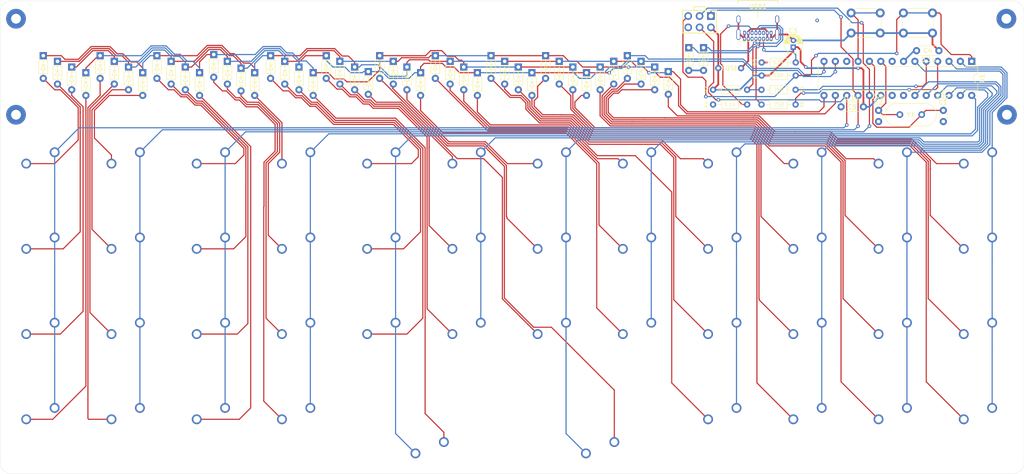
<source format=kicad_pcb>
(kicad_pcb (version 20171130) (host pcbnew "(5.1.4-0-10_14)")
  (layers (0 F.Cu signal) (31 B.Cu signal) (34 B.Paste user) (35 F.Paste user) (36 B.SilkS user) (37 F.SilkS user) (38 B.Mask user) (39 F.Mask user) (44 Edge.Cuts user))
  (net 0 "")
  (net 1 GND)
  (net 2 "Net-(C1-Pad1)")
  (net 3 "Net-(C2-Pad1)")
  (net 4 +5V)
  (net 5 "Net-(D1-Pad2)")
  (net 6 /ROW0)
  (net 7 "Net-(D2-Pad2)")
  (net 8 "Net-(D3-Pad2)")
  (net 9 "Net-(D4-Pad2)")
  (net 10 "Net-(D5-Pad2)")
  (net 11 "Net-(D6-Pad2)")
  (net 12 "Net-(D7-Pad2)")
  (net 13 "Net-(D8-Pad2)")
  (net 14 "Net-(D9-Pad2)")
  (net 15 "Net-(D10-Pad2)")
  (net 16 "Net-(D11-Pad2)")
  (net 17 "Net-(D12-Pad2)")
  (net 18 "Net-(D13-Pad2)")
  (net 19 /ROW1)
  (net 20 "Net-(D14-Pad2)")
  (net 21 "Net-(D15-Pad2)")
  (net 22 "Net-(D16-Pad2)")
  (net 23 "Net-(D17-Pad2)")
  (net 24 "Net-(D18-Pad2)")
  (net 25 "Net-(D19-Pad2)")
  (net 26 "Net-(D20-Pad2)")
  (net 27 "Net-(D21-Pad2)")
  (net 28 "Net-(D22-Pad2)")
  (net 29 "Net-(D23-Pad2)")
  (net 30 "Net-(D24-Pad2)")
  (net 31 "Net-(D25-Pad2)")
  (net 32 /ROW2)
  (net 33 "Net-(D26-Pad2)")
  (net 34 "Net-(D27-Pad2)")
  (net 35 "Net-(D28-Pad2)")
  (net 36 "Net-(D29-Pad2)")
  (net 37 "Net-(D30-Pad2)")
  (net 38 "Net-(D31-Pad2)")
  (net 39 "Net-(D32-Pad2)")
  (net 40 "Net-(D33-Pad2)")
  (net 41 "Net-(D34-Pad2)")
  (net 42 "Net-(D35-Pad2)")
  (net 43 "Net-(D36-Pad2)")
  (net 44 "Net-(D37-Pad2)")
  (net 45 /ROW3)
  (net 46 "Net-(D38-Pad2)")
  (net 47 "Net-(D39-Pad2)")
  (net 48 "Net-(D40-Pad2)")
  (net 49 "Net-(D41-Pad2)")
  (net 50 "Net-(D42-Pad2)")
  (net 51 "Net-(D43-Pad2)")
  (net 52 "Net-(D44-Pad2)")
  (net 53 "Net-(D45-Pad2)")
  (net 54 "Net-(D46-Pad2)")
  (net 55 "Net-(D47-Pad1)")
  (net 56 "Net-(D48-Pad1)")
  (net 57 VCC)
  (net 58 /RESET)
  (net 59 "Net-(R3-Pad2)")
  (net 60 "Net-(R4-Pad2)")
  (net 61 /D-)
  (net 62 /D+)
  (net 63 /COL0)
  (net 64 /COL1)
  (net 65 /COL2)
  (net 66 /COL3)
  (net 67 /COL4)
  (net 68 /COL5)
  (net 69 /COL6)
  (net 70 /COL7)
  (net 71 /COL8)
  (net 72 /COL9)
  (net 73 /COL10)
  (net 74 /COL11)
  (net 75 "Net-(SW48-Pad1)")
  (net 76 "Net-(U1-Pad12)")
  (net 77 "Net-(U1-Pad21)")
  (net 78 "Net-(USB1-PadA8)")
  (net 79 "Net-(USB1-PadB8)")
  (module cftkb:C_Disc_D3.0mm_W1.6mm_P2.50mm (layer F.Cu) (at 209.55 74.462 270)
    (fp_text reference C2 (at -1.819792 0.052494) (layer F.SilkS))
    (fp_text value 20p (at -3.165606 0.186103) (layer F.SilkS))
    (pad 2 thru_hole circle (at 2.5 0 270) (size 1.6 1.6) (drill 0.8) (layers *.Cu *.Mask) (net 1 GND))
    (pad 1 thru_hole circle (at 0 0 270) (size 1.6 1.6) (drill 0.8) (layers *.Cu *.Mask) (net 3 "Net-(C2-Pad1)"))
  )
  (module cftkb:C_Disc_D3.0mm_W1.6mm_P2.50mm (layer F.Cu) (at 224.028 74.462 270)
    (fp_text reference C1 (at -1.819792 0.052494) (layer F.SilkS))
    (fp_text value 20p (at -3.165606 0.186103) (layer F.SilkS))
    (pad 2 thru_hole circle (at 2.5 0 270) (size 1.6 1.6) (drill 0.8) (layers *.Cu *.Mask) (net 1 GND))
    (pad 1 thru_hole circle (at 0 0 270) (size 1.6 1.6) (drill 0.8) (layers *.Cu *.Mask) (net 2 "Net-(C1-Pad1)"))
  )
  (module cftkb:C_Disc_D4.3mm_W1.9mm_P5.00mm (layer F.Cu) (at 206.168 73.66 180)
    (fp_text reference C5 (at 2.502214 -0.017498) (layer F.SilkS))
    (fp_text value 0.1u (at 2.670909 1.993325) (layer F.SilkS))
    (pad 2 thru_hole circle (at 5 0 180) (size 1.6 1.6) (drill 0.8) (layers *.Cu *.Mask) (net 1 GND))
    (pad 1 thru_hole circle (at 0 0 180) (size 1.6 1.6) (drill 0.8) (layers *.Cu *.Mask) (net 4 +5V))
  )
  (module cftkb:C_Disc_D4.3mm_W1.9mm_P5.00mm (layer F.Cu) (at 218.04375 61.11875)
    (fp_text reference C4 (at 2.502214 -0.017498) (layer F.SilkS))
    (fp_text value 0.1u (at 2.670909 1.993325) (layer F.SilkS))
    (pad 2 thru_hole circle (at 5 0) (size 1.6 1.6) (drill 0.8) (layers *.Cu *.Mask) (net 1 GND))
    (pad 1 thru_hole circle (at 0 0) (size 1.6 1.6) (drill 0.8) (layers *.Cu *.Mask) (net 4 +5V))
  )
  (module cftkb:CP_Radial_D4.0mm_P1.50mm (layer F.Cu) (at 190.5 60.325 90)
    (fp_text reference C3 (at 3.67458 -0.08749) (layer F.SilkS))
    (fp_text value 4.7u)
    (pad 1 thru_hole rect (at 0 0 90) (size 1.2 1.2) (drill 0.6) (layers *.Cu *.Mask) (net 4 +5V))
    (pad 2 thru_hole circle (at 1.5 0 90) (size 1.2 1.2) (drill 0.6) (layers *.Cu *.Mask) (net 1 GND))
  )
  (module Package_DIP:DIP-28_W7.62mm (layer F.Cu) (at 230.378 63.5 270)
    (fp_text reference U1 (at 3.81 -2.33 90) (layer F.SilkS))
    (fp_text value ATmega328P-PU)
    (pad 28 thru_hole oval (at 7.62 0 270) (size 1.6 1.6) (drill 0.8) (layers *.Cu *.Mask) (net 66 /COL3))
    (pad 14 thru_hole oval (at 0 33.02 270) (size 1.6 1.6) (drill 0.8) (layers *.Cu *.Mask) (net 45 /ROW3))
    (pad 27 thru_hole oval (at 7.62 2.54 270) (size 1.6 1.6) (drill 0.8) (layers *.Cu *.Mask) (net 67 /COL4))
    (pad 13 thru_hole oval (at 0 30.48 270) (size 1.6 1.6) (drill 0.8) (layers *.Cu *.Mask) (net 32 /ROW2))
    (pad 26 thru_hole oval (at 7.62 5.08 270) (size 1.6 1.6) (drill 0.8) (layers *.Cu *.Mask) (net 68 /COL5))
    (pad 12 thru_hole oval (at 0 27.94 270) (size 1.6 1.6) (drill 0.8) (layers *.Cu *.Mask) (net 76 "Net-(U1-Pad12)"))
    (pad 25 thru_hole oval (at 7.62 7.62 270) (size 1.6 1.6) (drill 0.8) (layers *.Cu *.Mask) (net 69 /COL6))
    (pad 11 thru_hole oval (at 0 25.4 270) (size 1.6 1.6) (drill 0.8) (layers *.Cu *.Mask) (net 75 "Net-(SW48-Pad1)"))
    (pad 24 thru_hole oval (at 7.62 10.16 270) (size 1.6 1.6) (drill 0.8) (layers *.Cu *.Mask) (net 70 /COL7))
    (pad 10 thru_hole oval (at 0 22.86 270) (size 1.6 1.6) (drill 0.8) (layers *.Cu *.Mask) (net 2 "Net-(C1-Pad1)"))
    (pad 23 thru_hole oval (at 7.62 12.7 270) (size 1.6 1.6) (drill 0.8) (layers *.Cu *.Mask) (net 71 /COL8))
    (pad 9 thru_hole oval (at 0 20.32 270) (size 1.6 1.6) (drill 0.8) (layers *.Cu *.Mask) (net 3 "Net-(C2-Pad1)"))
    (pad 22 thru_hole oval (at 7.62 15.24 270) (size 1.6 1.6) (drill 0.8) (layers *.Cu *.Mask) (net 1 GND))
    (pad 8 thru_hole oval (at 0 17.78 270) (size 1.6 1.6) (drill 0.8) (layers *.Cu *.Mask) (net 1 GND))
    (pad 21 thru_hole oval (at 7.62 17.78 270) (size 1.6 1.6) (drill 0.8) (layers *.Cu *.Mask) (net 77 "Net-(U1-Pad21)"))
    (pad 7 thru_hole oval (at 0 15.24 270) (size 1.6 1.6) (drill 0.8) (layers *.Cu *.Mask) (net 4 +5V))
    (pad 20 thru_hole oval (at 7.62 20.32 270) (size 1.6 1.6) (drill 0.8) (layers *.Cu *.Mask) (net 4 +5V))
    (pad 6 thru_hole oval (at 0 12.7 270) (size 1.6 1.6) (drill 0.8) (layers *.Cu *.Mask) (net 72 /COL9))
    (pad 19 thru_hole oval (at 7.62 22.86 270) (size 1.6 1.6) (drill 0.8) (layers *.Cu *.Mask) (net 65 /COL2))
    (pad 5 thru_hole oval (at 0 10.16 270) (size 1.6 1.6) (drill 0.8) (layers *.Cu *.Mask) (net 61 /D-))
    (pad 18 thru_hole oval (at 7.62 25.4 270) (size 1.6 1.6) (drill 0.8) (layers *.Cu *.Mask) (net 64 /COL1))
    (pad 4 thru_hole oval (at 0 7.62 270) (size 1.6 1.6) (drill 0.8) (layers *.Cu *.Mask) (net 62 /D+))
    (pad 17 thru_hole oval (at 7.62 27.94 270) (size 1.6 1.6) (drill 0.8) (layers *.Cu *.Mask) (net 63 /COL0))
    (pad 3 thru_hole oval (at 0 5.08 270) (size 1.6 1.6) (drill 0.8) (layers *.Cu *.Mask) (net 73 /COL10))
    (pad 16 thru_hole oval (at 7.62 30.48 270) (size 1.6 1.6) (drill 0.8) (layers *.Cu *.Mask) (net 19 /ROW1))
    (pad 2 thru_hole oval (at 0 2.54 270) (size 1.6 1.6) (drill 0.8) (layers *.Cu *.Mask) (net 74 /COL11))
    (pad 15 thru_hole oval (at 7.62 33.02 270) (size 1.6 1.6) (drill 0.8) (layers *.Cu *.Mask) (net 6 /ROW0))
    (pad 1 thru_hole rect (at 0 0 270) (size 1.6 1.6) (drill 0.8) (layers *.Cu *.Mask) (net 58 /RESET))
  )
  (module cftkb:MountingHole_2.2mm_M2_Pad (layer F.Cu) (at 16.764 75.438)
    (fp_text reference REF**)
    (fp_text value MountingHole_2.2mm_M2_Pad hide)
    (pad 1 thru_hole circle (at 0 0) (size 4.4 4.4) (drill 2.2) (layers *.Cu *.Mask))
  )
  (module cftkb:MountingHole_2.2mm_M2_Pad (layer F.Cu) (at 16.764 53.975)
    (fp_text reference REF**)
    (fp_text value MountingHole_2.2mm_M2_Pad hide)
    (pad 1 thru_hole circle (at 0 0) (size 4.4 4.4) (drill 2.2) (layers *.Cu *.Mask))
  )
  (module cftkb:MountingHole_2.2mm_M2_Pad (layer F.Cu) (at 238.252 75.438)
    (fp_text reference REF**)
    (fp_text value MountingHole_2.2mm_M2_Pad hide)
    (pad 1 thru_hole circle (at 0 0) (size 4.4 4.4) (drill 2.2) (layers *.Cu *.Mask))
  )
  (module cftkb:MountingHole_2.2mm_M2_Pad (layer F.Cu) (at 238.125 53.975)
    (fp_text reference REF**)
    (fp_text value MountingHole_2.2mm_M2_Pad hide)
    (pad 1 thru_hole circle (at 0 0) (size 4.4 4.4) (drill 2.2) (layers *.Cu *.Mask))
  )
  (module cftkb:SW_Cherry_MX1A_2.00u_PCBNOSCREEN (layer F.Cu) (at 144.145 151.13 180)
    (fp_text reference SW42)
    (fp_text value keyboard_parts_KEYSW)
    (pad 1 thru_hole circle (at 0 0 180) (size 2.2 2.2) (drill 1.5) (layers *.Cu *.Mask) (net 69 /COL6))
    (pad 2 thru_hole circle (at -6.35 2.54 180) (size 2.2 2.2) (drill 1.5) (layers *.Cu *.Mask) (net 50 "Net-(D42-Pad2)"))
    (pad "" np_thru_hole circle (at -2.54 5.08 180) (size 4 4) (drill 4) (layers *.Cu *.Mask))
    (pad "" np_thru_hole circle (at -7.62 5.08 180) (size 1.7 1.7) (drill 1.7) (layers *.Cu *.Mask))
    (pad "" np_thru_hole circle (at 2.54 5.08 180) (size 1.7 1.7) (drill 1.7) (layers *.Cu *.Mask))
    (pad "" np_thru_hole circle (at 9.36 13.32 180) (size 4 4) (drill 4) (layers *.Cu *.Mask))
    (pad "" np_thru_hole circle (at -14.44 13.32 180) (size 4 4) (drill 4) (layers *.Cu *.Mask))
    (pad "" np_thru_hole circle (at -14.44 -1.92 180) (size 3.05 3.05) (drill 3.05) (layers *.Cu *.Mask))
    (pad "" np_thru_hole circle (at 9.36 -1.92 180) (size 3.05 3.05) (drill 3.05) (layers *.Cu *.Mask))
  )
  (module cftkb:SW_Cherry_MX1A_2.00u_PCBNOSCREEN (layer F.Cu) (at 106.045 151.13 180)
    (fp_text reference SW41)
    (fp_text value keyboard_parts_KEYSW)
    (pad 1 thru_hole circle (at 0 0 180) (size 2.2 2.2) (drill 1.5) (layers *.Cu *.Mask) (net 67 /COL4))
    (pad 2 thru_hole circle (at -6.35 2.54 180) (size 2.2 2.2) (drill 1.5) (layers *.Cu *.Mask) (net 49 "Net-(D41-Pad2)"))
    (pad "" np_thru_hole circle (at -2.54 5.08 180) (size 4 4) (drill 4) (layers *.Cu *.Mask))
    (pad "" np_thru_hole circle (at -7.62 5.08 180) (size 1.7 1.7) (drill 1.7) (layers *.Cu *.Mask))
    (pad "" np_thru_hole circle (at 2.54 5.08 180) (size 1.7 1.7) (drill 1.7) (layers *.Cu *.Mask))
    (pad "" np_thru_hole circle (at 9.36 13.32 180) (size 4 4) (drill 4) (layers *.Cu *.Mask))
    (pad "" np_thru_hole circle (at -14.44 13.32 180) (size 4 4) (drill 4) (layers *.Cu *.Mask))
    (pad "" np_thru_hole circle (at -14.44 -1.92 180) (size 3.05 3.05) (drill 3.05) (layers *.Cu *.Mask))
    (pad "" np_thru_hole circle (at 9.36 -1.92 180) (size 3.05 3.05) (drill 3.05) (layers *.Cu *.Mask))
  )
  (module cftkb:Crystal_HC49-4H_Vertical (layer F.Cu) (at 214.3125 75.40625)
    (fp_text reference Y1 (at 2.44 0.018936) (layer F.SilkS))
    (fp_text value 16MHz)
    (pad 1 thru_hole circle (at 0 0) (size 1.5 1.5) (drill 0.8) (layers *.Cu *.Mask) (net 3 "Net-(C2-Pad1)"))
    (pad 2 thru_hole circle (at 4.88 0) (size 1.5 1.5) (drill 0.8) (layers *.Cu *.Mask) (net 2 "Net-(C1-Pad1)"))
  )
  (module cftkb:USB_C_GCT_USB4085 (layer F.Cu) (at 182.5625 52.375 180)
    (fp_text reference USB1 (at -0.017498 1.13737) (layer F.SilkS))
    (fp_text value USB_C_GCT_USB4085-Type-C hide)
    (pad A5 thru_hole oval (at -1.275 -6.1 180) (size 0.65 1) (drill 0.4) (layers *.Cu *.Mask) (net 59 "Net-(R3-Pad2)"))
    (pad A1 thru_hole oval (at -2.975 -6.1 180) (size 0.65 1) (drill 0.4) (layers *.Cu *.Mask) (net 1 GND))
    (pad A4 thru_hole oval (at -2.125 -6.1 180) (size 0.65 1) (drill 0.4) (layers *.Cu *.Mask) (net 57 VCC))
    (pad A6 thru_hole oval (at -0.425 -6.1 180) (size 0.65 1) (drill 0.4) (layers *.Cu *.Mask) (net 56 "Net-(D48-Pad1)"))
    (pad A7 thru_hole oval (at 0.425 -6.1 180) (size 0.65 1) (drill 0.4) (layers *.Cu *.Mask) (net 55 "Net-(D47-Pad1)"))
    (pad A8 thru_hole oval (at 1.275 -6.1 180) (size 0.65 1) (drill 0.4) (layers *.Cu *.Mask) (net 78 "Net-(USB1-PadA8)"))
    (pad A9 thru_hole oval (at 2.125 -6.1 180) (size 0.65 1) (drill 0.4) (layers *.Cu *.Mask) (net 57 VCC))
    (pad A12 thru_hole oval (at 2.975 -6.1 180) (size 0.65 1) (drill 0.4) (layers *.Cu *.Mask) (net 1 GND))
    (pad B12 thru_hole oval (at -2.975 -4.775 180) (size 0.65 1) (drill 0.4) (layers *.Cu *.Mask) (net 1 GND))
    (pad B9 thru_hole oval (at -2.12 -4.775 180) (size 0.65 1) (drill 0.4) (layers *.Cu *.Mask) (net 57 VCC))
    (pad B8 thru_hole oval (at -1.27 -4.775 180) (size 0.65 1) (drill 0.4) (layers *.Cu *.Mask) (net 79 "Net-(USB1-PadB8)"))
    (pad B7 thru_hole oval (at -0.42 -4.775 180) (size 0.65 1) (drill 0.4) (layers *.Cu *.Mask) (net 55 "Net-(D47-Pad1)"))
    (pad B6 thru_hole oval (at 0.43 -4.775 180) (size 0.65 1) (drill 0.4) (layers *.Cu *.Mask) (net 56 "Net-(D48-Pad1)"))
    (pad B5 thru_hole oval (at 1.28 -4.775 180) (size 0.65 1) (drill 0.4) (layers *.Cu *.Mask) (net 60 "Net-(R4-Pad2)"))
    (pad B4 thru_hole oval (at 2.13 -4.775 180) (size 0.65 1) (drill 0.4) (layers *.Cu *.Mask) (net 57 VCC))
    (pad B1 thru_hole oval (at 2.98 -4.775 180) (size 0.65 1) (drill 0.4) (layers *.Cu *.Mask) (net 1 GND))
    (pad S1 thru_hole oval (at -4.325 -5.12 180) (size 0.9 2.4) (drill oval 0.6 2.1) (layers *.Cu *.Mask) (net 1 GND))
    (pad S1 thru_hole oval (at 4.325 -5.12 180) (size 0.9 2.4) (drill oval 0.6 2.1) (layers *.Cu *.Mask) (net 1 GND))
    (pad S1 thru_hole oval (at -4.325 -1.74 180) (size 0.9 1.7) (drill oval 0.6 1.4) (layers *.Cu *.Mask) (net 1 GND))
    (pad S1 thru_hole oval (at 4.325 -1.74 180) (size 0.9 1.7) (drill oval 0.6 1.4) (layers *.Cu *.Mask) (net 1 GND))
  )
  (module cftkb:SW_PUSH_6mm (layer F.Cu) (at 203.42225 52.68175)
    (fp_text reference SW48)
    (fp_text value BOOT)
    (pad 1 thru_hole circle (at 6.5 0 90) (size 2 2) (drill 1.1) (layers *.Cu *.Mask) (net 75 "Net-(SW48-Pad1)"))
    (pad 2 thru_hole circle (at 6.5 4.5 90) (size 2 2) (drill 1.1) (layers *.Cu *.Mask) (net 1 GND))
    (pad 1 thru_hole circle (at 0 0 90) (size 2 2) (drill 1.1) (layers *.Cu *.Mask) (net 75 "Net-(SW48-Pad1)"))
    (pad 2 thru_hole circle (at 0 4.5 90) (size 2 2) (drill 1.1) (layers *.Cu *.Mask) (net 1 GND))
  )
  (module cftkb:SW_PUSH_6mm (layer F.Cu) (at 215.10625 52.68175)
    (fp_text reference SW47)
    (fp_text value RESET)
    (pad 1 thru_hole circle (at 6.5 0 90) (size 2 2) (drill 1.1) (layers *.Cu *.Mask) (net 58 /RESET))
    (pad 2 thru_hole circle (at 6.5 4.5 90) (size 2 2) (drill 1.1) (layers *.Cu *.Mask) (net 1 GND))
    (pad 1 thru_hole circle (at 0 0 90) (size 2 2) (drill 1.1) (layers *.Cu *.Mask) (net 58 /RESET))
    (pad 2 thru_hole circle (at 0 4.5 90) (size 2 2) (drill 1.1) (layers *.Cu *.Mask) (net 1 GND))
  )
  (module cftkb:SW_Cherry_MX1A_1.00u_PCB-NOSCREEN (layer F.Cu) (at 234.95 140.97)
    (fp_text reference SW46)
    (fp_text value keyboard_parts_KEYSW)
    (pad 1 thru_hole circle (at 0 0) (size 2.2 2.2) (drill 1.5) (layers *.Cu *.Mask) (net 74 /COL11))
    (pad 2 thru_hole circle (at -6.35 2.54) (size 2.2 2.2) (drill 1.5) (layers *.Cu *.Mask) (net 54 "Net-(D46-Pad2)"))
    (pad "" np_thru_hole circle (at -2.54 5.08) (size 4 4) (drill 4) (layers *.Cu *.Mask))
    (pad "" np_thru_hole circle (at -7.62 5.08) (size 1.7 1.7) (drill 1.7) (layers *.Cu *.Mask))
    (pad "" np_thru_hole circle (at 2.54 5.08) (size 1.7 1.7) (drill 1.7) (layers *.Cu *.Mask))
  )
  (module cftkb:SW_Cherry_MX1A_1.00u_PCB-NOSCREEN (layer F.Cu) (at 215.9 140.97)
    (fp_text reference SW45)
    (fp_text value keyboard_parts_KEYSW)
    (pad 1 thru_hole circle (at 0 0) (size 2.2 2.2) (drill 1.5) (layers *.Cu *.Mask) (net 73 /COL10))
    (pad 2 thru_hole circle (at -6.35 2.54) (size 2.2 2.2) (drill 1.5) (layers *.Cu *.Mask) (net 53 "Net-(D45-Pad2)"))
    (pad "" np_thru_hole circle (at -2.54 5.08) (size 4 4) (drill 4) (layers *.Cu *.Mask))
    (pad "" np_thru_hole circle (at -7.62 5.08) (size 1.7 1.7) (drill 1.7) (layers *.Cu *.Mask))
    (pad "" np_thru_hole circle (at 2.54 5.08) (size 1.7 1.7) (drill 1.7) (layers *.Cu *.Mask))
  )
  (module cftkb:SW_Cherry_MX1A_1.00u_PCB-NOSCREEN (layer F.Cu) (at 196.85 140.97)
    (fp_text reference SW44)
    (fp_text value keyboard_parts_KEYSW)
    (pad 1 thru_hole circle (at 0 0) (size 2.2 2.2) (drill 1.5) (layers *.Cu *.Mask) (net 72 /COL9))
    (pad 2 thru_hole circle (at -6.35 2.54) (size 2.2 2.2) (drill 1.5) (layers *.Cu *.Mask) (net 52 "Net-(D44-Pad2)"))
    (pad "" np_thru_hole circle (at -2.54 5.08) (size 4 4) (drill 4) (layers *.Cu *.Mask))
    (pad "" np_thru_hole circle (at -7.62 5.08) (size 1.7 1.7) (drill 1.7) (layers *.Cu *.Mask))
    (pad "" np_thru_hole circle (at 2.54 5.08) (size 1.7 1.7) (drill 1.7) (layers *.Cu *.Mask))
  )
  (module cftkb:SW_Cherry_MX1A_1.00u_PCB-NOSCREEN (layer F.Cu) (at 177.8 140.97)
    (fp_text reference SW43)
    (fp_text value keyboard_parts_KEYSW)
    (pad 1 thru_hole circle (at 0 0) (size 2.2 2.2) (drill 1.5) (layers *.Cu *.Mask) (net 71 /COL8))
    (pad 2 thru_hole circle (at -6.35 2.54) (size 2.2 2.2) (drill 1.5) (layers *.Cu *.Mask) (net 51 "Net-(D43-Pad2)"))
    (pad "" np_thru_hole circle (at -2.54 5.08) (size 4 4) (drill 4) (layers *.Cu *.Mask))
    (pad "" np_thru_hole circle (at -7.62 5.08) (size 1.7 1.7) (drill 1.7) (layers *.Cu *.Mask))
    (pad "" np_thru_hole circle (at 2.54 5.08) (size 1.7 1.7) (drill 1.7) (layers *.Cu *.Mask))
  )
  (module cftkb:SW_Cherry_MX1A_1.00u_PCB-NOSCREEN (layer F.Cu) (at 82.55 140.97)
    (fp_text reference SW40)
    (fp_text value keyboard_parts_KEYSW)
    (pad 1 thru_hole circle (at 0 0) (size 2.2 2.2) (drill 1.5) (layers *.Cu *.Mask) (net 66 /COL3))
    (pad 2 thru_hole circle (at -6.35 2.54) (size 2.2 2.2) (drill 1.5) (layers *.Cu *.Mask) (net 48 "Net-(D40-Pad2)"))
    (pad "" np_thru_hole circle (at -2.54 5.08) (size 4 4) (drill 4) (layers *.Cu *.Mask))
    (pad "" np_thru_hole circle (at -7.62 5.08) (size 1.7 1.7) (drill 1.7) (layers *.Cu *.Mask))
    (pad "" np_thru_hole circle (at 2.54 5.08) (size 1.7 1.7) (drill 1.7) (layers *.Cu *.Mask))
  )
  (module cftkb:SW_Cherry_MX1A_1.00u_PCB-NOSCREEN (layer F.Cu) (at 63.5 140.97)
    (fp_text reference SW39)
    (fp_text value keyboard_parts_KEYSW)
    (pad 1 thru_hole circle (at 0 0) (size 2.2 2.2) (drill 1.5) (layers *.Cu *.Mask) (net 65 /COL2))
    (pad 2 thru_hole circle (at -6.35 2.54) (size 2.2 2.2) (drill 1.5) (layers *.Cu *.Mask) (net 47 "Net-(D39-Pad2)"))
    (pad "" np_thru_hole circle (at -2.54 5.08) (size 4 4) (drill 4) (layers *.Cu *.Mask))
    (pad "" np_thru_hole circle (at -7.62 5.08) (size 1.7 1.7) (drill 1.7) (layers *.Cu *.Mask))
    (pad "" np_thru_hole circle (at 2.54 5.08) (size 1.7 1.7) (drill 1.7) (layers *.Cu *.Mask))
  )
  (module cftkb:SW_Cherry_MX1A_1.00u_PCB-NOSCREEN (layer F.Cu) (at 44.45 140.97)
    (fp_text reference SW38)
    (fp_text value keyboard_parts_KEYSW)
    (pad 1 thru_hole circle (at 0 0) (size 2.2 2.2) (drill 1.5) (layers *.Cu *.Mask) (net 64 /COL1))
    (pad 2 thru_hole circle (at -6.35 2.54) (size 2.2 2.2) (drill 1.5) (layers *.Cu *.Mask) (net 46 "Net-(D38-Pad2)"))
    (pad "" np_thru_hole circle (at -2.54 5.08) (size 4 4) (drill 4) (layers *.Cu *.Mask))
    (pad "" np_thru_hole circle (at -7.62 5.08) (size 1.7 1.7) (drill 1.7) (layers *.Cu *.Mask))
    (pad "" np_thru_hole circle (at 2.54 5.08) (size 1.7 1.7) (drill 1.7) (layers *.Cu *.Mask))
  )
  (module cftkb:SW_Cherry_MX1A_1.00u_PCB-NOSCREEN (layer F.Cu) (at 25.4 140.97)
    (fp_text reference SW37)
    (fp_text value keyboard_parts_KEYSW)
    (pad 1 thru_hole circle (at 0 0) (size 2.2 2.2) (drill 1.5) (layers *.Cu *.Mask) (net 63 /COL0))
    (pad 2 thru_hole circle (at -6.35 2.54) (size 2.2 2.2) (drill 1.5) (layers *.Cu *.Mask) (net 44 "Net-(D37-Pad2)"))
    (pad "" np_thru_hole circle (at -2.54 5.08) (size 4 4) (drill 4) (layers *.Cu *.Mask))
    (pad "" np_thru_hole circle (at -7.62 5.08) (size 1.7 1.7) (drill 1.7) (layers *.Cu *.Mask))
    (pad "" np_thru_hole circle (at 2.54 5.08) (size 1.7 1.7) (drill 1.7) (layers *.Cu *.Mask))
  )
  (module cftkb:SW_Cherry_MX1A_1.00u_PCB-NOSCREEN (layer F.Cu) (at 234.95 121.92)
    (fp_text reference SW36)
    (fp_text value keyboard_parts_KEYSW)
    (pad 1 thru_hole circle (at 0 0) (size 2.2 2.2) (drill 1.5) (layers *.Cu *.Mask) (net 74 /COL11))
    (pad 2 thru_hole circle (at -6.35 2.54) (size 2.2 2.2) (drill 1.5) (layers *.Cu *.Mask) (net 43 "Net-(D36-Pad2)"))
    (pad "" np_thru_hole circle (at -2.54 5.08) (size 4 4) (drill 4) (layers *.Cu *.Mask))
    (pad "" np_thru_hole circle (at -7.62 5.08) (size 1.7 1.7) (drill 1.7) (layers *.Cu *.Mask))
    (pad "" np_thru_hole circle (at 2.54 5.08) (size 1.7 1.7) (drill 1.7) (layers *.Cu *.Mask))
  )
  (module cftkb:SW_Cherry_MX1A_1.00u_PCB-NOSCREEN (layer F.Cu) (at 215.9 121.92)
    (fp_text reference SW35)
    (fp_text value keyboard_parts_KEYSW)
    (pad 1 thru_hole circle (at 0 0) (size 2.2 2.2) (drill 1.5) (layers *.Cu *.Mask) (net 73 /COL10))
    (pad 2 thru_hole circle (at -6.35 2.54) (size 2.2 2.2) (drill 1.5) (layers *.Cu *.Mask) (net 42 "Net-(D35-Pad2)"))
    (pad "" np_thru_hole circle (at -2.54 5.08) (size 4 4) (drill 4) (layers *.Cu *.Mask))
    (pad "" np_thru_hole circle (at -7.62 5.08) (size 1.7 1.7) (drill 1.7) (layers *.Cu *.Mask))
    (pad "" np_thru_hole circle (at 2.54 5.08) (size 1.7 1.7) (drill 1.7) (layers *.Cu *.Mask))
  )
  (module cftkb:SW_Cherry_MX1A_1.00u_PCB-NOSCREEN (layer F.Cu) (at 196.85 121.92)
    (fp_text reference SW34)
    (fp_text value keyboard_parts_KEYSW)
    (pad 1 thru_hole circle (at 0 0) (size 2.2 2.2) (drill 1.5) (layers *.Cu *.Mask) (net 72 /COL9))
    (pad 2 thru_hole circle (at -6.35 2.54) (size 2.2 2.2) (drill 1.5) (layers *.Cu *.Mask) (net 41 "Net-(D34-Pad2)"))
    (pad "" np_thru_hole circle (at -2.54 5.08) (size 4 4) (drill 4) (layers *.Cu *.Mask))
    (pad "" np_thru_hole circle (at -7.62 5.08) (size 1.7 1.7) (drill 1.7) (layers *.Cu *.Mask))
    (pad "" np_thru_hole circle (at 2.54 5.08) (size 1.7 1.7) (drill 1.7) (layers *.Cu *.Mask))
  )
  (module cftkb:SW_Cherry_MX1A_1.00u_PCB-NOSCREEN (layer F.Cu) (at 177.8 121.92)
    (fp_text reference SW33)
    (fp_text value keyboard_parts_KEYSW)
    (pad 1 thru_hole circle (at 0 0) (size 2.2 2.2) (drill 1.5) (layers *.Cu *.Mask) (net 71 /COL8))
    (pad 2 thru_hole circle (at -6.35 2.54) (size 2.2 2.2) (drill 1.5) (layers *.Cu *.Mask) (net 40 "Net-(D33-Pad2)"))
    (pad "" np_thru_hole circle (at -2.54 5.08) (size 4 4) (drill 4) (layers *.Cu *.Mask))
    (pad "" np_thru_hole circle (at -7.62 5.08) (size 1.7 1.7) (drill 1.7) (layers *.Cu *.Mask))
    (pad "" np_thru_hole circle (at 2.54 5.08) (size 1.7 1.7) (drill 1.7) (layers *.Cu *.Mask))
  )
  (module cftkb:SW_Cherry_MX1A_1.00u_PCB-NOSCREEN (layer F.Cu) (at 158.75 121.92)
    (fp_text reference SW32)
    (fp_text value keyboard_parts_KEYSW)
    (pad 1 thru_hole circle (at 0 0) (size 2.2 2.2) (drill 1.5) (layers *.Cu *.Mask) (net 70 /COL7))
    (pad 2 thru_hole circle (at -6.35 2.54) (size 2.2 2.2) (drill 1.5) (layers *.Cu *.Mask) (net 39 "Net-(D32-Pad2)"))
    (pad "" np_thru_hole circle (at -2.54 5.08) (size 4 4) (drill 4) (layers *.Cu *.Mask))
    (pad "" np_thru_hole circle (at -7.62 5.08) (size 1.7 1.7) (drill 1.7) (layers *.Cu *.Mask))
    (pad "" np_thru_hole circle (at 2.54 5.08) (size 1.7 1.7) (drill 1.7) (layers *.Cu *.Mask))
  )
  (module cftkb:SW_Cherry_MX1A_1.00u_PCB-NOSCREEN (layer F.Cu) (at 139.7 121.92)
    (fp_text reference SW31)
    (fp_text value keyboard_parts_KEYSW)
    (pad 1 thru_hole circle (at 0 0) (size 2.2 2.2) (drill 1.5) (layers *.Cu *.Mask) (net 69 /COL6))
    (pad 2 thru_hole circle (at -6.35 2.54) (size 2.2 2.2) (drill 1.5) (layers *.Cu *.Mask) (net 38 "Net-(D31-Pad2)"))
    (pad "" np_thru_hole circle (at -2.54 5.08) (size 4 4) (drill 4) (layers *.Cu *.Mask))
    (pad "" np_thru_hole circle (at -7.62 5.08) (size 1.7 1.7) (drill 1.7) (layers *.Cu *.Mask))
    (pad "" np_thru_hole circle (at 2.54 5.08) (size 1.7 1.7) (drill 1.7) (layers *.Cu *.Mask))
  )
  (module cftkb:SW_Cherry_MX1A_1.00u_PCB-NOSCREEN (layer F.Cu) (at 120.65 121.92)
    (fp_text reference SW30)
    (fp_text value keyboard_parts_KEYSW)
    (pad 1 thru_hole circle (at 0 0) (size 2.2 2.2) (drill 1.5) (layers *.Cu *.Mask) (net 68 /COL5))
    (pad 2 thru_hole circle (at -6.35 2.54) (size 2.2 2.2) (drill 1.5) (layers *.Cu *.Mask) (net 37 "Net-(D30-Pad2)"))
    (pad "" np_thru_hole circle (at -2.54 5.08) (size 4 4) (drill 4) (layers *.Cu *.Mask))
    (pad "" np_thru_hole circle (at -7.62 5.08) (size 1.7 1.7) (drill 1.7) (layers *.Cu *.Mask))
    (pad "" np_thru_hole circle (at 2.54 5.08) (size 1.7 1.7) (drill 1.7) (layers *.Cu *.Mask))
  )
  (module cftkb:SW_Cherry_MX1A_1.00u_PCB-NOSCREEN (layer F.Cu) (at 101.6 121.92)
    (fp_text reference SW29)
    (fp_text value keyboard_parts_KEYSW)
    (pad 1 thru_hole circle (at 0 0) (size 2.2 2.2) (drill 1.5) (layers *.Cu *.Mask) (net 67 /COL4))
    (pad 2 thru_hole circle (at -6.35 2.54) (size 2.2 2.2) (drill 1.5) (layers *.Cu *.Mask) (net 36 "Net-(D29-Pad2)"))
    (pad "" np_thru_hole circle (at -2.54 5.08) (size 4 4) (drill 4) (layers *.Cu *.Mask))
    (pad "" np_thru_hole circle (at -7.62 5.08) (size 1.7 1.7) (drill 1.7) (layers *.Cu *.Mask))
    (pad "" np_thru_hole circle (at 2.54 5.08) (size 1.7 1.7) (drill 1.7) (layers *.Cu *.Mask))
  )
  (module cftkb:SW_Cherry_MX1A_1.00u_PCB-NOSCREEN (layer F.Cu) (at 82.55 121.92)
    (fp_text reference SW28)
    (fp_text value keyboard_parts_KEYSW)
    (pad 1 thru_hole circle (at 0 0) (size 2.2 2.2) (drill 1.5) (layers *.Cu *.Mask) (net 66 /COL3))
    (pad 2 thru_hole circle (at -6.35 2.54) (size 2.2 2.2) (drill 1.5) (layers *.Cu *.Mask) (net 35 "Net-(D28-Pad2)"))
    (pad "" np_thru_hole circle (at -2.54 5.08) (size 4 4) (drill 4) (layers *.Cu *.Mask))
    (pad "" np_thru_hole circle (at -7.62 5.08) (size 1.7 1.7) (drill 1.7) (layers *.Cu *.Mask))
    (pad "" np_thru_hole circle (at 2.54 5.08) (size 1.7 1.7) (drill 1.7) (layers *.Cu *.Mask))
  )
  (module cftkb:SW_Cherry_MX1A_1.00u_PCB-NOSCREEN (layer F.Cu) (at 63.5 121.92)
    (fp_text reference SW27)
    (fp_text value keyboard_parts_KEYSW)
    (pad 1 thru_hole circle (at 0 0) (size 2.2 2.2) (drill 1.5) (layers *.Cu *.Mask) (net 65 /COL2))
    (pad 2 thru_hole circle (at -6.35 2.54) (size 2.2 2.2) (drill 1.5) (layers *.Cu *.Mask) (net 34 "Net-(D27-Pad2)"))
    (pad "" np_thru_hole circle (at -2.54 5.08) (size 4 4) (drill 4) (layers *.Cu *.Mask))
    (pad "" np_thru_hole circle (at -7.62 5.08) (size 1.7 1.7) (drill 1.7) (layers *.Cu *.Mask))
    (pad "" np_thru_hole circle (at 2.54 5.08) (size 1.7 1.7) (drill 1.7) (layers *.Cu *.Mask))
  )
  (module cftkb:SW_Cherry_MX1A_1.00u_PCB-NOSCREEN (layer F.Cu) (at 44.45 121.92)
    (fp_text reference SW26)
    (fp_text value keyboard_parts_KEYSW)
    (pad 1 thru_hole circle (at 0 0) (size 2.2 2.2) (drill 1.5) (layers *.Cu *.Mask) (net 64 /COL1))
    (pad 2 thru_hole circle (at -6.35 2.54) (size 2.2 2.2) (drill 1.5) (layers *.Cu *.Mask) (net 33 "Net-(D26-Pad2)"))
    (pad "" np_thru_hole circle (at -2.54 5.08) (size 4 4) (drill 4) (layers *.Cu *.Mask))
    (pad "" np_thru_hole circle (at -7.62 5.08) (size 1.7 1.7) (drill 1.7) (layers *.Cu *.Mask))
    (pad "" np_thru_hole circle (at 2.54 5.08) (size 1.7 1.7) (drill 1.7) (layers *.Cu *.Mask))
  )
  (module cftkb:SW_Cherry_MX1A_1.00u_PCB-NOSCREEN (layer F.Cu) (at 25.4 121.92)
    (fp_text reference SW25)
    (fp_text value keyboard_parts_KEYSW)
    (pad 1 thru_hole circle (at 0 0) (size 2.2 2.2) (drill 1.5) (layers *.Cu *.Mask) (net 63 /COL0))
    (pad 2 thru_hole circle (at -6.35 2.54) (size 2.2 2.2) (drill 1.5) (layers *.Cu *.Mask) (net 31 "Net-(D25-Pad2)"))
    (pad "" np_thru_hole circle (at -2.54 5.08) (size 4 4) (drill 4) (layers *.Cu *.Mask))
    (pad "" np_thru_hole circle (at -7.62 5.08) (size 1.7 1.7) (drill 1.7) (layers *.Cu *.Mask))
    (pad "" np_thru_hole circle (at 2.54 5.08) (size 1.7 1.7) (drill 1.7) (layers *.Cu *.Mask))
  )
  (module cftkb:SW_Cherry_MX1A_1.00u_PCB-NOSCREEN (layer F.Cu) (at 234.95 102.87)
    (fp_text reference SW24)
    (fp_text value keyboard_parts_KEYSW)
    (pad 1 thru_hole circle (at 0 0) (size 2.2 2.2) (drill 1.5) (layers *.Cu *.Mask) (net 74 /COL11))
    (pad 2 thru_hole circle (at -6.35 2.54) (size 2.2 2.2) (drill 1.5) (layers *.Cu *.Mask) (net 30 "Net-(D24-Pad2)"))
    (pad "" np_thru_hole circle (at -2.54 5.08) (size 4 4) (drill 4) (layers *.Cu *.Mask))
    (pad "" np_thru_hole circle (at -7.62 5.08) (size 1.7 1.7) (drill 1.7) (layers *.Cu *.Mask))
    (pad "" np_thru_hole circle (at 2.54 5.08) (size 1.7 1.7) (drill 1.7) (layers *.Cu *.Mask))
  )
  (module cftkb:SW_Cherry_MX1A_1.00u_PCB-NOSCREEN (layer F.Cu) (at 215.9 102.87)
    (fp_text reference SW23)
    (fp_text value keyboard_parts_KEYSW)
    (pad 1 thru_hole circle (at 0 0) (size 2.2 2.2) (drill 1.5) (layers *.Cu *.Mask) (net 73 /COL10))
    (pad 2 thru_hole circle (at -6.35 2.54) (size 2.2 2.2) (drill 1.5) (layers *.Cu *.Mask) (net 29 "Net-(D23-Pad2)"))
    (pad "" np_thru_hole circle (at -2.54 5.08) (size 4 4) (drill 4) (layers *.Cu *.Mask))
    (pad "" np_thru_hole circle (at -7.62 5.08) (size 1.7 1.7) (drill 1.7) (layers *.Cu *.Mask))
    (pad "" np_thru_hole circle (at 2.54 5.08) (size 1.7 1.7) (drill 1.7) (layers *.Cu *.Mask))
  )
  (module cftkb:SW_Cherry_MX1A_1.00u_PCB-NOSCREEN (layer F.Cu) (at 196.85 102.87)
    (fp_text reference SW22)
    (fp_text value keyboard_parts_KEYSW)
    (pad 1 thru_hole circle (at 0 0) (size 2.2 2.2) (drill 1.5) (layers *.Cu *.Mask) (net 72 /COL9))
    (pad 2 thru_hole circle (at -6.35 2.54) (size 2.2 2.2) (drill 1.5) (layers *.Cu *.Mask) (net 28 "Net-(D22-Pad2)"))
    (pad "" np_thru_hole circle (at -2.54 5.08) (size 4 4) (drill 4) (layers *.Cu *.Mask))
    (pad "" np_thru_hole circle (at -7.62 5.08) (size 1.7 1.7) (drill 1.7) (layers *.Cu *.Mask))
    (pad "" np_thru_hole circle (at 2.54 5.08) (size 1.7 1.7) (drill 1.7) (layers *.Cu *.Mask))
  )
  (module cftkb:SW_Cherry_MX1A_1.00u_PCB-NOSCREEN (layer F.Cu) (at 177.8 102.87)
    (fp_text reference SW21)
    (fp_text value keyboard_parts_KEYSW)
    (pad 1 thru_hole circle (at 0 0) (size 2.2 2.2) (drill 1.5) (layers *.Cu *.Mask) (net 71 /COL8))
    (pad 2 thru_hole circle (at -6.35 2.54) (size 2.2 2.2) (drill 1.5) (layers *.Cu *.Mask) (net 27 "Net-(D21-Pad2)"))
    (pad "" np_thru_hole circle (at -2.54 5.08) (size 4 4) (drill 4) (layers *.Cu *.Mask))
    (pad "" np_thru_hole circle (at -7.62 5.08) (size 1.7 1.7) (drill 1.7) (layers *.Cu *.Mask))
    (pad "" np_thru_hole circle (at 2.54 5.08) (size 1.7 1.7) (drill 1.7) (layers *.Cu *.Mask))
  )
  (module cftkb:SW_Cherry_MX1A_1.00u_PCB-NOSCREEN (layer F.Cu) (at 158.75 102.87)
    (fp_text reference SW20)
    (fp_text value keyboard_parts_KEYSW)
    (pad 1 thru_hole circle (at 0 0) (size 2.2 2.2) (drill 1.5) (layers *.Cu *.Mask) (net 70 /COL7))
    (pad 2 thru_hole circle (at -6.35 2.54) (size 2.2 2.2) (drill 1.5) (layers *.Cu *.Mask) (net 26 "Net-(D20-Pad2)"))
    (pad "" np_thru_hole circle (at -2.54 5.08) (size 4 4) (drill 4) (layers *.Cu *.Mask))
    (pad "" np_thru_hole circle (at -7.62 5.08) (size 1.7 1.7) (drill 1.7) (layers *.Cu *.Mask))
    (pad "" np_thru_hole circle (at 2.54 5.08) (size 1.7 1.7) (drill 1.7) (layers *.Cu *.Mask))
  )
  (module cftkb:SW_Cherry_MX1A_1.00u_PCB-NOSCREEN (layer F.Cu) (at 139.7 102.87)
    (fp_text reference SW19)
    (fp_text value keyboard_parts_KEYSW)
    (pad 1 thru_hole circle (at 0 0) (size 2.2 2.2) (drill 1.5) (layers *.Cu *.Mask) (net 69 /COL6))
    (pad 2 thru_hole circle (at -6.35 2.54) (size 2.2 2.2) (drill 1.5) (layers *.Cu *.Mask) (net 25 "Net-(D19-Pad2)"))
    (pad "" np_thru_hole circle (at -2.54 5.08) (size 4 4) (drill 4) (layers *.Cu *.Mask))
    (pad "" np_thru_hole circle (at -7.62 5.08) (size 1.7 1.7) (drill 1.7) (layers *.Cu *.Mask))
    (pad "" np_thru_hole circle (at 2.54 5.08) (size 1.7 1.7) (drill 1.7) (layers *.Cu *.Mask))
  )
  (module cftkb:SW_Cherry_MX1A_1.00u_PCB-NOSCREEN (layer F.Cu) (at 120.65 102.87)
    (fp_text reference SW18)
    (fp_text value keyboard_parts_KEYSW)
    (pad 1 thru_hole circle (at 0 0) (size 2.2 2.2) (drill 1.5) (layers *.Cu *.Mask) (net 68 /COL5))
    (pad 2 thru_hole circle (at -6.35 2.54) (size 2.2 2.2) (drill 1.5) (layers *.Cu *.Mask) (net 24 "Net-(D18-Pad2)"))
    (pad "" np_thru_hole circle (at -2.54 5.08) (size 4 4) (drill 4) (layers *.Cu *.Mask))
    (pad "" np_thru_hole circle (at -7.62 5.08) (size 1.7 1.7) (drill 1.7) (layers *.Cu *.Mask))
    (pad "" np_thru_hole circle (at 2.54 5.08) (size 1.7 1.7) (drill 1.7) (layers *.Cu *.Mask))
  )
  (module cftkb:SW_Cherry_MX1A_1.00u_PCB-NOSCREEN (layer F.Cu) (at 101.6 102.87)
    (fp_text reference SW17)
    (fp_text value keyboard_parts_KEYSW)
    (pad 1 thru_hole circle (at 0 0) (size 2.2 2.2) (drill 1.5) (layers *.Cu *.Mask) (net 67 /COL4))
    (pad 2 thru_hole circle (at -6.35 2.54) (size 2.2 2.2) (drill 1.5) (layers *.Cu *.Mask) (net 23 "Net-(D17-Pad2)"))
    (pad "" np_thru_hole circle (at -2.54 5.08) (size 4 4) (drill 4) (layers *.Cu *.Mask))
    (pad "" np_thru_hole circle (at -7.62 5.08) (size 1.7 1.7) (drill 1.7) (layers *.Cu *.Mask))
    (pad "" np_thru_hole circle (at 2.54 5.08) (size 1.7 1.7) (drill 1.7) (layers *.Cu *.Mask))
  )
  (module cftkb:SW_Cherry_MX1A_1.00u_PCB-NOSCREEN (layer F.Cu) (at 82.55 102.87)
    (fp_text reference SW16)
    (fp_text value keyboard_parts_KEYSW)
    (pad 1 thru_hole circle (at 0 0) (size 2.2 2.2) (drill 1.5) (layers *.Cu *.Mask) (net 66 /COL3))
    (pad 2 thru_hole circle (at -6.35 2.54) (size 2.2 2.2) (drill 1.5) (layers *.Cu *.Mask) (net 22 "Net-(D16-Pad2)"))
    (pad "" np_thru_hole circle (at -2.54 5.08) (size 4 4) (drill 4) (layers *.Cu *.Mask))
    (pad "" np_thru_hole circle (at -7.62 5.08) (size 1.7 1.7) (drill 1.7) (layers *.Cu *.Mask))
    (pad "" np_thru_hole circle (at 2.54 5.08) (size 1.7 1.7) (drill 1.7) (layers *.Cu *.Mask))
  )
  (module cftkb:SW_Cherry_MX1A_1.00u_PCB-NOSCREEN (layer F.Cu) (at 63.5 102.87)
    (fp_text reference SW15)
    (fp_text value keyboard_parts_KEYSW)
    (pad 1 thru_hole circle (at 0 0) (size 2.2 2.2) (drill 1.5) (layers *.Cu *.Mask) (net 65 /COL2))
    (pad 2 thru_hole circle (at -6.35 2.54) (size 2.2 2.2) (drill 1.5) (layers *.Cu *.Mask) (net 21 "Net-(D15-Pad2)"))
    (pad "" np_thru_hole circle (at -2.54 5.08) (size 4 4) (drill 4) (layers *.Cu *.Mask))
    (pad "" np_thru_hole circle (at -7.62 5.08) (size 1.7 1.7) (drill 1.7) (layers *.Cu *.Mask))
    (pad "" np_thru_hole circle (at 2.54 5.08) (size 1.7 1.7) (drill 1.7) (layers *.Cu *.Mask))
  )
  (module cftkb:SW_Cherry_MX1A_1.00u_PCB-NOSCREEN (layer F.Cu) (at 44.45 102.87)
    (fp_text reference SW14)
    (fp_text value keyboard_parts_KEYSW)
    (pad 1 thru_hole circle (at 0 0) (size 2.2 2.2) (drill 1.5) (layers *.Cu *.Mask) (net 64 /COL1))
    (pad 2 thru_hole circle (at -6.35 2.54) (size 2.2 2.2) (drill 1.5) (layers *.Cu *.Mask) (net 20 "Net-(D14-Pad2)"))
    (pad "" np_thru_hole circle (at -2.54 5.08) (size 4 4) (drill 4) (layers *.Cu *.Mask))
    (pad "" np_thru_hole circle (at -7.62 5.08) (size 1.7 1.7) (drill 1.7) (layers *.Cu *.Mask))
    (pad "" np_thru_hole circle (at 2.54 5.08) (size 1.7 1.7) (drill 1.7) (layers *.Cu *.Mask))
  )
  (module cftkb:SW_Cherry_MX1A_1.00u_PCB-NOSCREEN (layer F.Cu) (at 25.4 102.87)
    (fp_text reference SW13)
    (fp_text value keyboard_parts_KEYSW)
    (pad 1 thru_hole circle (at 0 0) (size 2.2 2.2) (drill 1.5) (layers *.Cu *.Mask) (net 63 /COL0))
    (pad 2 thru_hole circle (at -6.35 2.54) (size 2.2 2.2) (drill 1.5) (layers *.Cu *.Mask) (net 18 "Net-(D13-Pad2)"))
    (pad "" np_thru_hole circle (at -2.54 5.08) (size 4 4) (drill 4) (layers *.Cu *.Mask))
    (pad "" np_thru_hole circle (at -7.62 5.08) (size 1.7 1.7) (drill 1.7) (layers *.Cu *.Mask))
    (pad "" np_thru_hole circle (at 2.54 5.08) (size 1.7 1.7) (drill 1.7) (layers *.Cu *.Mask))
  )
  (module cftkb:SW_Cherry_MX1A_1.00u_PCB-NOSCREEN (layer F.Cu) (at 234.95 83.82)
    (fp_text reference SW12)
    (fp_text value keyboard_parts_KEYSW)
    (pad 1 thru_hole circle (at 0 0) (size 2.2 2.2) (drill 1.5) (layers *.Cu *.Mask) (net 74 /COL11))
    (pad 2 thru_hole circle (at -6.35 2.54) (size 2.2 2.2) (drill 1.5) (layers *.Cu *.Mask) (net 17 "Net-(D12-Pad2)"))
    (pad "" np_thru_hole circle (at -2.54 5.08) (size 4 4) (drill 4) (layers *.Cu *.Mask))
    (pad "" np_thru_hole circle (at -7.62 5.08) (size 1.7 1.7) (drill 1.7) (layers *.Cu *.Mask))
    (pad "" np_thru_hole circle (at 2.54 5.08) (size 1.7 1.7) (drill 1.7) (layers *.Cu *.Mask))
  )
  (module cftkb:SW_Cherry_MX1A_1.00u_PCB-NOSCREEN (layer F.Cu) (at 215.9 83.82)
    (fp_text reference SW11)
    (fp_text value keyboard_parts_KEYSW)
    (pad 1 thru_hole circle (at 0 0) (size 2.2 2.2) (drill 1.5) (layers *.Cu *.Mask) (net 73 /COL10))
    (pad 2 thru_hole circle (at -6.35 2.54) (size 2.2 2.2) (drill 1.5) (layers *.Cu *.Mask) (net 16 "Net-(D11-Pad2)"))
    (pad "" np_thru_hole circle (at -2.54 5.08) (size 4 4) (drill 4) (layers *.Cu *.Mask))
    (pad "" np_thru_hole circle (at -7.62 5.08) (size 1.7 1.7) (drill 1.7) (layers *.Cu *.Mask))
    (pad "" np_thru_hole circle (at 2.54 5.08) (size 1.7 1.7) (drill 1.7) (layers *.Cu *.Mask))
  )
  (module cftkb:SW_Cherry_MX1A_1.00u_PCB-NOSCREEN (layer F.Cu) (at 196.85 83.82)
    (fp_text reference SW10)
    (fp_text value keyboard_parts_KEYSW)
    (pad 1 thru_hole circle (at 0 0) (size 2.2 2.2) (drill 1.5) (layers *.Cu *.Mask) (net 72 /COL9))
    (pad 2 thru_hole circle (at -6.35 2.54) (size 2.2 2.2) (drill 1.5) (layers *.Cu *.Mask) (net 15 "Net-(D10-Pad2)"))
    (pad "" np_thru_hole circle (at -2.54 5.08) (size 4 4) (drill 4) (layers *.Cu *.Mask))
    (pad "" np_thru_hole circle (at -7.62 5.08) (size 1.7 1.7) (drill 1.7) (layers *.Cu *.Mask))
    (pad "" np_thru_hole circle (at 2.54 5.08) (size 1.7 1.7) (drill 1.7) (layers *.Cu *.Mask))
  )
  (module cftkb:SW_Cherry_MX1A_1.00u_PCB-NOSCREEN (layer F.Cu) (at 177.8 83.82)
    (fp_text reference SW9)
    (fp_text value keyboard_parts_KEYSW)
    (pad 1 thru_hole circle (at 0 0) (size 2.2 2.2) (drill 1.5) (layers *.Cu *.Mask) (net 71 /COL8))
    (pad 2 thru_hole circle (at -6.35 2.54) (size 2.2 2.2) (drill 1.5) (layers *.Cu *.Mask) (net 14 "Net-(D9-Pad2)"))
    (pad "" np_thru_hole circle (at -2.54 5.08) (size 4 4) (drill 4) (layers *.Cu *.Mask))
    (pad "" np_thru_hole circle (at -7.62 5.08) (size 1.7 1.7) (drill 1.7) (layers *.Cu *.Mask))
    (pad "" np_thru_hole circle (at 2.54 5.08) (size 1.7 1.7) (drill 1.7) (layers *.Cu *.Mask))
  )
  (module cftkb:SW_Cherry_MX1A_1.00u_PCB-NOSCREEN (layer F.Cu) (at 158.75 83.82)
    (fp_text reference SW8)
    (fp_text value keyboard_parts_KEYSW)
    (pad 1 thru_hole circle (at 0 0) (size 2.2 2.2) (drill 1.5) (layers *.Cu *.Mask) (net 70 /COL7))
    (pad 2 thru_hole circle (at -6.35 2.54) (size 2.2 2.2) (drill 1.5) (layers *.Cu *.Mask) (net 13 "Net-(D8-Pad2)"))
    (pad "" np_thru_hole circle (at -2.54 5.08) (size 4 4) (drill 4) (layers *.Cu *.Mask))
    (pad "" np_thru_hole circle (at -7.62 5.08) (size 1.7 1.7) (drill 1.7) (layers *.Cu *.Mask))
    (pad "" np_thru_hole circle (at 2.54 5.08) (size 1.7 1.7) (drill 1.7) (layers *.Cu *.Mask))
  )
  (module cftkb:SW_Cherry_MX1A_1.00u_PCB-NOSCREEN (layer F.Cu) (at 139.7 83.82)
    (fp_text reference SW7)
    (fp_text value keyboard_parts_KEYSW)
    (pad 1 thru_hole circle (at 0 0) (size 2.2 2.2) (drill 1.5) (layers *.Cu *.Mask) (net 69 /COL6))
    (pad 2 thru_hole circle (at -6.35 2.54) (size 2.2 2.2) (drill 1.5) (layers *.Cu *.Mask) (net 12 "Net-(D7-Pad2)"))
    (pad "" np_thru_hole circle (at -2.54 5.08) (size 4 4) (drill 4) (layers *.Cu *.Mask))
    (pad "" np_thru_hole circle (at -7.62 5.08) (size 1.7 1.7) (drill 1.7) (layers *.Cu *.Mask))
    (pad "" np_thru_hole circle (at 2.54 5.08) (size 1.7 1.7) (drill 1.7) (layers *.Cu *.Mask))
  )
  (module cftkb:SW_Cherry_MX1A_1.00u_PCB-NOSCREEN (layer F.Cu) (at 120.65 83.82)
    (fp_text reference SW6)
    (fp_text value keyboard_parts_KEYSW)
    (pad 1 thru_hole circle (at 0 0) (size 2.2 2.2) (drill 1.5) (layers *.Cu *.Mask) (net 68 /COL5))
    (pad 2 thru_hole circle (at -6.35 2.54) (size 2.2 2.2) (drill 1.5) (layers *.Cu *.Mask) (net 11 "Net-(D6-Pad2)"))
    (pad "" np_thru_hole circle (at -2.54 5.08) (size 4 4) (drill 4) (layers *.Cu *.Mask))
    (pad "" np_thru_hole circle (at -7.62 5.08) (size 1.7 1.7) (drill 1.7) (layers *.Cu *.Mask))
    (pad "" np_thru_hole circle (at 2.54 5.08) (size 1.7 1.7) (drill 1.7) (layers *.Cu *.Mask))
  )
  (module cftkb:SW_Cherry_MX1A_1.00u_PCB-NOSCREEN (layer F.Cu) (at 101.6 83.82)
    (fp_text reference SW5)
    (fp_text value keyboard_parts_KEYSW)
    (pad 1 thru_hole circle (at 0 0) (size 2.2 2.2) (drill 1.5) (layers *.Cu *.Mask) (net 67 /COL4))
    (pad 2 thru_hole circle (at -6.35 2.54) (size 2.2 2.2) (drill 1.5) (layers *.Cu *.Mask) (net 10 "Net-(D5-Pad2)"))
    (pad "" np_thru_hole circle (at -2.54 5.08) (size 4 4) (drill 4) (layers *.Cu *.Mask))
    (pad "" np_thru_hole circle (at -7.62 5.08) (size 1.7 1.7) (drill 1.7) (layers *.Cu *.Mask))
    (pad "" np_thru_hole circle (at 2.54 5.08) (size 1.7 1.7) (drill 1.7) (layers *.Cu *.Mask))
  )
  (module cftkb:SW_Cherry_MX1A_1.00u_PCB-NOSCREEN (layer F.Cu) (at 82.55 83.82)
    (fp_text reference SW4)
    (fp_text value keyboard_parts_KEYSW)
    (pad 1 thru_hole circle (at 0 0) (size 2.2 2.2) (drill 1.5) (layers *.Cu *.Mask) (net 66 /COL3))
    (pad 2 thru_hole circle (at -6.35 2.54) (size 2.2 2.2) (drill 1.5) (layers *.Cu *.Mask) (net 9 "Net-(D4-Pad2)"))
    (pad "" np_thru_hole circle (at -2.54 5.08) (size 4 4) (drill 4) (layers *.Cu *.Mask))
    (pad "" np_thru_hole circle (at -7.62 5.08) (size 1.7 1.7) (drill 1.7) (layers *.Cu *.Mask))
    (pad "" np_thru_hole circle (at 2.54 5.08) (size 1.7 1.7) (drill 1.7) (layers *.Cu *.Mask))
  )
  (module cftkb:SW_Cherry_MX1A_1.00u_PCB-NOSCREEN (layer F.Cu) (at 63.5 83.82)
    (fp_text reference SW3)
    (fp_text value keyboard_parts_KEYSW)
    (pad 1 thru_hole circle (at 0 0) (size 2.2 2.2) (drill 1.5) (layers *.Cu *.Mask) (net 65 /COL2))
    (pad 2 thru_hole circle (at -6.35 2.54) (size 2.2 2.2) (drill 1.5) (layers *.Cu *.Mask) (net 8 "Net-(D3-Pad2)"))
    (pad "" np_thru_hole circle (at -2.54 5.08) (size 4 4) (drill 4) (layers *.Cu *.Mask))
    (pad "" np_thru_hole circle (at -7.62 5.08) (size 1.7 1.7) (drill 1.7) (layers *.Cu *.Mask))
    (pad "" np_thru_hole circle (at 2.54 5.08) (size 1.7 1.7) (drill 1.7) (layers *.Cu *.Mask))
  )
  (module cftkb:SW_Cherry_MX1A_1.00u_PCB-NOSCREEN (layer F.Cu) (at 44.45 83.82)
    (fp_text reference SW2)
    (fp_text value keyboard_parts_KEYSW)
    (pad 1 thru_hole circle (at 0 0) (size 2.2 2.2) (drill 1.5) (layers *.Cu *.Mask) (net 64 /COL1))
    (pad 2 thru_hole circle (at -6.35 2.54) (size 2.2 2.2) (drill 1.5) (layers *.Cu *.Mask) (net 7 "Net-(D2-Pad2)"))
    (pad "" np_thru_hole circle (at -2.54 5.08) (size 4 4) (drill 4) (layers *.Cu *.Mask))
    (pad "" np_thru_hole circle (at -7.62 5.08) (size 1.7 1.7) (drill 1.7) (layers *.Cu *.Mask))
    (pad "" np_thru_hole circle (at 2.54 5.08) (size 1.7 1.7) (drill 1.7) (layers *.Cu *.Mask))
  )
  (module cftkb:SW_Cherry_MX1A_1.00u_PCB-NOSCREEN (layer F.Cu) (at 25.4 83.82)
    (fp_text reference SW1)
    (fp_text value keyboard_parts_KEYSW)
    (pad 1 thru_hole circle (at 0 0) (size 2.2 2.2) (drill 1.5) (layers *.Cu *.Mask) (net 63 /COL0))
    (pad 2 thru_hole circle (at -6.35 2.54) (size 2.2 2.2) (drill 1.5) (layers *.Cu *.Mask) (net 5 "Net-(D1-Pad2)"))
    (pad "" np_thru_hole circle (at -2.54 5.08) (size 4 4) (drill 4) (layers *.Cu *.Mask))
    (pad "" np_thru_hole circle (at -7.62 5.08) (size 1.7 1.7) (drill 1.7) (layers *.Cu *.Mask))
    (pad "" np_thru_hole circle (at 2.54 5.08) (size 1.7 1.7) (drill 1.7) (layers *.Cu *.Mask))
  )
  (module cftkb:R_Axial_DIN0204_L3.6mm_D1.6mm_P7.62mm_Horizontal (layer F.Cu) (at 191.008 73.152 180)
    (fp_text reference R6 (at -1.464029 0.001111 270) (layer F.SilkS) (effects (font (size 0.8 0.8) (thickness 0.1))))
    (fp_text value 75R (at 3.732778 -0.048664) (layer F.SilkS) (effects (font (size 0.8 0.8) (thickness 0.1))))
    (pad 1 thru_hole circle (at 0 0 180) (size 1.4 1.4) (drill 0.7) (layers *.Cu *.Mask) (net 62 /D+))
    (pad 2 thru_hole oval (at 7.62 0 180) (size 1.4 1.4) (drill 0.7) (layers *.Cu *.Mask) (net 56 "Net-(D48-Pad1)"))
  )
  (module cftkb:R_Axial_DIN0204_L3.6mm_D1.6mm_P7.62mm_Horizontal (layer F.Cu) (at 191.008 69.85 180)
    (fp_text reference R5 (at -1.464029 0.001111 270) (layer F.SilkS) (effects (font (size 0.8 0.8) (thickness 0.1))))
    (fp_text value 75R (at 3.732778 -0.048664) (layer F.SilkS) (effects (font (size 0.8 0.8) (thickness 0.1))))
    (pad 1 thru_hole circle (at 0 0 180) (size 1.4 1.4) (drill 0.7) (layers *.Cu *.Mask) (net 61 /D-))
    (pad 2 thru_hole oval (at 7.62 0 180) (size 1.4 1.4) (drill 0.7) (layers *.Cu *.Mask) (net 55 "Net-(D47-Pad1)"))
  )
  (module cftkb:R_Axial_DIN0204_L3.6mm_D1.6mm_P7.62mm_Horizontal (layer F.Cu) (at 172.56125 73.152)
    (fp_text reference R4 (at -1.464029 0.001111 -90) (layer F.SilkS) (effects (font (size 0.8 0.8) (thickness 0.1))))
    (fp_text value 5.1k (at 3.732778 -0.048664) (layer F.SilkS) (effects (font (size 0.8 0.8) (thickness 0.1))))
    (pad 1 thru_hole circle (at 0 0) (size 1.4 1.4) (drill 0.7) (layers *.Cu *.Mask) (net 1 GND))
    (pad 2 thru_hole oval (at 7.62 0) (size 1.4 1.4) (drill 0.7) (layers *.Cu *.Mask) (net 60 "Net-(R4-Pad2)"))
  )
  (module cftkb:R_Axial_DIN0204_L3.6mm_D1.6mm_P7.62mm_Horizontal (layer F.Cu) (at 183.422501 63.754)
    (fp_text reference R3 (at -1.464029 0.001111 -90) (layer F.SilkS) (effects (font (size 0.8 0.8) (thickness 0.1))))
    (fp_text value 5.1k (at 3.732778 -0.048664) (layer F.SilkS) (effects (font (size 0.8 0.8) (thickness 0.1))))
    (pad 1 thru_hole circle (at 0 0) (size 1.4 1.4) (drill 0.7) (layers *.Cu *.Mask) (net 1 GND))
    (pad 2 thru_hole oval (at 7.62 0) (size 1.4 1.4) (drill 0.7) (layers *.Cu *.Mask) (net 59 "Net-(R3-Pad2)"))
  )
  (module cftkb:R_Axial_DIN0204_L3.6mm_D1.6mm_P7.62mm_Horizontal (layer F.Cu) (at 172.56125 69.85)
    (fp_text reference R2 (at -1.464029 0.001111 -90) (layer F.SilkS) (effects (font (size 0.8 0.8) (thickness 0.1))))
    (fp_text value 1.5k (at 3.732778 -0.048664) (layer F.SilkS) (effects (font (size 0.8 0.8) (thickness 0.1))))
    (pad 1 thru_hole circle (at 0 0) (size 1.4 1.4) (drill 0.7) (layers *.Cu *.Mask) (net 4 +5V))
    (pad 2 thru_hole oval (at 7.62 0) (size 1.4 1.4) (drill 0.7) (layers *.Cu *.Mask) (net 55 "Net-(D47-Pad1)"))
  )
  (module cftkb:R_Axial_DIN0204_L3.6mm_D1.6mm_P7.62mm_Horizontal (layer F.Cu) (at 183.422501 66.675)
    (fp_text reference R1 (at -1.464029 0.001111 -90) (layer F.SilkS) (effects (font (size 0.8 0.8) (thickness 0.1))))
    (fp_text value 10k (at 3.732778 -0.048664) (layer F.SilkS) (effects (font (size 0.8 0.8) (thickness 0.1))))
    (pad 1 thru_hole circle (at 0 0) (size 1.4 1.4) (drill 0.7) (layers *.Cu *.Mask) (net 4 +5V))
    (pad 2 thru_hole oval (at 7.62 0) (size 1.4 1.4) (drill 0.7) (layers *.Cu *.Mask) (net 58 /RESET))
  )
  (module cftkb:AVR_ICSP_3x2 (layer F.Cu) (at 169.545 54.64175 180)
    (fp_text reference J1 hide)
    (fp_text value AVR-ISP-6 hide)
    (pad 1 thru_hole rect (at -2.54 1.27 180) (size 1.7 1.7) (drill 1.016) (layers *.Cu *.Mask) (net 64 /COL1))
    (pad 2 thru_hole circle (at -2.54 -1.27 180) (size 1.7 1.7) (drill 1.016) (layers *.Cu *.Mask) (net 4 +5V))
    (pad 3 thru_hole circle (at 0 1.27 180) (size 1.7 1.7) (drill 1.016) (layers *.Cu *.Mask) (net 65 /COL2))
    (pad 4 thru_hole circle (at 0 -1.27 180) (size 1.7 1.7) (drill 1.016) (layers *.Cu *.Mask) (net 63 /COL0))
    (pad 5 thru_hole circle (at 2.54 1.27 180) (size 1.7 1.7) (drill 1.016) (layers *.Cu *.Mask) (net 58 /RESET))
    (pad 6 thru_hole circle (at 2.54 -1.27 180) (size 1.7 1.7) (drill 1.016) (layers *.Cu *.Mask) (net 1 GND))
  )
  (module cftkb:polyfuse_5.1mm (layer F.Cu) (at 176.276 65.024)
    (fp_text reference F1)
    (fp_text value 500mA)
    (fp_text user FUSE (at 0.02 0.03) (layer F.SilkS))
    (pad 2 thru_hole circle (at 2.55 0) (size 1.4 1.4) (drill 0.7) (layers *.Cu *.Mask) (net 57 VCC))
    (pad 1 thru_hole circle (at -2.55 0) (size 1.4 1.4) (drill 0.7) (layers *.Cu *.Mask) (net 4 +5V))
  )
  (module cftkb:D_DO-35_SOD27_P5.08mm_Horizontal (layer F.Cu) (at 167.132 59.182 270)
    (fp_text reference D48)
    (fp_text value 3.6V)
    (pad 2 thru_hole oval (at 6.35 0 270) (size 1.6 1.6) (drill 0.8) (layers *.Cu *.Mask) (net 1 GND))
    (pad 1 thru_hole rect (at 1.27 0 270) (size 1.6 1.6) (drill 0.8) (layers *.Cu *.Mask) (net 56 "Net-(D48-Pad1)"))
  )
  (module cftkb:D_DO-35_SOD27_P5.08mm_Horizontal (layer F.Cu) (at 170.434 59.182 270)
    (fp_text reference D47)
    (fp_text value 3.6V)
    (pad 2 thru_hole oval (at 6.35 0 270) (size 1.6 1.6) (drill 0.8) (layers *.Cu *.Mask) (net 1 GND))
    (pad 1 thru_hole rect (at 1.27 0 270) (size 1.6 1.6) (drill 0.8) (layers *.Cu *.Mask) (net 55 "Net-(D47-Pad1)"))
  )
  (module cftkb:D_DO-35_SOD27_P5.08mm_Horizontal (layer F.Cu) (at 153.416 60.96 270)
    (fp_text reference D46)
    (fp_text value 1N4148)
    (pad 2 thru_hole oval (at 6.35 0 270) (size 1.6 1.6) (drill 0.8) (layers *.Cu *.Mask) (net 54 "Net-(D46-Pad2)"))
    (pad 1 thru_hole rect (at 1.27 0 270) (size 1.6 1.6) (drill 0.8) (layers *.Cu *.Mask) (net 45 /ROW3))
  )
  (module cftkb:D_DO-35_SOD27_P5.08mm_Horizontal (layer F.Cu) (at 141.224 63.5 270)
    (fp_text reference D45)
    (fp_text value 1N4148)
    (pad 2 thru_hole oval (at 6.35 0 270) (size 1.6 1.6) (drill 0.8) (layers *.Cu *.Mask) (net 53 "Net-(D45-Pad2)"))
    (pad 1 thru_hole rect (at 1.27 0 270) (size 1.6 1.6) (drill 0.8) (layers *.Cu *.Mask) (net 45 /ROW3))
  )
  (module cftkb:D_DO-35_SOD27_P5.08mm_Horizontal (layer F.Cu) (at 129.032 63.5 270)
    (fp_text reference D44)
    (fp_text value 1N4148)
    (pad 2 thru_hole oval (at 6.35 0 270) (size 1.6 1.6) (drill 0.8) (layers *.Cu *.Mask) (net 52 "Net-(D44-Pad2)"))
    (pad 1 thru_hole rect (at 1.27 0 270) (size 1.6 1.6) (drill 0.8) (layers *.Cu *.Mask) (net 45 /ROW3))
  )
  (module cftkb:D_DO-35_SOD27_P5.08mm_Horizontal (layer F.Cu) (at 116.84 63.5 270)
    (fp_text reference D43)
    (fp_text value 1N4148)
    (pad 2 thru_hole oval (at 6.35 0 270) (size 1.6 1.6) (drill 0.8) (layers *.Cu *.Mask) (net 51 "Net-(D43-Pad2)"))
    (pad 1 thru_hole rect (at 1.27 0 270) (size 1.6 1.6) (drill 0.8) (layers *.Cu *.Mask) (net 45 /ROW3))
  )
  (module cftkb:D_DO-35_SOD27_P5.08mm_Horizontal (layer F.Cu) (at 98.044 60.96 270)
    (fp_text reference D42)
    (fp_text value 1N4148)
    (pad 2 thru_hole oval (at 6.35 0 270) (size 1.6 1.6) (drill 0.8) (layers *.Cu *.Mask) (net 50 "Net-(D42-Pad2)"))
    (pad 1 thru_hole rect (at 1.27 0 270) (size 1.6 1.6) (drill 0.8) (layers *.Cu *.Mask) (net 45 /ROW3))
  )
  (module cftkb:D_DO-35_SOD27_P5.08mm_Horizontal (layer F.Cu) (at 83.185 64.77 270)
    (fp_text reference D41)
    (fp_text value 1N4148)
    (pad 2 thru_hole oval (at 6.35 0 270) (size 1.6 1.6) (drill 0.8) (layers *.Cu *.Mask) (net 49 "Net-(D41-Pad2)"))
    (pad 1 thru_hole rect (at 1.27 0 270) (size 1.6 1.6) (drill 0.8) (layers *.Cu *.Mask) (net 45 /ROW3))
  )
  (module cftkb:D_DO-35_SOD27_P5.08mm_Horizontal (layer F.Cu) (at 60.96 60.706 270)
    (fp_text reference D40)
    (fp_text value 1N4148)
    (pad 2 thru_hole oval (at 6.35 0 270) (size 1.6 1.6) (drill 0.8) (layers *.Cu *.Mask) (net 48 "Net-(D40-Pad2)"))
    (pad 1 thru_hole rect (at 1.27 0 270) (size 1.6 1.6) (drill 0.8) (layers *.Cu *.Mask) (net 45 /ROW3))
  )
  (module cftkb:D_DO-35_SOD27_P5.08mm_Horizontal (layer F.Cu) (at 57.785 64.77 270)
    (fp_text reference D39)
    (fp_text value 1N4148)
    (pad 2 thru_hole oval (at 6.35 0 270) (size 1.6 1.6) (drill 0.8) (layers *.Cu *.Mask) (net 47 "Net-(D39-Pad2)"))
    (pad 1 thru_hole rect (at 1.27 0 270) (size 1.6 1.6) (drill 0.8) (layers *.Cu *.Mask) (net 45 /ROW3))
  )
  (module cftkb:D_DO-35_SOD27_P5.08mm_Horizontal (layer F.Cu) (at 35.56 60.96 270)
    (fp_text reference D38)
    (fp_text value 1N4148)
    (pad 2 thru_hole oval (at 6.35 0 270) (size 1.6 1.6) (drill 0.8) (layers *.Cu *.Mask) (net 46 "Net-(D38-Pad2)"))
    (pad 1 thru_hole rect (at 1.27 0 270) (size 1.6 1.6) (drill 0.8) (layers *.Cu *.Mask) (net 45 /ROW3))
  )
  (module cftkb:D_DO-35_SOD27_P5.08mm_Horizontal (layer F.Cu) (at 32.385 64.77 270)
    (fp_text reference D37)
    (fp_text value 1N4148)
    (pad 2 thru_hole oval (at 6.35 0 270) (size 1.6 1.6) (drill 0.8) (layers *.Cu *.Mask) (net 44 "Net-(D37-Pad2)"))
    (pad 1 thru_hole rect (at 1.27 0 270) (size 1.6 1.6) (drill 0.8) (layers *.Cu *.Mask) (net 45 /ROW3))
  )
  (module cftkb:D_DO-35_SOD27_P5.08mm_Horizontal (layer F.Cu) (at 156.464 62.23 270)
    (fp_text reference D36)
    (fp_text value 1N4148)
    (pad 2 thru_hole oval (at 6.35 0 270) (size 1.6 1.6) (drill 0.8) (layers *.Cu *.Mask) (net 43 "Net-(D36-Pad2)"))
    (pad 1 thru_hole rect (at 1.27 0 270) (size 1.6 1.6) (drill 0.8) (layers *.Cu *.Mask) (net 32 /ROW2))
  )
  (module cftkb:D_DO-35_SOD27_P5.08mm_Horizontal (layer F.Cu) (at 144.272 64.77 270)
    (fp_text reference D35)
    (fp_text value 1N4148)
    (pad 2 thru_hole oval (at 6.35 0 270) (size 1.6 1.6) (drill 0.8) (layers *.Cu *.Mask) (net 42 "Net-(D35-Pad2)"))
    (pad 1 thru_hole rect (at 1.27 0 270) (size 1.6 1.6) (drill 0.8) (layers *.Cu *.Mask) (net 32 /ROW2))
  )
  (module cftkb:D_DO-35_SOD27_P5.08mm_Horizontal (layer F.Cu) (at 132.08 64.77 270)
    (fp_text reference D34)
    (fp_text value 1N4148)
    (pad 2 thru_hole oval (at 6.35 0 270) (size 1.6 1.6) (drill 0.8) (layers *.Cu *.Mask) (net 41 "Net-(D34-Pad2)"))
    (pad 1 thru_hole rect (at 1.27 0 270) (size 1.6 1.6) (drill 0.8) (layers *.Cu *.Mask) (net 32 /ROW2))
  )
  (module cftkb:D_DO-35_SOD27_P5.08mm_Horizontal (layer F.Cu) (at 119.888 64.77 270)
    (fp_text reference D33)
    (fp_text value 1N4148)
    (pad 2 thru_hole oval (at 6.35 0 270) (size 1.6 1.6) (drill 0.8) (layers *.Cu *.Mask) (net 40 "Net-(D33-Pad2)"))
    (pad 1 thru_hole rect (at 1.27 0 270) (size 1.6 1.6) (drill 0.8) (layers *.Cu *.Mask) (net 32 /ROW2))
  )
  (module cftkb:D_DO-35_SOD27_P5.08mm_Horizontal (layer F.Cu) (at 107.188 64.77 270)
    (fp_text reference D32)
    (fp_text value 1N4148)
    (pad 2 thru_hole oval (at 6.35 0 270) (size 1.6 1.6) (drill 0.8) (layers *.Cu *.Mask) (net 39 "Net-(D32-Pad2)"))
    (pad 1 thru_hole rect (at 1.27 0 270) (size 1.6 1.6) (drill 0.8) (layers *.Cu *.Mask) (net 32 /ROW2))
  )
  (module cftkb:D_DO-35_SOD27_P5.08mm_Horizontal (layer F.Cu) (at 95.504 64.516 270)
    (fp_text reference D31)
    (fp_text value 1N4148)
    (pad 2 thru_hole oval (at 6.35 0 270) (size 1.6 1.6) (drill 0.8) (layers *.Cu *.Mask) (net 38 "Net-(D31-Pad2)"))
    (pad 1 thru_hole rect (at 1.27 0 270) (size 1.6 1.6) (drill 0.8) (layers *.Cu *.Mask) (net 32 /ROW2))
  )
  (module cftkb:D_DO-35_SOD27_P5.08mm_Horizontal (layer F.Cu) (at 86.106 60.96 270)
    (fp_text reference D30)
    (fp_text value 1N4148)
    (pad 2 thru_hole oval (at 6.35 0 270) (size 1.6 1.6) (drill 0.8) (layers *.Cu *.Mask) (net 37 "Net-(D30-Pad2)"))
    (pad 1 thru_hole rect (at 1.27 0 270) (size 1.6 1.6) (drill 0.8) (layers *.Cu *.Mask) (net 32 /ROW2))
  )
  (module cftkb:D_DO-35_SOD27_P5.08mm_Horizontal (layer F.Cu) (at 80.01 63.5 270)
    (fp_text reference D29)
    (fp_text value 1N4148)
    (pad 2 thru_hole oval (at 6.35 0 270) (size 1.6 1.6) (drill 0.8) (layers *.Cu *.Mask) (net 36 "Net-(D29-Pad2)"))
    (pad 1 thru_hole rect (at 1.27 0 270) (size 1.6 1.6) (drill 0.8) (layers *.Cu *.Mask) (net 32 /ROW2))
  )
  (module cftkb:D_DO-35_SOD27_P5.08mm_Horizontal (layer F.Cu) (at 64.008 62.23 270)
    (fp_text reference D28)
    (fp_text value 1N4148)
    (pad 2 thru_hole oval (at 6.35 0 270) (size 1.6 1.6) (drill 0.8) (layers *.Cu *.Mask) (net 35 "Net-(D28-Pad2)"))
    (pad 1 thru_hole rect (at 1.27 0 270) (size 1.6 1.6) (drill 0.8) (layers *.Cu *.Mask) (net 32 /ROW2))
  )
  (module cftkb:D_DO-35_SOD27_P5.08mm_Horizontal (layer F.Cu) (at 54.61 63.5 270)
    (fp_text reference D27)
    (fp_text value 1N4148)
    (pad 2 thru_hole oval (at 6.35 0 270) (size 1.6 1.6) (drill 0.8) (layers *.Cu *.Mask) (net 34 "Net-(D27-Pad2)"))
    (pad 1 thru_hole rect (at 1.27 0 270) (size 1.6 1.6) (drill 0.8) (layers *.Cu *.Mask) (net 32 /ROW2))
  )
  (module cftkb:D_DO-35_SOD27_P5.08mm_Horizontal (layer F.Cu) (at 38.735 62.23 270)
    (fp_text reference D26)
    (fp_text value 1N4148)
    (pad 2 thru_hole oval (at 6.35 0 270) (size 1.6 1.6) (drill 0.8) (layers *.Cu *.Mask) (net 33 "Net-(D26-Pad2)"))
    (pad 1 thru_hole rect (at 1.27 0 270) (size 1.6 1.6) (drill 0.8) (layers *.Cu *.Mask) (net 32 /ROW2))
  )
  (module cftkb:D_DO-35_SOD27_P5.08mm_Horizontal (layer F.Cu) (at 29.21 63.5 270)
    (fp_text reference D25)
    (fp_text value 1N4148)
    (pad 2 thru_hole oval (at 6.35 0 270) (size 1.6 1.6) (drill 0.8) (layers *.Cu *.Mask) (net 31 "Net-(D25-Pad2)"))
    (pad 1 thru_hole rect (at 1.27 0 270) (size 1.6 1.6) (drill 0.8) (layers *.Cu *.Mask) (net 32 /ROW2))
  )
  (module cftkb:D_DO-35_SOD27_P5.08mm_Horizontal (layer F.Cu) (at 159.512 63.5 270)
    (fp_text reference D24)
    (fp_text value 1N4148)
    (pad 2 thru_hole oval (at 6.35 0 270) (size 1.6 1.6) (drill 0.8) (layers *.Cu *.Mask) (net 30 "Net-(D24-Pad2)"))
    (pad 1 thru_hole rect (at 1.27 0 270) (size 1.6 1.6) (drill 0.8) (layers *.Cu *.Mask) (net 19 /ROW1))
  )
  (module cftkb:D_DO-35_SOD27_P5.08mm_Horizontal (layer F.Cu) (at 147.32 63.5 270)
    (fp_text reference D23)
    (fp_text value 1N4148)
    (pad 2 thru_hole oval (at 6.35 0 270) (size 1.6 1.6) (drill 0.8) (layers *.Cu *.Mask) (net 29 "Net-(D23-Pad2)"))
    (pad 1 thru_hole rect (at 1.27 0 270) (size 1.6 1.6) (drill 0.8) (layers *.Cu *.Mask) (net 19 /ROW1))
  )
  (module cftkb:D_DO-35_SOD27_P5.08mm_Horizontal (layer F.Cu) (at 135.128 60.96 270)
    (fp_text reference D22)
    (fp_text value 1N4148)
    (pad 2 thru_hole oval (at 6.35 0 270) (size 1.6 1.6) (drill 0.8) (layers *.Cu *.Mask) (net 28 "Net-(D22-Pad2)"))
    (pad 1 thru_hole rect (at 1.27 0 270) (size 1.6 1.6) (drill 0.8) (layers *.Cu *.Mask) (net 19 /ROW1))
  )
  (module cftkb:D_DO-35_SOD27_P5.08mm_Horizontal (layer F.Cu) (at 122.936 60.96 270)
    (fp_text reference D21)
    (fp_text value 1N4148)
    (pad 2 thru_hole oval (at 6.35 0 270) (size 1.6 1.6) (drill 0.8) (layers *.Cu *.Mask) (net 27 "Net-(D21-Pad2)"))
    (pad 1 thru_hole rect (at 1.27 0 270) (size 1.6 1.6) (drill 0.8) (layers *.Cu *.Mask) (net 19 /ROW1))
  )
  (module cftkb:D_DO-35_SOD27_P5.08mm_Horizontal (layer F.Cu) (at 110.49 60.96 270)
    (fp_text reference D20)
    (fp_text value 1N4148)
    (pad 2 thru_hole oval (at 6.35 0 270) (size 1.6 1.6) (drill 0.8) (layers *.Cu *.Mask) (net 26 "Net-(D20-Pad2)"))
    (pad 1 thru_hole rect (at 1.27 0 270) (size 1.6 1.6) (drill 0.8) (layers *.Cu *.Mask) (net 19 /ROW1))
  )
  (module cftkb:D_DO-35_SOD27_P5.08mm_Horizontal (layer F.Cu) (at 101.092 62.23 270)
    (fp_text reference D19)
    (fp_text value 1N4148)
    (pad 2 thru_hole oval (at 6.35 0 270) (size 1.6 1.6) (drill 0.8) (layers *.Cu *.Mask) (net 25 "Net-(D19-Pad2)"))
    (pad 1 thru_hole rect (at 1.27 0 270) (size 1.6 1.6) (drill 0.8) (layers *.Cu *.Mask) (net 19 /ROW1))
  )
  (module cftkb:D_DO-35_SOD27_P5.08mm_Horizontal (layer F.Cu) (at 89.154 62.23 270)
    (fp_text reference D18)
    (fp_text value 1N4148)
    (pad 2 thru_hole oval (at 6.35 0 270) (size 1.6 1.6) (drill 0.8) (layers *.Cu *.Mask) (net 24 "Net-(D18-Pad2)"))
    (pad 1 thru_hole rect (at 1.27 0 270) (size 1.6 1.6) (drill 0.8) (layers *.Cu *.Mask) (net 19 /ROW1))
  )
  (module cftkb:D_DO-35_SOD27_P5.08mm_Horizontal (layer F.Cu) (at 76.835 62.23 270)
    (fp_text reference D17)
    (fp_text value 1N4148)
    (pad 2 thru_hole oval (at 6.35 0 270) (size 1.6 1.6) (drill 0.8) (layers *.Cu *.Mask) (net 23 "Net-(D17-Pad2)"))
    (pad 1 thru_hole rect (at 1.27 0 270) (size 1.6 1.6) (drill 0.8) (layers *.Cu *.Mask) (net 19 /ROW1))
  )
  (module cftkb:D_DO-35_SOD27_P5.08mm_Horizontal (layer F.Cu) (at 67.056 63.754 270)
    (fp_text reference D16)
    (fp_text value 1N4148)
    (pad 2 thru_hole oval (at 6.35 0 270) (size 1.6 1.6) (drill 0.8) (layers *.Cu *.Mask) (net 22 "Net-(D16-Pad2)"))
    (pad 1 thru_hole rect (at 1.27 0 270) (size 1.6 1.6) (drill 0.8) (layers *.Cu *.Mask) (net 19 /ROW1))
  )
  (module cftkb:D_DO-35_SOD27_P5.08mm_Horizontal (layer F.Cu) (at 51.435 62.23 270)
    (fp_text reference D15)
    (fp_text value 1N4148)
    (pad 2 thru_hole oval (at 6.35 0 270) (size 1.6 1.6) (drill 0.8) (layers *.Cu *.Mask) (net 21 "Net-(D15-Pad2)"))
    (pad 1 thru_hole rect (at 1.27 0 270) (size 1.6 1.6) (drill 0.8) (layers *.Cu *.Mask) (net 19 /ROW1))
  )
  (module cftkb:D_DO-35_SOD27_P5.08mm_Horizontal (layer F.Cu) (at 41.91 63.5 270)
    (fp_text reference D14)
    (fp_text value 1N4148)
    (pad 2 thru_hole oval (at 6.35 0 270) (size 1.6 1.6) (drill 0.8) (layers *.Cu *.Mask) (net 20 "Net-(D14-Pad2)"))
    (pad 1 thru_hole rect (at 1.27 0 270) (size 1.6 1.6) (drill 0.8) (layers *.Cu *.Mask) (net 19 /ROW1))
  )
  (module cftkb:D_DO-35_SOD27_P5.08mm_Horizontal (layer F.Cu) (at 26.035 62.23 270)
    (fp_text reference D13)
    (fp_text value 1N4148)
    (pad 2 thru_hole oval (at 6.35 0 270) (size 1.6 1.6) (drill 0.8) (layers *.Cu *.Mask) (net 18 "Net-(D13-Pad2)"))
    (pad 1 thru_hole rect (at 1.27 0 270) (size 1.6 1.6) (drill 0.8) (layers *.Cu *.Mask) (net 19 /ROW1))
  )
  (module cftkb:D_DO-35_SOD27_P5.08mm_Horizontal (layer F.Cu) (at 162.56 64.516 270)
    (fp_text reference D12)
    (fp_text value 1N4148)
    (pad 2 thru_hole oval (at 6.35 0 270) (size 1.6 1.6) (drill 0.8) (layers *.Cu *.Mask) (net 17 "Net-(D12-Pad2)"))
    (pad 1 thru_hole rect (at 1.27 0 270) (size 1.6 1.6) (drill 0.8) (layers *.Cu *.Mask) (net 6 /ROW0))
  )
  (module cftkb:D_DO-35_SOD27_P5.08mm_Horizontal (layer F.Cu) (at 150.368 62.23 270)
    (fp_text reference D11)
    (fp_text value 1N4148)
    (pad 2 thru_hole oval (at 6.35 0 270) (size 1.6 1.6) (drill 0.8) (layers *.Cu *.Mask) (net 16 "Net-(D11-Pad2)"))
    (pad 1 thru_hole rect (at 1.27 0 270) (size 1.6 1.6) (drill 0.8) (layers *.Cu *.Mask) (net 6 /ROW0))
  )
  (module cftkb:D_DO-35_SOD27_P5.08mm_Horizontal (layer F.Cu) (at 138.176 62.23 270)
    (fp_text reference D10)
    (fp_text value 1N4148)
    (pad 2 thru_hole oval (at 6.35 0 270) (size 1.6 1.6) (drill 0.8) (layers *.Cu *.Mask) (net 15 "Net-(D10-Pad2)"))
    (pad 1 thru_hole rect (at 1.27 0 270) (size 1.6 1.6) (drill 0.8) (layers *.Cu *.Mask) (net 6 /ROW0))
  )
  (module cftkb:D_DO-35_SOD27_P5.08mm_Horizontal (layer F.Cu) (at 125.984 62.23 270)
    (fp_text reference D9)
    (fp_text value 1N4148)
    (pad 2 thru_hole oval (at 6.35 0 270) (size 1.6 1.6) (drill 0.8) (layers *.Cu *.Mask) (net 14 "Net-(D9-Pad2)"))
    (pad 1 thru_hole rect (at 1.27 0 270) (size 1.6 1.6) (drill 0.8) (layers *.Cu *.Mask) (net 6 /ROW0))
  )
  (module cftkb:D_DO-35_SOD27_P5.08mm_Horizontal (layer F.Cu) (at 113.792 62.23 270)
    (fp_text reference D8)
    (fp_text value 1N4148)
    (pad 2 thru_hole oval (at 6.35 0 270) (size 1.6 1.6) (drill 0.8) (layers *.Cu *.Mask) (net 13 "Net-(D8-Pad2)"))
    (pad 1 thru_hole rect (at 1.27 0 270) (size 1.6 1.6) (drill 0.8) (layers *.Cu *.Mask) (net 6 /ROW0))
  )
  (module cftkb:D_DO-35_SOD27_P5.08mm_Horizontal (layer F.Cu) (at 104.14 63.5 270)
    (fp_text reference D7)
    (fp_text value 1N4148)
    (pad 2 thru_hole oval (at 6.35 0 270) (size 1.6 1.6) (drill 0.8) (layers *.Cu *.Mask) (net 12 "Net-(D7-Pad2)"))
    (pad 1 thru_hole rect (at 1.27 0 270) (size 1.6 1.6) (drill 0.8) (layers *.Cu *.Mask) (net 6 /ROW0))
  )
  (module cftkb:D_DO-35_SOD27_P5.08mm_Horizontal (layer F.Cu) (at 92.456 63.5 270)
    (fp_text reference D6)
    (fp_text value 1N4148)
    (pad 2 thru_hole oval (at 6.35 0 270) (size 1.6 1.6) (drill 0.8) (layers *.Cu *.Mask) (net 11 "Net-(D6-Pad2)"))
    (pad 1 thru_hole rect (at 1.27 0 270) (size 1.6 1.6) (drill 0.8) (layers *.Cu *.Mask) (net 6 /ROW0))
  )
  (module cftkb:D_DO-35_SOD27_P5.08mm_Horizontal (layer F.Cu) (at 73.66 60.96 270)
    (fp_text reference D5)
    (fp_text value 1N4148)
    (pad 2 thru_hole oval (at 6.35 0 270) (size 1.6 1.6) (drill 0.8) (layers *.Cu *.Mask) (net 10 "Net-(D5-Pad2)"))
    (pad 1 thru_hole rect (at 1.27 0 270) (size 1.6 1.6) (drill 0.8) (layers *.Cu *.Mask) (net 6 /ROW0))
  )
  (module cftkb:D_DO-35_SOD27_P5.08mm_Horizontal (layer F.Cu) (at 70.104 64.77 270)
    (fp_text reference D4)
    (fp_text value 1N4148)
    (pad 2 thru_hole oval (at 6.35 0 270) (size 1.6 1.6) (drill 0.8) (layers *.Cu *.Mask) (net 9 "Net-(D4-Pad2)"))
    (pad 1 thru_hole rect (at 1.27 0 270) (size 1.6 1.6) (drill 0.8) (layers *.Cu *.Mask) (net 6 /ROW0))
  )
  (module cftkb:D_DO-35_SOD27_P5.08mm_Horizontal (layer F.Cu) (at 48.26 60.96 270)
    (fp_text reference D3)
    (fp_text value 1N4148)
    (pad 2 thru_hole oval (at 6.35 0 270) (size 1.6 1.6) (drill 0.8) (layers *.Cu *.Mask) (net 8 "Net-(D3-Pad2)"))
    (pad 1 thru_hole rect (at 1.27 0 270) (size 1.6 1.6) (drill 0.8) (layers *.Cu *.Mask) (net 6 /ROW0))
  )
  (module cftkb:D_DO-35_SOD27_P5.08mm_Horizontal (layer F.Cu) (at 45.085 64.77 270)
    (fp_text reference D2)
    (fp_text value 1N4148)
    (pad 2 thru_hole oval (at 6.35 0 270) (size 1.6 1.6) (drill 0.8) (layers *.Cu *.Mask) (net 7 "Net-(D2-Pad2)"))
    (pad 1 thru_hole rect (at 1.27 0 270) (size 1.6 1.6) (drill 0.8) (layers *.Cu *.Mask) (net 6 /ROW0))
  )
  (module cftkb:D_DO-35_SOD27_P5.08mm_Horizontal (layer F.Cu) (at 22.86 60.96 270)
    (fp_text reference D1)
    (fp_text value 1N4148)
    (pad 2 thru_hole oval (at 6.35 0 270) (size 1.6 1.6) (drill 0.8) (layers *.Cu *.Mask) (net 5 "Net-(D1-Pad2)"))
    (pad 1 thru_hole rect (at 1.27 0 270) (size 1.6 1.6) (drill 0.8) (layers *.Cu *.Mask) (net 6 /ROW0))
  )
  (gr_line (start 242.062 52.54625) (end 242.062 57.912) (layer Edge.Cuts) (width 0.05))
  (gr_line (start 13.208 57.912) (end 13.208 52.54625) (layer Edge.Cuts) (width 0.05))
  (gr_line (start 242.062 57.912) (end 242.062 153.162) (layer Edge.Cuts) (width 0.05))
  (gr_line (start 15.748 50.00625) (end 239.522 50.00625) (layer Edge.Cuts) (width 0.05))
  (gr_arc (start 239.522 52.54625) (end 242.062 52.54625) (angle -90) (layer Edge.Cuts) (width 0.05))
  (gr_line (start 13.208 60.452) (end 13.208 57.912) (layer Edge.Cuts) (width 0.05))
  (gr_arc (start 15.748 52.54625) (end 15.748 50.00625) (angle -90) (layer Edge.Cuts) (width 0.05))
  (gr_line (start 13.208 153.162) (end 13.208 60.452) (layer Edge.Cuts) (width 0.05))
  (gr_line (start 239.522 155.702) (end 15.748 155.702) (layer Edge.Cuts) (width 0.05))
  (gr_arc (start 239.522 153.162) (end 239.522 155.702) (angle -90) (layer Edge.Cuts) (width 0.05))
  (gr_arc (start 15.748 153.162) (end 13.208 153.162) (angle -90) (layer Edge.Cuts) (width 0.05))
  (via (at 195.834 54.356) (size 0.8) (drill 0.4) (layers F.Cu B.Cu) (net 1))
  (segment (start 221.60625 59.68125) (end 223.04375 61.11875) (width 0.381) (layer F.Cu) (net 1))
  (segment (start 221.60625 57.18175) (end 221.60625 59.68125) (width 0.381) (layer F.Cu) (net 1))
  (segment (start 178.2375 54.115) (end 178.2375 57.495) (width 0.381) (layer F.Cu) (net 1))
  (segment (start 178.6075 57.495) (end 179.5875 58.475) (width 0.381) (layer F.Cu) (net 1))
  (segment (start 178.2375 57.495) (end 178.6075 57.495) (width 0.381) (layer F.Cu) (net 1))
  (segment (start 179.5875 57.155) (end 179.5825 57.15) (width 0.381) (layer F.Cu) (net 1))
  (segment (start 179.5875 58.475) (end 179.5875 57.155) (width 0.381) (layer F.Cu) (net 1))
  (segment (start 185.5375 57.15) (end 185.5375 58.475) (width 0.381) (layer F.Cu) (net 1))
  (segment (start 186.8875 57.495) (end 186.8875 54.115) (width 0.381) (layer F.Cu) (net 1))
  (segment (start 186.5175 57.495) (end 185.5375 58.475) (width 0.381) (layer F.Cu) (net 1))
  (segment (start 186.8875 57.495) (end 186.5175 57.495) (width 0.381) (layer F.Cu) (net 1))
  (segment (start 189.17 57.495) (end 190.5 58.825) (width 0.381) (layer F.Cu) (net 1))
  (segment (start 186.8875 57.495) (end 189.17 57.495) (width 0.381) (layer F.Cu) (net 1))
  (segment (start 167.132 65.532) (end 170.434 65.532) (width 0.381) (layer B.Cu) (net 1))
  (segment (start 203.42225 57.18175) (end 221.60625 57.18175) (width 0.381) (layer B.Cu) (net 1))
  (segment (start 201.779 58.825) (end 203.42225 57.18175) (width 0.381) (layer B.Cu) (net 1))
  (segment (start 190.5 58.825) (end 201.779 58.825) (width 0.381) (layer B.Cu) (net 1))
  (segment (start 183.422501 63.754) (end 184.658 63.754) (width 0.381) (layer F.Cu) (net 1))
  (segment (start 220.13675 74.462) (end 219.1925 75.40625) (width 0.25) (layer F.Cu) (net 2))
  (segment (start 224.028 74.462) (end 220.13675 74.462) (width 0.25) (layer F.Cu) (net 2))
  (segment (start 208.643001 64.625001) (end 207.518 63.5) (width 0.25) (layer F.Cu) (net 2))
  (segment (start 208.28 77.357002) (end 208.28 72.023002) (width 0.25) (layer F.Cu) (net 2))
  (segment (start 208.28 72.023002) (end 208.643001 71.660001) (width 0.25) (layer F.Cu) (net 2))
  (segment (start 208.643001 71.660001) (end 208.643001 64.625001) (width 0.25) (layer F.Cu) (net 2))
  (segment (start 216.36675 78.232) (end 209.154998 78.232) (width 0.25) (layer F.Cu) (net 2))
  (segment (start 209.154998 78.232) (end 208.28 77.357002) (width 0.25) (layer F.Cu) (net 2))
  (segment (start 219.1925 75.40625) (end 216.36675 78.232) (width 0.25) (layer F.Cu) (net 2))
  (segment (start 210.49425 75.40625) (end 209.55 74.462) (width 0.25) (layer F.Cu) (net 3))
  (segment (start 214.3125 75.40625) (end 210.49425 75.40625) (width 0.25) (layer F.Cu) (net 3))
  (segment (start 210.857999 64.299999) (end 210.058 63.5) (width 0.25) (layer F.Cu) (net 3))
  (segment (start 211.183001 64.625001) (end 210.857999 64.299999) (width 0.25) (layer F.Cu) (net 3))
  (segment (start 211.183001 72.828999) (end 211.183001 64.625001) (width 0.25) (layer F.Cu) (net 3))
  (segment (start 209.55 74.462) (end 211.183001 72.828999) (width 0.25) (layer F.Cu) (net 3))
  (segment (start 207.518 73.66) (end 206.168 73.66) (width 0.381) (layer B.Cu) (net 4))
  (segment (start 210.058 71.12) (end 207.518 73.66) (width 0.381) (layer B.Cu) (net 4))
  (segment (start 217.51925 61.11875) (end 218.04375 61.11875) (width 0.381) (layer B.Cu) (net 4))
  (segment (start 215.138 63.5) (end 217.51925 61.11875) (width 0.381) (layer B.Cu) (net 4))
  (segment (start 206.168 72.52863) (end 206.168501 72.528129) (width 0.381) (layer F.Cu) (net 4))
  (segment (start 206.168 73.66) (end 206.168 72.52863) (width 0.381) (layer F.Cu) (net 4))
  (segment (start 184.41245 66.675) (end 183.422501 66.675) (width 0.381) (layer F.Cu) (net 4))
  (segment (start 185.131 66.675) (end 184.41245 66.675) (width 0.381) (layer F.Cu) (net 4))
  (segment (start 190.5 61.306) (end 185.131 66.675) (width 0.381) (layer F.Cu) (net 4))
  (segment (start 190.5 60.325) (end 190.5 61.306) (width 0.381) (layer F.Cu) (net 4))
  (segment (start 181.742308 66.675) (end 178.567308 69.85) (width 0.381) (layer B.Cu) (net 4))
  (segment (start 183.422501 66.675) (end 181.742308 66.675) (width 0.381) (layer B.Cu) (net 4))
  (segment (start 178.567308 69.85) (end 172.56125 69.85) (width 0.381) (layer B.Cu) (net 4))
  (segment (start 172.56125 69.85) (end 173.736 68.67525) (width 0.381) (layer F.Cu) (net 4))
  (segment (start 173.726 68.66525) (end 173.726 65.024) (width 0.381) (layer F.Cu) (net 4))
  (segment (start 173.736 68.67525) (end 173.726 68.66525) (width 0.381) (layer F.Cu) (net 4))
  (segment (start 191.481 60.325) (end 190.5 60.325) (width 0.381) (layer F.Cu) (net 4))
  (segment (start 193.294 64.77) (end 192.133002 63.609002) (width 0.381) (layer F.Cu) (net 4))
  (segment (start 206.168 72.52863) (end 206.168 71.691942) (width 0.381) (layer F.Cu) (net 4))
  (segment (start 192.133002 60.977002) (end 191.481 60.325) (width 0.381) (layer F.Cu) (net 4))
  (segment (start 206.168501 71.691441) (end 206.168501 65.706501) (width 0.381) (layer F.Cu) (net 4))
  (segment (start 192.133002 63.609002) (end 192.133002 60.977002) (width 0.381) (layer F.Cu) (net 4))
  (segment (start 206.168 71.691942) (end 206.168501 71.691441) (width 0.381) (layer F.Cu) (net 4))
  (segment (start 173.726 57.55275) (end 173.726 65.024) (width 0.381) (layer F.Cu) (net 4))
  (segment (start 172.085 55.91175) (end 173.726 57.55275) (width 0.381) (layer F.Cu) (net 4))
  (segment (start 206.168501 65.706501) (end 206.168501 65.452501) (width 0.381) (layer F.Cu) (net 4))
  (segment (start 205.74 65.024) (end 204.978 65.024) (width 0.381) (layer F.Cu) (net 4))
  (via (at 204.978 65.024) (size 0.8) (drill 0.4) (layers F.Cu B.Cu) (net 4))
  (segment (start 206.168501 65.452501) (end 205.74 65.024) (width 0.381) (layer F.Cu) (net 4))
  (segment (start 204.978 65.024) (end 193.548 65.024) (width 0.381) (layer B.Cu) (net 4))
  (via (at 193.294 64.77) (size 0.8) (drill 0.4) (layers F.Cu B.Cu) (net 4))
  (segment (start 193.548 65.024) (end 193.294 64.77) (width 0.381) (layer B.Cu) (net 4))
  (segment (start 25.40282 69.85282) (end 22.86 67.31) (width 0.25) (layer F.Cu) (net 5))
  (segment (start 30.66499 73.84781) (end 26.67 69.85282) (width 0.25) (layer F.Cu) (net 5))
  (segment (start 26.67 69.85282) (end 25.40282 69.85282) (width 0.25) (layer F.Cu) (net 5))
  (segment (start 30.66499 73.84781) (end 30.66499 81.09501) (width 0.25) (layer F.Cu) (net 5))
  (segment (start 30.66499 81.09501) (end 25.4 86.36) (width 0.25) (layer F.Cu) (net 5))
  (segment (start 25.4 86.36) (end 19.05 86.36) (width 0.25) (layer F.Cu) (net 5))
  (segment (start 43.741999 63.642999) (end 45.085 64.986) (width 0.254) (layer F.Cu) (net 6))
  (segment (start 40.905953 62.069887) (end 42.479065 63.642999) (width 0.254) (layer F.Cu) (net 6))
  (segment (start 45.085 64.986) (end 45.085 66.04) (width 0.254) (layer F.Cu) (net 6))
  (segment (start 37.768114 60.194981) (end 39.377065 61.803933) (width 0.254) (layer F.Cu) (net 6))
  (segment (start 37.392 60.194979) (end 37.768114 60.194981) (width 0.254) (layer F.Cu) (net 6))
  (segment (start 40.64 61.803933) (end 40.905953 62.069887) (width 0.254) (layer F.Cu) (net 6))
  (segment (start 26.87001 62.23) (end 27.686 63.04599) (width 0.254) (layer F.Cu) (net 6))
  (segment (start 33.554887 60.194979) (end 37.392 60.194979) (width 0.254) (layer F.Cu) (net 6))
  (segment (start 42.479065 63.642999) (end 43.741999 63.642999) (width 0.254) (layer F.Cu) (net 6))
  (segment (start 30.703877 63.04599) (end 33.554887 60.194979) (width 0.254) (layer F.Cu) (net 6))
  (segment (start 22.86 62.23) (end 26.87001 62.23) (width 0.254) (layer F.Cu) (net 6))
  (segment (start 39.377065 61.803933) (end 40.64 61.803933) (width 0.254) (layer F.Cu) (net 6))
  (segment (start 27.686 63.04599) (end 30.703877 63.04599) (width 0.254) (layer F.Cu) (net 6))
  (segment (start 45.085 66.04) (end 45.085 63.881) (width 0.254) (layer B.Cu) (net 6))
  (segment (start 46.736 62.23) (end 48.26 62.23) (width 0.254) (layer B.Cu) (net 6))
  (segment (start 45.085 63.881) (end 46.736 62.23) (width 0.254) (layer B.Cu) (net 6))
  (segment (start 69.014999 63.896999) (end 70.104 64.986) (width 0.254) (layer F.Cu) (net 6))
  (segment (start 65.504057 61.77599) (end 67.625065 63.896999) (width 0.254) (layer F.Cu) (net 6))
  (segment (start 67.625065 63.896999) (end 69.014999 63.896999) (width 0.254) (layer F.Cu) (net 6))
  (segment (start 64.622122 61.77599) (end 65.504057 61.77599) (width 0.254) (layer F.Cu) (net 6))
  (segment (start 59.522285 59.940979) (end 62.411 59.940979) (width 0.254) (layer F.Cu) (net 6))
  (segment (start 70.104 64.986) (end 70.104 66.04) (width 0.254) (layer F.Cu) (net 6))
  (segment (start 62.787114 59.940981) (end 64.622122 61.77599) (width 0.254) (layer F.Cu) (net 6))
  (segment (start 57.233265 62.23) (end 59.522285 59.940979) (width 0.254) (layer F.Cu) (net 6))
  (segment (start 62.411 59.940979) (end 62.787114 59.940981) (width 0.254) (layer F.Cu) (net 6))
  (segment (start 48.26 62.23) (end 57.233265 62.23) (width 0.254) (layer F.Cu) (net 6))
  (segment (start 70.104 66.04) (end 70.104 64.008) (width 0.254) (layer B.Cu) (net 6))
  (segment (start 71.882 62.23) (end 73.66 62.23) (width 0.254) (layer B.Cu) (net 6))
  (segment (start 70.104 64.008) (end 71.882 62.23) (width 0.254) (layer B.Cu) (net 6))
  (segment (start 92.456 63.716) (end 92.456 64.77) (width 0.254) (layer F.Cu) (net 6))
  (segment (start 88.986033 61.635967) (end 89.662 62.311934) (width 0.254) (layer F.Cu) (net 6))
  (segment (start 87.999056 60.648989) (end 88.986033 61.635967) (width 0.254) (layer F.Cu) (net 6))
  (segment (start 81.792877 60.648989) (end 87.999056 60.648989) (width 0.254) (layer F.Cu) (net 6))
  (segment (start 89.662 62.311934) (end 91.051934 62.311934) (width 0.254) (layer F.Cu) (net 6))
  (segment (start 80.211867 62.23) (end 81.792877 60.648989) (width 0.254) (layer F.Cu) (net 6))
  (segment (start 91.051934 62.311934) (end 92.456 63.716) (width 0.254) (layer F.Cu) (net 6))
  (segment (start 73.66 62.23) (end 80.211867 62.23) (width 0.254) (layer F.Cu) (net 6))
  (segment (start 92.456 64.77) (end 93.51 64.77) (width 0.254) (layer B.Cu) (net 6))
  (segment (start 100.264056 66.85599) (end 103.83201 66.85599) (width 0.254) (layer B.Cu) (net 6))
  (segment (start 104.14 66.548) (end 104.14 64.77) (width 0.254) (layer B.Cu) (net 6))
  (segment (start 97.670066 64.262) (end 100.264056 66.85599) (width 0.254) (layer B.Cu) (net 6))
  (segment (start 93.51 64.77) (end 94.018 64.262) (width 0.254) (layer B.Cu) (net 6))
  (segment (start 103.83201 66.85599) (end 104.14 66.548) (width 0.254) (layer B.Cu) (net 6))
  (segment (start 94.018 64.262) (end 97.670066 64.262) (width 0.254) (layer B.Cu) (net 6))
  (segment (start 112.738 63.5) (end 113.792 63.5) (width 0.254) (layer F.Cu) (net 6))
  (segment (start 109.32798 63.5) (end 112.738 63.5) (width 0.254) (layer F.Cu) (net 6))
  (segment (start 104.14 64.77) (end 104.14 63.716) (width 0.254) (layer F.Cu) (net 6))
  (segment (start 108.966 63.13802) (end 109.32798 63.5) (width 0.254) (layer F.Cu) (net 6))
  (segment (start 104.71798 63.13802) (end 108.966 63.13802) (width 0.254) (layer F.Cu) (net 6))
  (segment (start 104.14 63.716) (end 104.71798 63.13802) (width 0.254) (layer F.Cu) (net 6))
  (segment (start 123.854602 63.5) (end 125.984 63.5) (width 0.254) (layer B.Cu) (net 6))
  (segment (start 113.792 63.5) (end 123.854602 63.5) (width 0.254) (layer B.Cu) (net 6))
  (segment (start 125.984 63.5) (end 138.176 63.5) (width 0.254) (layer F.Cu) (net 6))
  (segment (start 138.176 63.5) (end 150.368 63.5) (width 0.254) (layer B.Cu) (net 6))
  (segment (start 154.275398 63.5) (end 155.402399 64.627001) (width 0.254) (layer F.Cu) (net 6))
  (segment (start 150.368 63.5) (end 154.275398 63.5) (width 0.254) (layer F.Cu) (net 6))
  (segment (start 155.402399 64.627001) (end 156.829001 64.627001) (width 0.254) (layer F.Cu) (net 6))
  (via (at 158.242 66.04) (size 0.8) (drill 0.4) (layers F.Cu B.Cu) (net 6))
  (segment (start 156.829001 64.627001) (end 158.242 66.04) (width 0.254) (layer F.Cu) (net 6))
  (segment (start 162.306 66.04) (end 162.56 65.786) (width 0.254) (layer B.Cu) (net 6))
  (segment (start 158.242 66.04) (end 162.306 66.04) (width 0.254) (layer B.Cu) (net 6))
  (segment (start 162.56 65.786) (end 163.614 65.786) (width 0.254) (layer F.Cu) (net 6))
  (segment (start 163.614 65.786) (end 165.30001 67.47201) (width 0.254) (layer F.Cu) (net 6))
  (segment (start 165.30001 67.47201) (end 165.30001 73.217944) (width 0.254) (layer F.Cu) (net 6))
  (segment (start 197.358 73.66) (end 197.358 71.12) (width 0.254) (layer F.Cu) (net 6))
  (segment (start 196.240141 74.777859) (end 197.358 73.66) (width 0.254) (layer F.Cu) (net 6))
  (segment (start 165.30001 73.217944) (end 166.859925 74.777859) (width 0.254) (layer F.Cu) (net 6))
  (segment (start 166.859925 74.777859) (end 196.240141 74.777859) (width 0.254) (layer F.Cu) (net 6))
  (segment (start 38.1 84.455) (end 38.1 86.36) (width 0.25) (layer F.Cu) (net 7))
  (segment (start 34.29 80.645) (end 38.1 84.455) (width 0.25) (layer F.Cu) (net 7))
  (segment (start 34.29 74.45647) (end 34.29 80.645) (width 0.25) (layer F.Cu) (net 7))
  (segment (start 37.62647 71.12) (end 34.29 74.45647) (width 0.25) (layer F.Cu) (net 7))
  (segment (start 45.085 71.12) (end 37.62647 71.12) (width 0.25) (layer F.Cu) (net 7))
  (segment (start 50.8 69.85) (end 48.26 67.31) (width 0.25) (layer F.Cu) (net 8))
  (segment (start 52.06859 69.85) (end 50.8 69.85) (width 0.25) (layer F.Cu) (net 8))
  (segment (start 53.6436 71.42501) (end 52.06859 69.85) (width 0.25) (layer F.Cu) (net 8))
  (segment (start 56.777198 73.290018) (end 54.912191 71.425011) (width 0.25) (layer F.Cu) (net 8))
  (segment (start 54.912191 71.425011) (end 53.6436 71.42501) (width 0.25) (layer F.Cu) (net 8))
  (segment (start 67.67998 82.92421) (end 58.045789 73.290019) (width 0.25) (layer F.Cu) (net 8))
  (segment (start 67.67998 84.455) (end 67.67998 82.92421) (width 0.25) (layer F.Cu) (net 8))
  (segment (start 65.77498 86.36) (end 67.67998 84.455) (width 0.25) (layer F.Cu) (net 8))
  (segment (start 58.045789 73.290019) (end 56.777198 73.290018) (width 0.25) (layer F.Cu) (net 8))
  (segment (start 57.15 86.36) (end 65.77498 86.36) (width 0.25) (layer F.Cu) (net 8))
  (segment (start 70.104 71.12) (end 76.2 77.216) (width 0.25) (layer F.Cu) (net 9))
  (segment (start 76.2 77.216) (end 76.2 86.36) (width 0.25) (layer F.Cu) (net 9))
  (segment (start 76.454 70.104) (end 73.66 67.31) (width 0.25) (layer F.Cu) (net 10))
  (segment (start 77.72259 70.104) (end 76.454 70.104) (width 0.25) (layer F.Cu) (net 10))
  (segment (start 80.521395 71.634215) (end 79.252804 71.634214) (width 0.25) (layer F.Cu) (net 10))
  (segment (start 82.431198 73.544018) (end 80.521395 71.634215) (width 0.25) (layer F.Cu) (net 10))
  (segment (start 79.252804 71.634214) (end 77.72259 70.104) (width 0.25) (layer F.Cu) (net 10))
  (segment (start 83.69979 73.54402) (end 82.67559 73.54402) (width 0.25) (layer F.Cu) (net 10))
  (segment (start 87.76379 77.60802) (end 83.69979 73.54402) (width 0.25) (layer F.Cu) (net 10))
  (segment (start 106.68 83.18923) (end 101.09879 77.60802) (width 0.25) (layer F.Cu) (net 10))
  (segment (start 106.68 84.836) (end 106.68 83.18923) (width 0.25) (layer F.Cu) (net 10))
  (segment (start 82.67559 73.54402) (end 82.431198 73.544018) (width 0.25) (layer F.Cu) (net 10))
  (segment (start 101.09879 77.60802) (end 87.76379 77.60802) (width 0.25) (layer F.Cu) (net 10))
  (segment (start 105.156 86.36) (end 106.68 84.836) (width 0.25) (layer F.Cu) (net 10))
  (segment (start 95.25 86.36) (end 105.156 86.36) (width 0.25) (layer F.Cu) (net 10))
  (segment (start 114.3 84.804366) (end 102.589644 73.09401) (width 0.25) (layer F.Cu) (net 11))
  (segment (start 114.3 86.36) (end 114.3 84.804366) (width 0.25) (layer F.Cu) (net 11))
  (segment (start 102.589644 73.09401) (end 96.97001 73.09401) (width 0.25) (layer F.Cu) (net 11))
  (segment (start 96.97001 73.09401) (end 96.012 72.136) (width 0.25) (layer F.Cu) (net 11))
  (segment (start 94.742 72.136) (end 92.456 69.85) (width 0.25) (layer F.Cu) (net 11))
  (segment (start 96.012 72.136) (end 94.742 72.136) (width 0.25) (layer F.Cu) (net 11))
  (segment (start 104.14 72.098726) (end 104.14 69.85) (width 0.25) (layer F.Cu) (net 12))
  (segment (start 113.437254 81.39598) (end 104.14 72.098726) (width 0.25) (layer F.Cu) (net 12))
  (segment (start 113.458802 81.39598) (end 113.437254 81.39598) (width 0.25) (layer F.Cu) (net 12))
  (segment (start 113.557801 81.494979) (end 113.458802 81.39598) (width 0.25) (layer F.Cu) (net 12))
  (segment (start 121.706801 81.494979) (end 113.557801 81.494979) (width 0.25) (layer F.Cu) (net 12))
  (segment (start 126.571822 86.36) (end 121.706801 81.494979) (width 0.25) (layer F.Cu) (net 12))
  (segment (start 133.35 86.36) (end 126.571822 86.36) (width 0.25) (layer F.Cu) (net 12))
  (segment (start 113.792 69.97559) (end 113.792 68.58) (width 0.25) (layer F.Cu) (net 13))
  (segment (start 122.41839 78.60198) (end 113.792 69.97559) (width 0.25) (layer F.Cu) (net 13))
  (segment (start 140.0728 78.60198) (end 122.41839 78.60198) (width 0.25) (layer F.Cu) (net 13))
  (segment (start 146.730821 85.260001) (end 140.0728 78.60198) (width 0.25) (layer F.Cu) (net 13))
  (segment (start 151.300001 85.260001) (end 146.730821 85.260001) (width 0.25) (layer F.Cu) (net 13))
  (segment (start 152.4 86.36) (end 151.300001 85.260001) (width 0.25) (layer F.Cu) (net 13))
  (segment (start 127.39263 71.12) (end 125.984 69.71137) (width 0.25) (layer F.Cu) (net 14))
  (segment (start 140.8184 76.80194) (end 133.949118 76.801938) (width 0.25) (layer F.Cu) (net 14))
  (segment (start 125.984 69.71137) (end 125.984 68.58) (width 0.25) (layer F.Cu) (net 14))
  (segment (start 131.17998 74.0328) (end 131.17998 72.63439) (width 0.25) (layer F.Cu) (net 14))
  (segment (start 131.17998 72.63439) (end 129.66559 71.12) (width 0.25) (layer F.Cu) (net 14))
  (segment (start 170.350001 85.260001) (end 165.272821 85.260001) (width 0.25) (layer F.Cu) (net 14))
  (segment (start 145.10045 81.08399) (end 140.8184 76.80194) (width 0.25) (layer F.Cu) (net 14))
  (segment (start 133.949118 76.801938) (end 131.17998 74.0328) (width 0.25) (layer F.Cu) (net 14))
  (segment (start 161.09681 81.08399) (end 145.10045 81.08399) (width 0.25) (layer F.Cu) (net 14))
  (segment (start 165.272821 85.260001) (end 161.09681 81.08399) (width 0.25) (layer F.Cu) (net 14))
  (segment (start 129.66559 71.12) (end 127.39263 71.12) (width 0.25) (layer F.Cu) (net 14))
  (segment (start 171.45 86.36) (end 170.350001 85.260001) (width 0.25) (layer F.Cu) (net 14))
  (segment (start 188.47082 86.36) (end 190.5 86.36) (width 0.25) (layer F.Cu) (net 15))
  (segment (start 145.84605 79.28395) (end 181.394771 79.283951) (width 0.25) (layer F.Cu) (net 15))
  (segment (start 181.394771 79.283951) (end 188.47082 86.36) (width 0.25) (layer F.Cu) (net 15))
  (segment (start 141.564001 75.001901) (end 145.84605 79.28395) (width 0.25) (layer F.Cu) (net 15))
  (segment (start 140.771991 74.212719) (end 141.562587 75.003315) (width 0.254) (layer F.Cu) (net 15))
  (segment (start 140.77199 71.17599) (end 140.771991 74.212719) (width 0.254) (layer F.Cu) (net 15))
  (segment (start 138.176 68.58) (end 140.77199 71.17599) (width 0.254) (layer F.Cu) (net 15))
  (segment (start 202.308233 85.260001) (end 208.450001 85.260001) (width 0.25) (layer F.Cu) (net 16))
  (segment (start 185.701429 81.044969) (end 198.093201 81.044969) (width 0.25) (layer F.Cu) (net 16))
  (segment (start 208.450001 85.260001) (end 209.55 86.36) (width 0.25) (layer F.Cu) (net 16))
  (segment (start 198.093201 81.044969) (end 202.308233 85.260001) (width 0.25) (layer F.Cu) (net 16))
  (segment (start 182.874618 78.218162) (end 182.874622 78.218162) (width 0.25) (layer F.Cu) (net 16))
  (segment (start 182.874622 78.218162) (end 185.701429 81.044969) (width 0.25) (layer F.Cu) (net 16))
  (segment (start 182.140371 77.483915) (end 182.874618 78.218162) (width 0.25) (layer F.Cu) (net 16))
  (segment (start 179.0024 77.483912) (end 182.140371 77.483915) (width 0.25) (layer F.Cu) (net 16))
  (segment (start 154.191912 77.483912) (end 179.0024 77.483912) (width 0.25) (layer F.Cu) (net 16))
  (segment (start 149.753978 77.481912) (end 153.150088 77.481912) (width 0.254) (layer F.Cu) (net 16))
  (segment (start 147.77401 75.501944) (end 149.753978 77.481912) (width 0.254) (layer F.Cu) (net 16))
  (segment (start 147.77401 71.17399) (end 147.77401 75.501944) (width 0.254) (layer F.Cu) (net 16))
  (segment (start 150.368 68.58) (end 147.77401 71.17399) (width 0.254) (layer F.Cu) (net 16))
  (segment (start 153.150088 77.481912) (end 154.191912 77.481912) (width 0.254) (layer F.Cu) (net 16))
  (segment (start 228.6 86.36) (end 222.504 86.36) (width 0.25) (layer F.Cu) (net 17))
  (segment (start 218.394232 82.296) (end 216.986212 80.88798) (width 0.25) (layer F.Cu) (net 17))
  (segment (start 218.44 82.296) (end 218.394232 82.296) (width 0.25) (layer F.Cu) (net 17))
  (segment (start 222.504 86.36) (end 218.44 82.296) (width 0.25) (layer F.Cu) (net 17))
  (segment (start 216.986212 80.88798) (end 213.868 80.88798) (width 0.25) (layer F.Cu) (net 17))
  (segment (start 213.868 80.88798) (end 200.481852 80.88798) (width 0.25) (layer F.Cu) (net 17))
  (segment (start 200.481852 80.88798) (end 198.838801 79.244931) (width 0.25) (layer F.Cu) (net 17))
  (segment (start 191.004931 79.244931) (end 190.750931 79.244931) (width 0.25) (layer F.Cu) (net 17))
  (segment (start 198.838801 79.244931) (end 191.004931 79.244931) (width 0.25) (layer F.Cu) (net 17))
  (segment (start 186.447029 79.244931) (end 191.004931 79.244931) (width 0.25) (layer F.Cu) (net 17))
  (segment (start 183.576071 76.373973) (end 186.447029 79.244931) (width 0.25) (layer F.Cu) (net 17))
  (segment (start 162.56 70.866) (end 162.56 73.66) (width 0.25) (layer F.Cu) (net 17))
  (segment (start 182.885975 75.683879) (end 183.576071 76.373973) (width 0.25) (layer F.Cu) (net 17))
  (segment (start 181.855872 75.683872) (end 181.855878 75.683878) (width 0.25) (layer F.Cu) (net 17))
  (segment (start 181.855878 75.683878) (end 182.885975 75.683879) (width 0.25) (layer F.Cu) (net 17))
  (segment (start 162.56 73.66) (end 164.583872 75.683872) (width 0.25) (layer F.Cu) (net 17))
  (segment (start 164.583872 75.683872) (end 181.855872 75.683872) (width 0.25) (layer F.Cu) (net 17))
  (segment (start 19.05 105.41) (end 27.305 105.41) (width 0.25) (layer F.Cu) (net 18))
  (segment (start 27.305 105.41) (end 31.115 101.6) (width 0.25) (layer F.Cu) (net 18))
  (segment (start 31.115 101.6) (end 31.115 74.93) (width 0.25) (layer F.Cu) (net 18))
  (segment (start 31.115 74.93) (end 31.115 74.79137) (width 0.25) (layer F.Cu) (net 18))
  (segment (start 27.305 69.85141) (end 27.305 69.85) (width 0.25) (layer F.Cu) (net 18))
  (segment (start 31.115 73.66141) (end 27.305 69.85141) (width 0.25) (layer F.Cu) (net 18))
  (segment (start 27.305 69.85) (end 26.035 68.58) (width 0.25) (layer F.Cu) (net 18))
  (segment (start 31.115 74.93) (end 31.115 73.66141) (width 0.25) (layer F.Cu) (net 18))
  (segment (start 26.035 63.5) (end 30.891934 63.5) (width 0.254) (layer F.Cu) (net 19))
  (segment (start 37.580056 60.648989) (end 37.846009 60.914943) (width 0.254) (layer F.Cu) (net 19))
  (segment (start 33.742944 60.648989) (end 37.580056 60.648989) (width 0.254) (layer F.Cu) (net 19))
  (segment (start 30.891934 63.5) (end 33.742944 60.648989) (width 0.254) (layer F.Cu) (net 19))
  (segment (start 37.846009 60.914943) (end 39.189009 62.257943) (width 0.254) (layer F.Cu) (net 19))
  (segment (start 41.91 63.716) (end 41.91 64.77) (width 0.254) (layer F.Cu) (net 19))
  (segment (start 40.451943 62.257943) (end 41.91 63.716) (width 0.254) (layer F.Cu) (net 19))
  (segment (start 39.189009 62.257943) (end 40.451943 62.257943) (width 0.254) (layer F.Cu) (net 19))
  (segment (start 43.531398 64.77) (end 47.341398 60.96) (width 0.254) (layer B.Cu) (net 19))
  (segment (start 41.91 64.77) (end 43.531398 64.77) (width 0.254) (layer B.Cu) (net 19))
  (segment (start 51.435 62.446) (end 51.435 63.5) (width 0.254) (layer B.Cu) (net 19))
  (segment (start 49.949 60.96) (end 51.435 62.446) (width 0.254) (layer B.Cu) (net 19))
  (segment (start 47.341398 60.96) (end 49.949 60.96) (width 0.254) (layer B.Cu) (net 19))
  (segment (start 64.434066 62.23) (end 65.316 62.23) (width 0.254) (layer F.Cu) (net 19))
  (segment (start 62.865009 60.660943) (end 64.434066 62.23) (width 0.254) (layer F.Cu) (net 19))
  (segment (start 59.710342 60.394989) (end 62.599056 60.394989) (width 0.254) (layer F.Cu) (net 19))
  (segment (start 56.627867 63.477465) (end 59.710342 60.394989) (width 0.254) (layer F.Cu) (net 19))
  (segment (start 62.599056 60.394989) (end 62.865009 60.660943) (width 0.254) (layer F.Cu) (net 19))
  (segment (start 56.627867 63.5) (end 56.627867 63.477465) (width 0.254) (layer F.Cu) (net 19))
  (segment (start 67.056 63.97) (end 67.056 65.024) (width 0.254) (layer F.Cu) (net 19))
  (segment (start 65.316 62.23) (end 67.056 63.97) (width 0.254) (layer F.Cu) (net 19))
  (segment (start 51.435 63.5) (end 56.627867 63.5) (width 0.254) (layer F.Cu) (net 19))
  (segment (start 75.491999 61.102999) (end 76.835 62.446) (width 0.254) (layer B.Cu) (net 19))
  (segment (start 72.366935 61.102999) (end 75.491999 61.102999) (width 0.254) (layer B.Cu) (net 19))
  (segment (start 76.835 62.446) (end 76.835 63.5) (width 0.254) (layer B.Cu) (net 19))
  (segment (start 68.445933 65.024) (end 72.366935 61.102999) (width 0.254) (layer B.Cu) (net 19))
  (segment (start 67.056 65.024) (end 68.445933 65.024) (width 0.254) (layer B.Cu) (net 19))
  (segment (start 87.810999 61.102999) (end 89.154 62.446) (width 0.254) (layer F.Cu) (net 19))
  (segment (start 81.980934 61.102999) (end 87.810999 61.102999) (width 0.254) (layer F.Cu) (net 19))
  (segment (start 89.154 62.446) (end 89.154 63.5) (width 0.254) (layer F.Cu) (net 19))
  (segment (start 79.583933 63.5) (end 81.980934 61.102999) (width 0.254) (layer F.Cu) (net 19))
  (segment (start 76.835 63.5) (end 79.583933 63.5) (width 0.254) (layer F.Cu) (net 19))
  (segment (start 89.154 63.5) (end 93.92601 63.5) (width 0.254) (layer B.Cu) (net 19))
  (segment (start 93.92601 63.5) (end 101.092 63.5) (width 0.254) (layer B.Cu) (net 19))
  (segment (start 102.146 63.5) (end 102.96199 62.68401) (width 0.254) (layer F.Cu) (net 19))
  (segment (start 101.092 63.5) (end 102.146 63.5) (width 0.254) (layer F.Cu) (net 19))
  (segment (start 109.436 62.23) (end 110.49 62.23) (width 0.254) (layer F.Cu) (net 19))
  (segment (start 108.98199 62.68401) (end 109.436 62.23) (width 0.254) (layer F.Cu) (net 19))
  (segment (start 102.96199 62.68401) (end 108.98199 62.68401) (width 0.254) (layer F.Cu) (net 19))
  (segment (start 110.49 62.23) (end 122.936 62.23) (width 0.254) (layer B.Cu) (net 19))
  (segment (start 122.936 62.23) (end 135.128 62.23) (width 0.254) (layer F.Cu) (net 19))
  (segment (start 139.094602 62.23) (end 140.364602 63.5) (width 0.254) (layer F.Cu) (net 19))
  (segment (start 135.128 62.23) (end 139.094602 62.23) (width 0.254) (layer F.Cu) (net 19))
  (segment (start 142.142602 63.5) (end 143.412602 64.77) (width 0.254) (layer F.Cu) (net 19))
  (segment (start 140.364602 63.5) (end 142.142602 63.5) (width 0.254) (layer F.Cu) (net 19))
  (segment (start 143.412602 64.77) (end 147.32 64.77) (width 0.254) (layer F.Cu) (net 19))
  (via (at 153.67 64.77) (size 0.8) (drill 0.4) (layers F.Cu B.Cu) (net 19))
  (segment (start 147.32 64.77) (end 153.67 64.77) (width 0.254) (layer F.Cu) (net 19))
  (segment (start 153.67 64.77) (end 159.512 64.77) (width 0.254) (layer B.Cu) (net 19))
  (segment (start 159.512 64.77) (end 159.512 65.824) (width 0.254) (layer F.Cu) (net 19))
  (segment (start 197.564131 75.231869) (end 199.898 72.898) (width 0.254) (layer F.Cu) (net 19))
  (segment (start 164.846 69.088) (end 164.846 73.406) (width 0.254) (layer F.Cu) (net 19))
  (segment (start 160.744 67.056) (end 162.814 67.056) (width 0.254) (layer F.Cu) (net 19))
  (segment (start 199.898 72.898) (end 199.898 71.12) (width 0.254) (layer F.Cu) (net 19))
  (segment (start 162.814 67.056) (end 164.846 69.088) (width 0.254) (layer F.Cu) (net 19))
  (segment (start 159.512 65.824) (end 160.744 67.056) (width 0.254) (layer F.Cu) (net 19))
  (segment (start 164.846 73.406) (end 166.671869 75.231869) (width 0.254) (layer F.Cu) (net 19))
  (segment (start 166.671869 75.231869) (end 197.564131 75.231869) (width 0.254) (layer F.Cu) (net 19))
  (segment (start 38.1 105.41) (end 33.73503 101.04503) (width 0.25) (layer F.Cu) (net 20))
  (segment (start 41.91 69.85) (end 38.26006 69.85) (width 0.25) (layer F.Cu) (net 20))
  (segment (start 38.26006 69.85) (end 33.73503 74.37503) (width 0.25) (layer F.Cu) (net 20))
  (segment (start 33.73503 101.04503) (end 33.73503 74.37503) (width 0.25) (layer F.Cu) (net 20))
  (segment (start 56.963599 72.840009) (end 55.098591 70.975001) (width 0.25) (layer F.Cu) (net 21))
  (segment (start 58.23219 72.84001) (end 56.963599 72.840009) (width 0.25) (layer F.Cu) (net 21))
  (segment (start 68.12999 102.68501) (end 68.12999 82.73781) (width 0.25) (layer F.Cu) (net 21))
  (segment (start 53.830001 70.975001) (end 51.435 68.58) (width 0.25) (layer F.Cu) (net 21))
  (segment (start 68.12999 82.73781) (end 58.23219 72.84001) (width 0.25) (layer F.Cu) (net 21))
  (segment (start 65.405 105.41) (end 68.12999 102.68501) (width 0.25) (layer F.Cu) (net 21))
  (segment (start 55.098591 70.975001) (end 53.830001 70.975001) (width 0.25) (layer F.Cu) (net 21))
  (segment (start 57.15 105.41) (end 65.405 105.41) (width 0.25) (layer F.Cu) (net 21))
  (segment (start 68.46463 72.644) (end 70.99159 72.644) (width 0.25) (layer F.Cu) (net 22))
  (segment (start 67.056 71.23537) (end 68.46463 72.644) (width 0.25) (layer F.Cu) (net 22))
  (segment (start 67.056 70.104) (end 67.056 71.23537) (width 0.25) (layer F.Cu) (net 22))
  (segment (start 70.99159 72.644) (end 75.692 77.34441) (width 0.25) (layer F.Cu) (net 22))
  (segment (start 75.692 77.34441) (end 75.692 83.82) (width 0.25) (layer F.Cu) (net 22))
  (segment (start 75.100001 104.310001) (end 76.2 105.41) (width 0.25) (layer F.Cu) (net 22))
  (segment (start 73.152 102.362) (end 75.100001 104.310001) (width 0.25) (layer F.Cu) (net 22))
  (segment (start 73.152 86.36) (end 73.152 102.362) (width 0.25) (layer F.Cu) (net 22))
  (segment (start 75.692 83.82) (end 73.152 86.36) (width 0.25) (layer F.Cu) (net 22))
  (segment (start 107.188 101.6) (end 103.378 105.41) (width 0.25) (layer F.Cu) (net 23))
  (segment (start 101.28519 77.15801) (end 107.188 83.06082) (width 0.25) (layer F.Cu) (net 23))
  (segment (start 87.95019 77.15801) (end 101.28519 77.15801) (width 0.25) (layer F.Cu) (net 23))
  (segment (start 107.188 83.06082) (end 107.188 101.6) (width 0.25) (layer F.Cu) (net 23))
  (segment (start 103.378 105.41) (end 95.25 105.41) (width 0.25) (layer F.Cu) (net 23))
  (segment (start 87.18409 76.39191) (end 87.95019 77.15801) (width 0.25) (layer F.Cu) (net 23))
  (segment (start 87.18409 76.39191) (end 84.13609 73.34391) (width 0.25) (layer F.Cu) (net 23))
  (segment (start 84.13609 73.34391) (end 83.88619 73.09401) (width 0.25) (layer F.Cu) (net 23))
  (segment (start 83.88619 73.09401) (end 82.86199 73.09401) (width 0.25) (layer F.Cu) (net 23))
  (segment (start 82.86199 73.09401) (end 82.617599 73.094009) (width 0.25) (layer F.Cu) (net 23))
  (segment (start 77.634999 69.379999) (end 76.835 68.58) (width 0.25) (layer F.Cu) (net 23))
  (segment (start 79.439205 71.184205) (end 77.634999 69.379999) (width 0.25) (layer F.Cu) (net 23))
  (segment (start 80.707795 71.184205) (end 79.439205 71.184205) (width 0.25) (layer F.Cu) (net 23))
  (segment (start 82.617599 73.094009) (end 80.707795 71.184205) (width 0.25) (layer F.Cu) (net 23))
  (segment (start 89.953999 69.379999) (end 89.154 68.58) (width 0.25) (layer F.Cu) (net 24))
  (segment (start 102.403244 73.54402) (end 96.783609 73.544019) (width 0.25) (layer F.Cu) (net 24))
  (segment (start 91.549001 70.975001) (end 89.953999 69.379999) (width 0.25) (layer F.Cu) (net 24))
  (segment (start 95.8256 72.58601) (end 94.555599 72.586009) (width 0.25) (layer F.Cu) (net 24))
  (segment (start 92.944591 70.975001) (end 91.549001 70.975001) (width 0.25) (layer F.Cu) (net 24))
  (segment (start 96.783609 73.544019) (end 95.8256 72.58601) (width 0.25) (layer F.Cu) (net 24))
  (segment (start 109.10402 82.68802) (end 109.104018 82.688018) (width 0.25) (layer F.Cu) (net 24))
  (segment (start 94.555599 72.586009) (end 92.944591 70.975001) (width 0.25) (layer F.Cu) (net 24))
  (segment (start 109.104018 80.244794) (end 102.403244 73.54402) (width 0.25) (layer F.Cu) (net 24))
  (segment (start 109.10402 100.21402) (end 109.10402 82.68802) (width 0.25) (layer F.Cu) (net 24))
  (segment (start 109.104018 82.688018) (end 109.104018 80.244794) (width 0.25) (layer F.Cu) (net 24))
  (segment (start 114.3 105.41) (end 109.10402 100.21402) (width 0.25) (layer F.Cu) (net 24))
  (segment (start 101.092 69.342) (end 101.092 68.58) (width 0.25) (layer F.Cu) (net 25))
  (segment (start 100.919432 69.514568) (end 101.092 69.342) (width 0.25) (layer F.Cu) (net 25))
  (segment (start 113.272402 81.84599) (end 113.250854 81.84599) (width 0.25) (layer F.Cu) (net 25))
  (segment (start 113.250854 81.84599) (end 100.919432 69.514568) (width 0.25) (layer F.Cu) (net 25))
  (segment (start 113.371401 81.944989) (end 113.272402 81.84599) (width 0.25) (layer F.Cu) (net 25))
  (segment (start 121.520401 81.944989) (end 113.371401 81.944989) (width 0.25) (layer F.Cu) (net 25))
  (segment (start 133.35 105.41) (end 126.492 98.552) (width 0.25) (layer F.Cu) (net 25))
  (segment (start 126.37602 98.18202) (end 126.376019 86.800607) (width 0.25) (layer F.Cu) (net 25))
  (segment (start 126.376019 86.800607) (end 121.520401 81.944989) (width 0.25) (layer F.Cu) (net 25))
  (segment (start 126.492 98.298) (end 126.37602 98.18202) (width 0.25) (layer F.Cu) (net 25))
  (segment (start 126.492 98.552) (end 126.492 98.298) (width 0.25) (layer F.Cu) (net 25))
  (segment (start 122.23199 79.05199) (end 110.49 67.31) (width 0.25) (layer F.Cu) (net 26))
  (segment (start 139.8864 79.05199) (end 122.23199 79.05199) (width 0.25) (layer F.Cu) (net 26))
  (segment (start 147.066 100.076) (end 147.066 86.23159) (width 0.25) (layer F.Cu) (net 26))
  (segment (start 147.066 86.23159) (end 139.8864 79.05199) (width 0.25) (layer F.Cu) (net 26))
  (segment (start 152.4 105.41) (end 147.066 100.076) (width 0.25) (layer F.Cu) (net 26))
  (segment (start 129.47919 71.57001) (end 127.19601 71.57001) (width 0.25) (layer F.Cu) (net 27))
  (segment (start 130.72997 72.82079) (end 129.47919 71.57001) (width 0.25) (layer F.Cu) (net 27))
  (segment (start 130.72997 74.2192) (end 130.72997 72.82079) (width 0.25) (layer F.Cu) (net 27))
  (segment (start 133.762717 77.251947) (end 130.72997 74.2192) (width 0.25) (layer F.Cu) (net 27))
  (segment (start 140.632 77.25195) (end 133.762717 77.251947) (width 0.25) (layer F.Cu) (net 27))
  (segment (start 171.45 105.41) (end 164.222018 98.182018) (width 0.25) (layer F.Cu) (net 27))
  (segment (start 144.91405 81.534) (end 140.632 77.25195) (width 0.25) (layer F.Cu) (net 27))
  (segment (start 160.91041 81.534) (end 144.91405 81.534) (width 0.25) (layer F.Cu) (net 27))
  (segment (start 164.222018 84.845608) (end 160.91041 81.534) (width 0.25) (layer F.Cu) (net 27))
  (segment (start 127.19601 71.57001) (end 122.936 67.31) (width 0.25) (layer F.Cu) (net 27))
  (segment (start 164.222018 98.182018) (end 164.222018 84.845608) (width 0.25) (layer F.Cu) (net 27))
  (segment (start 138.684 75.438) (end 136.906 75.438) (width 0.25) (layer F.Cu) (net 28))
  (segment (start 138.697911 75.451911) (end 138.684 75.438) (width 0.25) (layer F.Cu) (net 28))
  (segment (start 145.65965 79.73396) (end 141.377601 75.451911) (width 0.25) (layer F.Cu) (net 28))
  (segment (start 183.272019 81.797609) (end 181.20837 79.73396) (width 0.25) (layer F.Cu) (net 28))
  (segment (start 141.377601 75.451911) (end 138.697911 75.451911) (width 0.25) (layer F.Cu) (net 28))
  (segment (start 183.27202 98.18202) (end 183.272019 81.797609) (width 0.25) (layer F.Cu) (net 28))
  (segment (start 181.20837 79.73396) (end 145.65965 79.73396) (width 0.25) (layer F.Cu) (net 28))
  (segment (start 190.5 105.41) (end 183.27202 98.18202) (width 0.25) (layer F.Cu) (net 28))
  (segment (start 134.497238 75.438) (end 136.906 75.438) (width 0.254) (layer F.Cu) (net 28))
  (segment (start 132.588 73.528762) (end 134.497238 75.438) (width 0.254) (layer F.Cu) (net 28))
  (segment (start 132.588 72.279962) (end 132.588 73.528762) (width 0.254) (layer F.Cu) (net 28))
  (segment (start 133.35 71.517962) (end 132.588 72.279962) (width 0.254) (layer F.Cu) (net 28))
  (segment (start 133.35 69.088) (end 133.35 71.517962) (width 0.254) (layer F.Cu) (net 28))
  (segment (start 135.128 67.31) (end 133.35 69.088) (width 0.254) (layer F.Cu) (net 28))
  (segment (start 202.184 98.044) (end 209.55 105.41) (width 0.25) (layer F.Cu) (net 29))
  (segment (start 202.06802 97.92802) (end 202.184 98.044) (width 0.25) (layer F.Cu) (net 29))
  (segment (start 202.06802 85.656198) (end 202.06802 97.92802) (width 0.25) (layer F.Cu) (net 29))
  (segment (start 182.688217 78.668171) (end 182.68822 78.668171) (width 0.25) (layer F.Cu) (net 29))
  (segment (start 181.95397 77.933924) (end 182.688217 78.668171) (width 0.25) (layer F.Cu) (net 29))
  (segment (start 185.515029 81.494979) (end 197.906801 81.494979) (width 0.25) (layer F.Cu) (net 29))
  (segment (start 182.68822 78.668171) (end 185.515029 81.494979) (width 0.25) (layer F.Cu) (net 29))
  (segment (start 197.906801 81.494979) (end 202.06802 85.656198) (width 0.25) (layer F.Cu) (net 29))
  (segment (start 178.816 77.933922) (end 181.95397 77.933924) (width 0.25) (layer F.Cu) (net 29))
  (segment (start 149.561922 77.933922) (end 178.816 77.933922) (width 0.25) (layer F.Cu) (net 29))
  (segment (start 147.32 75.69) (end 149.561922 77.931922) (width 0.254) (layer F.Cu) (net 29))
  (segment (start 147.32 69.85) (end 147.32 75.69) (width 0.254) (layer F.Cu) (net 29))
  (segment (start 221.11802 97.92802) (end 228.6 105.41) (width 0.25) (layer F.Cu) (net 30))
  (segment (start 221.11802 87.51402) (end 221.11802 97.92802) (width 0.25) (layer F.Cu) (net 30))
  (segment (start 221.118018 87.514018) (end 221.11802 87.51402) (width 0.25) (layer F.Cu) (net 30))
  (segment (start 221.118018 85.656196) (end 221.118018 87.514018) (width 0.25) (layer F.Cu) (net 30))
  (segment (start 216.799812 81.33799) (end 221.118018 85.656196) (width 0.25) (layer F.Cu) (net 30))
  (segment (start 200.295452 81.33799) (end 216.799812 81.33799) (width 0.25) (layer F.Cu) (net 30))
  (segment (start 198.652402 79.69494) (end 200.295452 81.33799) (width 0.25) (layer F.Cu) (net 30))
  (segment (start 186.260627 79.694939) (end 198.652402 79.69494) (width 0.25) (layer F.Cu) (net 30))
  (segment (start 183.389672 76.823982) (end 186.260627 79.694939) (width 0.25) (layer F.Cu) (net 30))
  (segment (start 183.389668 76.823982) (end 183.389672 76.823982) (width 0.25) (layer F.Cu) (net 30))
  (segment (start 182.699574 76.133888) (end 183.389668 76.823982) (width 0.25) (layer F.Cu) (net 30))
  (segment (start 181.543882 76.133882) (end 181.543887 76.133887) (width 0.25) (layer F.Cu) (net 30))
  (segment (start 181.543887 76.133887) (end 182.699574 76.133888) (width 0.25) (layer F.Cu) (net 30))
  (segment (start 161.731882 76.133882) (end 181.543882 76.133882) (width 0.25) (layer F.Cu) (net 30))
  (segment (start 161.719882 76.119882) (end 161.731882 76.131882) (width 0.254) (layer F.Cu) (net 30))
  (segment (start 149.13604 71.858092) (end 149.13604 74.937776) (width 0.254) (layer F.Cu) (net 30))
  (segment (start 149.13604 74.937776) (end 150.318146 76.119882) (width 0.254) (layer F.Cu) (net 30))
  (segment (start 151.395113 70.615021) (end 150.379111 70.615021) (width 0.254) (layer F.Cu) (net 30))
  (segment (start 150.318146 76.119882) (end 161.719882 76.119882) (width 0.254) (layer F.Cu) (net 30))
  (segment (start 152.160133 69.85) (end 151.395113 70.615021) (width 0.254) (layer F.Cu) (net 30))
  (segment (start 150.379111 70.615021) (end 149.13604 71.858092) (width 0.254) (layer F.Cu) (net 30))
  (segment (start 159.512 69.85) (end 152.160133 69.85) (width 0.254) (layer F.Cu) (net 30))
  (segment (start 29.21 69.85) (end 29.21 71.12) (width 0.25) (layer F.Cu) (net 31))
  (segment (start 29.21 71.12) (end 31.75 73.66) (width 0.25) (layer F.Cu) (net 31))
  (segment (start 19.05 124.46) (end 26.67 124.46) (width 0.25) (layer F.Cu) (net 31))
  (segment (start 31.75 119.38) (end 31.75 73.66) (width 0.25) (layer F.Cu) (net 31))
  (segment (start 26.67 124.46) (end 31.75 119.38) (width 0.25) (layer F.Cu) (net 31))
  (segment (start 179.204067 63.5) (end 181.236067 65.532) (width 0.254) (layer B.Cu) (net 32))
  (segment (start 156.464 63.5) (end 179.204067 63.5) (width 0.254) (layer B.Cu) (net 32))
  (segment (start 181.236067 65.532) (end 189.738 65.532) (width 0.254) (layer B.Cu) (net 32))
  (via (at 199.898 65.8145) (size 0.8) (drill 0.4) (layers F.Cu B.Cu) (net 32))
  (segment (start 199.898 63.5) (end 199.898 65.8145) (width 0.254) (layer F.Cu) (net 32))
  (segment (start 189.74751 65.54151) (end 191.428973 65.54151) (width 0.254) (layer B.Cu) (net 32))
  (segment (start 191.428973 65.54151) (end 192.786 66.898537) (width 0.254) (layer B.Cu) (net 32))
  (segment (start 189.738 65.532) (end 189.74751 65.54151) (width 0.254) (layer B.Cu) (net 32))
  (segment (start 198.813963 66.898537) (end 199.898 65.8145) (width 0.254) (layer B.Cu) (net 32))
  (segment (start 192.786 66.898537) (end 198.813963 66.898537) (width 0.254) (layer B.Cu) (net 32))
  (segment (start 37.391999 61.102999) (end 38.735 62.446) (width 0.254) (layer F.Cu) (net 32))
  (segment (start 30.264 64.77) (end 33.931001 61.102999) (width 0.254) (layer F.Cu) (net 32))
  (segment (start 38.735 62.446) (end 38.735 63.5) (width 0.254) (layer F.Cu) (net 32))
  (segment (start 33.931001 61.102999) (end 37.391999 61.102999) (width 0.254) (layer F.Cu) (net 32))
  (segment (start 29.21 64.77) (end 30.264 64.77) (width 0.254) (layer F.Cu) (net 32))
  (segment (start 54.61 63.716) (end 54.61 64.77) (width 0.254) (layer B.Cu) (net 32))
  (segment (start 50.137057 60.50599) (end 52.004066 62.372999) (width 0.254) (layer B.Cu) (net 32))
  (segment (start 53.266999 62.372999) (end 54.61 63.716) (width 0.254) (layer B.Cu) (net 32))
  (segment (start 52.004066 62.372999) (end 53.266999 62.372999) (width 0.254) (layer B.Cu) (net 32))
  (segment (start 47.153341 60.50599) (end 50.137057 60.50599) (width 0.254) (layer B.Cu) (net 32))
  (segment (start 44.159338 63.5) (end 47.153341 60.50599) (width 0.254) (layer B.Cu) (net 32))
  (segment (start 38.735 63.5) (end 44.159338 63.5) (width 0.254) (layer B.Cu) (net 32))
  (segment (start 55.999933 64.77) (end 58.285934 62.484) (width 0.254) (layer F.Cu) (net 32))
  (segment (start 54.61 64.77) (end 55.999933 64.77) (width 0.254) (layer F.Cu) (net 32))
  (segment (start 58.285934 62.461464) (end 59.898399 60.848999) (width 0.254) (layer F.Cu) (net 32))
  (segment (start 58.285934 62.484) (end 58.285934 62.461464) (width 0.254) (layer F.Cu) (net 32))
  (segment (start 64.008 62.446) (end 64.008 63.5) (width 0.254) (layer F.Cu) (net 32))
  (segment (start 62.410999 60.848999) (end 64.008 62.446) (width 0.254) (layer F.Cu) (net 32))
  (segment (start 59.898399 60.848999) (end 62.410999 60.848999) (width 0.254) (layer F.Cu) (net 32))
  (segment (start 80.01 63.716) (end 80.01 64.77) (width 0.254) (layer B.Cu) (net 32))
  (segment (start 78.374467 62.080467) (end 80.01 63.716) (width 0.254) (layer B.Cu) (net 32))
  (segment (start 72.178878 60.648989) (end 75.680056 60.648989) (width 0.254) (layer B.Cu) (net 32))
  (segment (start 75.680056 60.648989) (end 77.111533 62.080467) (width 0.254) (layer B.Cu) (net 32))
  (segment (start 69.327867 63.5) (end 72.178878 60.648989) (width 0.254) (layer B.Cu) (net 32))
  (segment (start 77.111533 62.080467) (end 78.374467 62.080467) (width 0.254) (layer B.Cu) (net 32))
  (segment (start 64.008 63.5) (end 69.327867 63.5) (width 0.254) (layer B.Cu) (net 32))
  (segment (start 80.01 63.716) (end 81.496 62.23) (width 0.254) (layer F.Cu) (net 32))
  (segment (start 80.01 64.77) (end 80.01 63.716) (width 0.254) (layer F.Cu) (net 32))
  (segment (start 81.496 62.23) (end 86.106 62.23) (width 0.254) (layer F.Cu) (net 32))
  (segment (start 86.106 63.284) (end 87.592 64.77) (width 0.254) (layer B.Cu) (net 32))
  (segment (start 86.106 62.23) (end 86.106 63.284) (width 0.254) (layer B.Cu) (net 32))
  (segment (start 90.267398 64.77) (end 91.537398 66.04) (width 0.254) (layer B.Cu) (net 32))
  (segment (start 87.592 64.77) (end 90.267398 64.77) (width 0.254) (layer B.Cu) (net 32))
  (segment (start 94.45 65.786) (end 95.504 65.786) (width 0.254) (layer B.Cu) (net 32))
  (segment (start 94.196 66.04) (end 94.45 65.786) (width 0.254) (layer B.Cu) (net 32))
  (segment (start 91.537398 66.04) (end 94.196 66.04) (width 0.254) (layer B.Cu) (net 32))
  (segment (start 95.504 65.786) (end 98.552 65.786) (width 0.254) (layer B.Cu) (net 32))
  (segment (start 98.552 65.786) (end 100.076 67.31) (width 0.254) (layer B.Cu) (net 32))
  (segment (start 100.076 67.31) (end 104.61 67.31) (width 0.254) (layer B.Cu) (net 32))
  (segment (start 105.88 66.04) (end 107.188 66.04) (width 0.254) (layer B.Cu) (net 32))
  (segment (start 104.61 67.31) (end 105.88 66.04) (width 0.254) (layer B.Cu) (net 32))
  (segment (start 115.921398 66.04) (end 119.888 66.04) (width 0.254) (layer F.Cu) (net 32))
  (segment (start 114.651398 64.77) (end 115.921398 66.04) (width 0.254) (layer F.Cu) (net 32))
  (segment (start 107.188 64.732) (end 107.96599 63.95401) (width 0.254) (layer F.Cu) (net 32))
  (segment (start 112.873398 64.77) (end 114.651398 64.77) (width 0.254) (layer F.Cu) (net 32))
  (segment (start 107.96599 63.95401) (end 112.057408 63.95401) (width 0.254) (layer F.Cu) (net 32))
  (segment (start 112.057408 63.95401) (end 112.873398 64.77) (width 0.254) (layer F.Cu) (net 32))
  (segment (start 107.188 65.786) (end 107.188 64.732) (width 0.254) (layer F.Cu) (net 32))
  (segment (start 119.888 66.04) (end 132.08 66.04) (width 0.254) (layer B.Cu) (net 32))
  (segment (start 132.08 66.04) (end 144.272 66.04) (width 0.254) (layer F.Cu) (net 32))
  (segment (start 144.272 66.04) (end 148.844 66.04) (width 0.254) (layer F.Cu) (net 32))
  (via (at 149.352 66.04) (size 0.8) (drill 0.4) (layers F.Cu B.Cu) (net 32))
  (segment (start 148.844 66.04) (end 149.352 66.04) (width 0.254) (layer F.Cu) (net 32))
  (segment (start 152.261056 65.081011) (end 152.527009 64.815057) (width 0.254) (layer B.Cu) (net 32))
  (segment (start 150.310989 65.081011) (end 152.261056 65.081011) (width 0.254) (layer B.Cu) (net 32))
  (segment (start 149.352 66.04) (end 150.310989 65.081011) (width 0.254) (layer B.Cu) (net 32))
  (segment (start 153.842066 63.5) (end 156.464 63.5) (width 0.254) (layer B.Cu) (net 32))
  (segment (start 152.527009 64.815057) (end 153.842066 63.5) (width 0.254) (layer B.Cu) (net 32))
  (segment (start 38.1 124.46) (end 33.28502 119.64502) (width 0.25) (layer F.Cu) (net 33))
  (segment (start 37.935001 69.379999) (end 38.735 68.58) (width 0.25) (layer F.Cu) (net 33))
  (segment (start 37.935001 69.381409) (end 37.935001 69.379999) (width 0.25) (layer F.Cu) (net 33))
  (segment (start 33.28502 74.03139) (end 37.935001 69.381409) (width 0.25) (layer F.Cu) (net 33))
  (segment (start 33.28502 119.64502) (end 33.28502 74.03139) (width 0.25) (layer F.Cu) (net 33))
  (segment (start 57.15 124.46) (end 66.22499 124.46) (width 0.25) (layer F.Cu) (net 34))
  (segment (start 66.22499 124.46) (end 68.58 122.10499) (width 0.25) (layer F.Cu) (net 34))
  (segment (start 68.58 82.55141) (end 58.41859 72.39) (width 0.25) (layer F.Cu) (net 34))
  (segment (start 68.58 122.10499) (end 68.58 82.55141) (width 0.25) (layer F.Cu) (net 34))
  (segment (start 58.41859 72.39) (end 57.15 72.39) (width 0.25) (layer F.Cu) (net 34))
  (segment (start 57.15 72.39) (end 54.61 69.85) (width 0.25) (layer F.Cu) (net 34))
  (segment (start 72.644 86.23159) (end 72.644 120.904) (width 0.25) (layer F.Cu) (net 35))
  (segment (start 75.184 83.69159) (end 72.644 86.23159) (width 0.25) (layer F.Cu) (net 35))
  (segment (start 75.184 77.47282) (end 75.184 83.69159) (width 0.25) (layer F.Cu) (net 35))
  (segment (start 72.644 120.904) (end 76.2 124.46) (width 0.25) (layer F.Cu) (net 35))
  (segment (start 65.92463 71.628) (end 66.81222 71.628) (width 0.25) (layer F.Cu) (net 35))
  (segment (start 64.008 69.71137) (end 65.92463 71.628) (width 0.25) (layer F.Cu) (net 35))
  (segment (start 70.86318 73.152) (end 75.184 77.47282) (width 0.25) (layer F.Cu) (net 35))
  (segment (start 68.33622 73.152) (end 70.86318 73.152) (width 0.25) (layer F.Cu) (net 35))
  (segment (start 66.81222 71.628) (end 68.33622 73.152) (width 0.25) (layer F.Cu) (net 35))
  (segment (start 64.008 68.58) (end 64.008 69.71137) (width 0.25) (layer F.Cu) (net 35))
  (segment (start 107.696 82.93241) (end 107.696 120.904) (width 0.25) (layer F.Cu) (net 36))
  (segment (start 88.13659 76.708) (end 101.47159 76.708) (width 0.25) (layer F.Cu) (net 36))
  (segment (start 104.14 124.46) (end 95.25 124.46) (width 0.25) (layer F.Cu) (net 36))
  (segment (start 101.47159 76.708) (end 107.696 82.93241) (width 0.25) (layer F.Cu) (net 36))
  (segment (start 107.696 120.904) (end 104.14 124.46) (width 0.25) (layer F.Cu) (net 36))
  (segment (start 84.07259 72.644) (end 88.13659 76.708) (width 0.25) (layer F.Cu) (net 36))
  (segment (start 82.804 72.644) (end 84.07259 72.644) (width 0.25) (layer F.Cu) (net 36))
  (segment (start 80.01 69.85) (end 82.804 72.644) (width 0.25) (layer F.Cu) (net 36))
  (segment (start 91.3626 71.42501) (end 89.642591 69.705001) (width 0.25) (layer F.Cu) (net 37))
  (segment (start 86.905999 68.109999) (end 86.106 67.31) (width 0.25) (layer F.Cu) (net 37))
  (segment (start 92.758191 71.425011) (end 91.3626 71.42501) (width 0.25) (layer F.Cu) (net 37))
  (segment (start 88.501001 69.705001) (end 86.905999 68.109999) (width 0.25) (layer F.Cu) (net 37))
  (segment (start 89.642591 69.705001) (end 88.501001 69.705001) (width 0.25) (layer F.Cu) (net 37))
  (segment (start 94.369198 73.036018) (end 92.758191 71.425011) (width 0.25) (layer F.Cu) (net 37))
  (segment (start 95.639199 73.036019) (end 94.369198 73.036018) (width 0.25) (layer F.Cu) (net 37))
  (segment (start 108.65401 118.81401) (end 108.654009 80.431195) (width 0.25) (layer F.Cu) (net 37))
  (segment (start 96.597208 73.994028) (end 95.639199 73.036019) (width 0.25) (layer F.Cu) (net 37))
  (segment (start 108.654009 80.431195) (end 102.216843 73.994029) (width 0.25) (layer F.Cu) (net 37))
  (segment (start 102.216843 73.994029) (end 96.597208 73.994028) (width 0.25) (layer F.Cu) (net 37))
  (segment (start 114.3 124.46) (end 108.65401 118.81401) (width 0.25) (layer F.Cu) (net 37))
  (segment (start 97.282 72.644) (end 95.504 70.866) (width 0.25) (layer F.Cu) (net 38))
  (segment (start 115.377045 85.245001) (end 102.776044 72.644) (width 0.25) (layer F.Cu) (net 38))
  (segment (start 102.776044 72.644) (end 97.282 72.644) (width 0.25) (layer F.Cu) (net 38))
  (segment (start 125.476 89.446998) (end 121.274003 85.245001) (width 0.25) (layer F.Cu) (net 38))
  (segment (start 121.274003 85.245001) (end 115.377045 85.245001) (width 0.25) (layer F.Cu) (net 38))
  (segment (start 125.476 116.586) (end 125.476 89.446998) (width 0.25) (layer F.Cu) (net 38))
  (segment (start 133.35 124.46) (end 125.476 116.586) (width 0.25) (layer F.Cu) (net 38))
  (segment (start 139.7 79.502) (end 115.824 79.502) (width 0.25) (layer F.Cu) (net 39))
  (segment (start 146.558 118.618) (end 146.558 86.36) (width 0.25) (layer F.Cu) (net 39))
  (segment (start 146.558 86.36) (end 139.7 79.502) (width 0.25) (layer F.Cu) (net 39))
  (segment (start 152.4 124.46) (end 146.558 118.618) (width 0.25) (layer F.Cu) (net 39))
  (segment (start 115.824 79.502) (end 112.182512 79.502) (width 0.254) (layer F.Cu) (net 39))
  (segment (start 112.182512 79.502) (end 107.188 74.507488) (width 0.254) (layer F.Cu) (net 39))
  (segment (start 107.188 74.507488) (end 107.188 71.12) (width 0.254) (layer F.Cu) (net 39))
  (segment (start 122.79119 77.70196) (end 119.888 74.79877) (width 0.25) (layer F.Cu) (net 40))
  (segment (start 140.4456 77.70196) (end 122.79119 77.70196) (width 0.25) (layer F.Cu) (net 40))
  (segment (start 171.45 124.46) (end 163.77201 116.78201) (width 0.25) (layer F.Cu) (net 40))
  (segment (start 160.782 82.042) (end 144.78564 82.042) (width 0.25) (layer F.Cu) (net 40))
  (segment (start 163.77201 116.78201) (end 163.772009 85.032009) (width 0.25) (layer F.Cu) (net 40))
  (segment (start 163.772009 85.032009) (end 160.782 82.042) (width 0.25) (layer F.Cu) (net 40))
  (segment (start 144.78564 82.042) (end 140.4456 77.70196) (width 0.25) (layer F.Cu) (net 40))
  (segment (start 119.888 74.795942) (end 119.889414 74.797356) (width 0.254) (layer F.Cu) (net 40))
  (segment (start 119.888 71.12) (end 119.888 74.795942) (width 0.254) (layer F.Cu) (net 40))
  (segment (start 182.88 116.84) (end 190.5 124.46) (width 0.25) (layer F.Cu) (net 41))
  (segment (start 182.82201 81.98401) (end 182.82201 116.52801) (width 0.25) (layer F.Cu) (net 41))
  (segment (start 181.02197 80.18397) (end 182.82201 81.98401) (width 0.25) (layer F.Cu) (net 41))
  (segment (start 141.1912 75.90192) (end 145.47325 80.18397) (width 0.25) (layer F.Cu) (net 41))
  (segment (start 145.47325 80.18397) (end 181.02197 80.18397) (width 0.25) (layer F.Cu) (net 41))
  (segment (start 134.32192 75.90192) (end 141.1912 75.90192) (width 0.25) (layer F.Cu) (net 41))
  (segment (start 182.88 116.586) (end 182.88 116.84) (width 0.25) (layer F.Cu) (net 41))
  (segment (start 182.82201 116.52801) (end 182.88 116.586) (width 0.25) (layer F.Cu) (net 41))
  (segment (start 132.08 73.66) (end 134.32192 75.90192) (width 0.25) (layer F.Cu) (net 41))
  (segment (start 132.082 72.260762) (end 132.082 73.659172) (width 0.254) (layer F.Cu) (net 41))
  (segment (start 132.08 72.258762) (end 132.082 72.260762) (width 0.254) (layer F.Cu) (net 41))
  (segment (start 132.08 71.12) (end 132.08 72.258762) (width 0.254) (layer F.Cu) (net 41))
  (segment (start 201.61801 116.52801) (end 209.55 124.46) (width 0.25) (layer F.Cu) (net 42))
  (segment (start 197.720401 81.944989) (end 201.618009 85.842597) (width 0.25) (layer F.Cu) (net 42))
  (segment (start 201.61801 86.106) (end 201.61801 116.52801) (width 0.25) (layer F.Cu) (net 42))
  (segment (start 181.767571 78.383933) (end 182.501819 79.11818) (width 0.25) (layer F.Cu) (net 42))
  (segment (start 180.491932 78.383932) (end 181.767571 78.383933) (width 0.25) (layer F.Cu) (net 42))
  (segment (start 182.501819 79.11818) (end 185.328629 81.944989) (width 0.25) (layer F.Cu) (net 42))
  (segment (start 146.218851 78.383931) (end 180.491932 78.383932) (width 0.25) (layer F.Cu) (net 42))
  (segment (start 201.618009 85.842597) (end 201.61801 86.106) (width 0.25) (layer F.Cu) (net 42))
  (segment (start 185.328629 81.944989) (end 197.720401 81.944989) (width 0.25) (layer F.Cu) (net 42))
  (segment (start 144.272 76.43708) (end 146.218851 78.383931) (width 0.25) (layer F.Cu) (net 42))
  (segment (start 143.14063 71.12) (end 141.67601 72.58462) (width 0.254) (layer F.Cu) (net 42))
  (segment (start 144.272 71.12) (end 143.14063 71.12) (width 0.254) (layer F.Cu) (net 42))
  (segment (start 141.67601 72.58462) (end 141.67601 73.838262) (width 0.254) (layer F.Cu) (net 42))
  (segment (start 141.67601 73.838262) (end 144.273414 76.435666) (width 0.254) (layer F.Cu) (net 42))
  (segment (start 220.726 116.586) (end 228.6 124.46) (width 0.25) (layer F.Cu) (net 43))
  (segment (start 216.613412 81.788) (end 220.668009 85.842597) (width 0.25) (layer F.Cu) (net 43))
  (segment (start 220.668009 85.842597) (end 220.66801 87.884) (width 0.25) (layer F.Cu) (net 43))
  (segment (start 198.466001 80.144949) (end 200.109052 81.788) (width 0.25) (layer F.Cu) (net 43))
  (segment (start 220.66801 116.52801) (end 220.726 116.586) (width 0.25) (layer F.Cu) (net 43))
  (segment (start 183.203267 77.273991) (end 183.203271 77.273991) (width 0.25) (layer F.Cu) (net 43))
  (segment (start 182.513173 76.583897) (end 183.203267 77.273991) (width 0.25) (layer F.Cu) (net 43))
  (segment (start 220.66801 87.884) (end 220.66801 116.52801) (width 0.25) (layer F.Cu) (net 43))
  (segment (start 200.109052 81.788) (end 216.613412 81.788) (width 0.25) (layer F.Cu) (net 43))
  (segment (start 186.074228 80.144949) (end 198.466001 80.144949) (width 0.25) (layer F.Cu) (net 43))
  (segment (start 183.203271 77.273991) (end 186.074228 80.144949) (width 0.25) (layer F.Cu) (net 43))
  (segment (start 181.231892 76.583892) (end 181.231896 76.583896) (width 0.25) (layer F.Cu) (net 43))
  (segment (start 181.231896 76.583896) (end 182.513173 76.583897) (width 0.25) (layer F.Cu) (net 43))
  (segment (start 159.387892 76.583892) (end 181.231892 76.583892) (width 0.25) (layer F.Cu) (net 43))
  (segment (start 157.099892 76.581892) (end 159.387892 76.581892) (width 0.254) (layer F.Cu) (net 43))
  (segment (start 150.13009 76.573892) (end 157.091892 76.573892) (width 0.254) (layer F.Cu) (net 43))
  (segment (start 157.091892 76.573892) (end 157.099892 76.581892) (width 0.254) (layer F.Cu) (net 43))
  (segment (start 156.464 68.58) (end 152.788066 68.58) (width 0.254) (layer F.Cu) (net 43))
  (segment (start 151.207056 70.161011) (end 150.191055 70.161011) (width 0.254) (layer F.Cu) (net 43))
  (segment (start 152.788066 68.58) (end 151.207056 70.161011) (width 0.254) (layer F.Cu) (net 43))
  (segment (start 148.68203 71.670036) (end 148.68203 75.125832) (width 0.254) (layer F.Cu) (net 43))
  (segment (start 148.68203 75.125832) (end 150.13009 76.573892) (width 0.254) (layer F.Cu) (net 43))
  (segment (start 150.191055 70.161011) (end 148.68203 71.670036) (width 0.254) (layer F.Cu) (net 43))
  (segment (start 24.969002 143.51) (end 20.605634 143.51) (width 0.25) (layer F.Cu) (net 44))
  (segment (start 32.385 136.094002) (end 24.969002 143.51) (width 0.25) (layer F.Cu) (net 44))
  (segment (start 20.605634 143.51) (end 19.05 143.51) (width 0.25) (layer F.Cu) (net 44))
  (segment (start 32.385 71.12) (end 32.385 136.094002) (width 0.25) (layer F.Cu) (net 44))
  (via (at 197.358 65.8145) (size 0.8) (drill 0.4) (layers F.Cu B.Cu) (net 45))
  (segment (start 197.358 63.5) (end 197.358 65.8145) (width 0.254) (layer F.Cu) (net 45))
  (segment (start 157.382602 62.23) (end 158.144602 62.992) (width 0.254) (layer B.Cu) (net 45))
  (segment (start 153.416 62.23) (end 157.382602 62.23) (width 0.254) (layer B.Cu) (net 45))
  (segment (start 179.338133 62.992) (end 181.424123 65.07799) (width 0.254) (layer B.Cu) (net 45))
  (segment (start 158.144602 62.992) (end 179.338133 62.992) (width 0.254) (layer B.Cu) (net 45))
  (segment (start 190.04599 65.07799) (end 190.0555 65.0875) (width 0.254) (layer B.Cu) (net 45))
  (segment (start 181.424123 65.07799) (end 190.04599 65.07799) (width 0.254) (layer B.Cu) (net 45))
  (segment (start 191.61703 65.0875) (end 192.974057 66.444527) (width 0.254) (layer B.Cu) (net 45))
  (segment (start 190.0555 65.0875) (end 191.61703 65.0875) (width 0.254) (layer B.Cu) (net 45))
  (segment (start 196.727973 66.444527) (end 197.358 65.8145) (width 0.254) (layer B.Cu) (net 45))
  (segment (start 192.974057 66.444527) (end 196.727973 66.444527) (width 0.254) (layer B.Cu) (net 45))
  (segment (start 32.385 64.986) (end 35.141 62.23) (width 0.254) (layer F.Cu) (net 45))
  (segment (start 35.141 62.23) (end 35.56 62.23) (width 0.254) (layer F.Cu) (net 45))
  (segment (start 32.385 66.04) (end 32.385 64.986) (width 0.254) (layer F.Cu) (net 45))
  (segment (start 35.56 62.23) (end 44.787268 62.23) (width 0.254) (layer B.Cu) (net 45))
  (segment (start 44.787268 62.23) (end 46.904632 60.112633) (width 0.254) (layer B.Cu) (net 45))
  (segment (start 46.904632 60.112633) (end 46.965285 60.05198) (width 0.254) (layer B.Cu) (net 45))
  (segment (start 56.326943 63.527943) (end 57.785 64.986) (width 0.254) (layer B.Cu) (net 45))
  (segment (start 55.064009 63.527943) (end 56.326943 63.527943) (width 0.254) (layer B.Cu) (net 45))
  (segment (start 52.192122 61.918989) (end 53.455056 61.91899) (width 0.254) (layer B.Cu) (net 45))
  (segment (start 50.325114 60.051981) (end 52.192122 61.918989) (width 0.254) (layer B.Cu) (net 45))
  (segment (start 53.455056 61.91899) (end 55.064009 63.527943) (width 0.254) (layer B.Cu) (net 45))
  (segment (start 46.965284 60.051981) (end 50.325114 60.051981) (width 0.254) (layer B.Cu) (net 45))
  (segment (start 57.785 64.986) (end 57.785 66.04) (width 0.254) (layer B.Cu) (net 45))
  (segment (start 46.904632 60.112633) (end 46.965284 60.051981) (width 0.254) (layer B.Cu) (net 45))
  (segment (start 57.785 66.04) (end 57.785 63.627) (width 0.254) (layer F.Cu) (net 45))
  (segment (start 59.436 61.976) (end 60.96 61.976) (width 0.254) (layer F.Cu) (net 45))
  (segment (start 57.785 63.627) (end 59.436 61.976) (width 0.254) (layer F.Cu) (net 45))
  (segment (start 83.185 64.986) (end 83.185 66.04) (width 0.254) (layer B.Cu) (net 45))
  (segment (start 78.828477 61.892411) (end 80.350033 63.413967) (width 0.254) (layer B.Cu) (net 45))
  (segment (start 80.350033 63.413967) (end 81.612967 63.413967) (width 0.254) (layer B.Cu) (net 45))
  (segment (start 78.562524 61.626457) (end 78.828477 61.892411) (width 0.254) (layer B.Cu) (net 45))
  (segment (start 77.29959 61.626457) (end 78.562524 61.626457) (width 0.254) (layer B.Cu) (net 45))
  (segment (start 71.990821 60.194979) (end 75.868113 60.194979) (width 0.254) (layer B.Cu) (net 45))
  (segment (start 70.209801 61.976) (end 71.990821 60.194979) (width 0.254) (layer B.Cu) (net 45))
  (segment (start 81.612967 63.413967) (end 83.185 64.986) (width 0.254) (layer B.Cu) (net 45))
  (segment (start 76.134066 60.460933) (end 77.29959 61.626457) (width 0.254) (layer B.Cu) (net 45))
  (segment (start 75.868113 60.194979) (end 76.134066 60.460933) (width 0.254) (layer B.Cu) (net 45))
  (segment (start 60.96 61.976) (end 70.209801 61.976) (width 0.254) (layer B.Cu) (net 45))
  (segment (start 87.916961 67.452999) (end 90.058999 67.452999) (width 0.254) (layer F.Cu) (net 45))
  (segment (start 86.503962 66.04) (end 87.916961 67.452999) (width 0.254) (layer F.Cu) (net 45))
  (segment (start 83.185 66.04) (end 86.503962 66.04) (width 0.254) (layer F.Cu) (net 45))
  (segment (start 90.058999 67.452999) (end 90.678 68.072) (width 0.254) (layer F.Cu) (net 45))
  (segment (start 98.044 63.284) (end 98.044 62.23) (width 0.254) (layer F.Cu) (net 45))
  (segment (start 98.044 65.434602) (end 98.044 63.284) (width 0.254) (layer F.Cu) (net 45))
  (segment (start 95.406602 68.072) (end 98.044 65.434602) (width 0.254) (layer F.Cu) (net 45))
  (segment (start 90.678 68.072) (end 95.406602 68.072) (width 0.254) (layer F.Cu) (net 45))
  (segment (start 116.37 63.246) (end 116.84 63.716) (width 0.254) (layer F.Cu) (net 45))
  (segment (start 115.726602 63.246) (end 116.37 63.246) (width 0.254) (layer F.Cu) (net 45))
  (segment (start 114.853601 62.372999) (end 115.726602 63.246) (width 0.254) (layer F.Cu) (net 45))
  (segment (start 111.902999 61.102999) (end 113.172999 62.372999) (width 0.254) (layer F.Cu) (net 45))
  (segment (start 116.84 63.716) (end 116.84 64.77) (width 0.254) (layer F.Cu) (net 45))
  (segment (start 113.172999 62.372999) (end 114.853601 62.372999) (width 0.254) (layer F.Cu) (net 45))
  (segment (start 109.428399 61.102999) (end 111.902999 61.102999) (width 0.254) (layer F.Cu) (net 45))
  (segment (start 108.301398 62.23) (end 109.428399 61.102999) (width 0.254) (layer F.Cu) (net 45))
  (segment (start 98.044 62.23) (end 108.301398 62.23) (width 0.254) (layer F.Cu) (net 45))
  (segment (start 116.84 64.77) (end 129.032 64.77) (width 0.254) (layer B.Cu) (net 45))
  (segment (start 129.032 64.77) (end 141.224 64.77) (width 0.254) (layer F.Cu) (net 45))
  (segment (start 141.224 65.824) (end 142.71 67.31) (width 0.254) (layer B.Cu) (net 45))
  (segment (start 141.224 64.77) (end 141.224 65.824) (width 0.254) (layer B.Cu) (net 45))
  (segment (start 145.190602 67.31) (end 146.603601 65.897001) (width 0.254) (layer B.Cu) (net 45))
  (segment (start 142.71 67.31) (end 145.190602 67.31) (width 0.254) (layer B.Cu) (net 45))
  (segment (start 148.381601 65.897001) (end 149.651601 64.627001) (width 0.254) (layer B.Cu) (net 45))
  (segment (start 146.603601 65.897001) (end 148.381601 65.897001) (width 0.254) (layer B.Cu) (net 45))
  (segment (start 153.416 63.284) (end 153.416 62.23) (width 0.254) (layer B.Cu) (net 45))
  (segment (start 152.072999 64.627001) (end 153.416 63.284) (width 0.254) (layer B.Cu) (net 45))
  (segment (start 149.651601 64.627001) (end 152.072999 64.627001) (width 0.254) (layer B.Cu) (net 45))
  (segment (start 32.83501 143.32501) (end 32.83501 73.84499) (width 0.25) (layer F.Cu) (net 46))
  (segment (start 33.02 143.51) (end 32.83501 143.32501) (width 0.25) (layer F.Cu) (net 46))
  (segment (start 38.1 143.51) (end 33.02 143.51) (width 0.25) (layer F.Cu) (net 46))
  (segment (start 35.56 71.12) (end 35.56 67.31) (width 0.25) (layer F.Cu) (net 46))
  (segment (start 32.83501 73.84499) (end 35.56 71.12) (width 0.25) (layer F.Cu) (net 46))
  (segment (start 67.215001 80.550001) (end 57.785 71.12) (width 0.25) (layer F.Cu) (net 47))
  (segment (start 69.215 82.55) (end 67.215001 80.550001) (width 0.25) (layer F.Cu) (net 47))
  (segment (start 69.215 140.97) (end 69.215 82.55) (width 0.25) (layer F.Cu) (net 47))
  (segment (start 66.675 143.51) (end 69.215 140.97) (width 0.25) (layer F.Cu) (net 47))
  (segment (start 57.15 143.51) (end 66.675 143.51) (width 0.25) (layer F.Cu) (net 47))
  (segment (start 72.136 96.012) (end 72.136 139.446) (width 0.25) (layer F.Cu) (net 48))
  (segment (start 72.193991 95.954009) (end 72.136 96.012) (width 0.25) (layer F.Cu) (net 48))
  (segment (start 60.96 67.056) (end 60.96 68.18737) (width 0.25) (layer F.Cu) (net 48))
  (segment (start 70.73477 73.66) (end 74.676 77.60123) (width 0.25) (layer F.Cu) (net 48))
  (segment (start 68.20781 73.66) (end 70.73477 73.66) (width 0.25) (layer F.Cu) (net 48))
  (segment (start 72.136 139.446) (end 76.2 143.51) (width 0.25) (layer F.Cu) (net 48))
  (segment (start 74.676 77.60123) (end 74.676 83.56318) (width 0.25) (layer F.Cu) (net 48))
  (segment (start 63.76422 70.104) (end 65.79622 72.136) (width 0.25) (layer F.Cu) (net 48))
  (segment (start 60.96 68.18737) (end 62.87663 70.104) (width 0.25) (layer F.Cu) (net 48))
  (segment (start 65.79622 72.136) (end 66.68381 72.136) (width 0.25) (layer F.Cu) (net 48))
  (segment (start 72.193991 86.045189) (end 72.193991 95.954009) (width 0.25) (layer F.Cu) (net 48))
  (segment (start 66.68381 72.136) (end 68.20781 73.66) (width 0.25) (layer F.Cu) (net 48))
  (segment (start 62.87663 70.104) (end 63.76422 70.104) (width 0.25) (layer F.Cu) (net 48))
  (segment (start 74.676 83.56318) (end 72.193991 86.045189) (width 0.25) (layer F.Cu) (net 48))
  (segment (start 101.6 76.2) (end 88.265 76.2) (width 0.25) (layer F.Cu) (net 49))
  (segment (start 108.204 82.804) (end 101.6 76.2) (width 0.25) (layer F.Cu) (net 49))
  (segment (start 88.265 76.2) (end 83.185 71.12) (width 0.25) (layer F.Cu) (net 49))
  (segment (start 108.204 142.227998) (end 108.204 82.804) (width 0.25) (layer F.Cu) (net 49))
  (segment (start 112.395 146.418998) (end 108.204 142.227998) (width 0.25) (layer F.Cu) (net 49))
  (segment (start 112.395 148.59) (end 112.395 146.418998) (width 0.25) (layer F.Cu) (net 49))
  (segment (start 98.843999 68.109999) (end 98.044 67.31) (width 0.25) (layer F.Cu) (net 50))
  (segment (start 150.495 148.59) (end 150.495 136.994002) (width 0.25) (layer F.Cu) (net 50))
  (segment (start 98.878453 68.109999) (end 98.843999 68.109999) (width 0.25) (layer F.Cu) (net 50))
  (segment (start 113.064454 82.296) (end 98.878453 68.109999) (width 0.25) (layer F.Cu) (net 50))
  (segment (start 125.92601 116.3996) (end 125.92601 86.987008) (width 0.25) (layer F.Cu) (net 50))
  (segment (start 113.086002 82.296) (end 113.064454 82.296) (width 0.25) (layer F.Cu) (net 50))
  (segment (start 113.185001 82.394999) (end 113.086002 82.296) (width 0.25) (layer F.Cu) (net 50))
  (segment (start 121.334001 82.394999) (end 113.185001 82.394999) (width 0.25) (layer F.Cu) (net 50))
  (segment (start 125.92601 86.987008) (end 121.334001 82.394999) (width 0.25) (layer F.Cu) (net 50))
  (segment (start 136.436998 122.936) (end 132.46241 122.936) (width 0.25) (layer F.Cu) (net 50))
  (segment (start 150.495 136.994002) (end 136.436998 122.936) (width 0.25) (layer F.Cu) (net 50))
  (segment (start 132.46241 122.936) (end 125.92601 116.3996) (width 0.25) (layer F.Cu) (net 50))
  (segment (start 116.84 72.38718) (end 116.84 69.85) (width 0.25) (layer F.Cu) (net 51))
  (segment (start 122.60479 78.15197) (end 116.84 72.38718) (width 0.25) (layer F.Cu) (net 51))
  (segment (start 140.2592 78.15197) (end 122.60479 78.15197) (width 0.25) (layer F.Cu) (net 51))
  (segment (start 146.68923 84.582) (end 140.2592 78.15197) (width 0.25) (layer F.Cu) (net 51))
  (segment (start 163.322 92.71) (end 155.194 84.582) (width 0.25) (layer F.Cu) (net 51))
  (segment (start 163.322 135.382) (end 163.322 92.71) (width 0.25) (layer F.Cu) (net 51))
  (segment (start 155.194 84.582) (end 146.68923 84.582) (width 0.25) (layer F.Cu) (net 51))
  (segment (start 171.45 143.51) (end 163.322 135.382) (width 0.25) (layer F.Cu) (net 51))
  (segment (start 182.372 135.382) (end 190.5 143.51) (width 0.25) (layer F.Cu) (net 52))
  (segment (start 182.372 82.17041) (end 182.372 135.382) (width 0.25) (layer F.Cu) (net 52))
  (segment (start 180.83557 80.63398) (end 182.372 82.17041) (width 0.25) (layer F.Cu) (net 52))
  (segment (start 141.0048 76.35193) (end 145.28685 80.63398) (width 0.25) (layer F.Cu) (net 52))
  (segment (start 129.032 69.85) (end 131.62999 72.44799) (width 0.25) (layer F.Cu) (net 52))
  (segment (start 134.135519 76.351929) (end 141.0048 76.35193) (width 0.25) (layer F.Cu) (net 52))
  (segment (start 131.62999 73.8464) (end 134.135519 76.351929) (width 0.25) (layer F.Cu) (net 52))
  (segment (start 145.28685 80.63398) (end 180.83557 80.63398) (width 0.25) (layer F.Cu) (net 52))
  (segment (start 131.62999 72.44799) (end 131.62999 73.8464) (width 0.25) (layer F.Cu) (net 52))
  (segment (start 146.032451 78.833941) (end 141.224 74.02549) (width 0.25) (layer F.Cu) (net 53))
  (segment (start 181.58117 78.833942) (end 179.07 78.833941) (width 0.25) (layer F.Cu) (net 53))
  (segment (start 179.07 78.833941) (end 146.032451 78.833941) (width 0.25) (layer F.Cu) (net 53))
  (segment (start 201.168 86.028998) (end 197.534001 82.394999) (width 0.25) (layer F.Cu) (net 53))
  (segment (start 185.142229 82.394999) (end 181.58117 78.833942) (width 0.25) (layer F.Cu) (net 53))
  (segment (start 197.534001 82.394999) (end 185.142229 82.394999) (width 0.25) (layer F.Cu) (net 53))
  (segment (start 201.168 135.128) (end 201.168 86.028998) (width 0.25) (layer F.Cu) (net 53))
  (segment (start 209.55 143.51) (end 201.168 135.128) (width 0.25) (layer F.Cu) (net 53))
  (segment (start 141.224 74.02549) (end 141.224 69.85) (width 0.25) (layer F.Cu) (net 53))
  (segment (start 220.218 86.028998) (end 220.218 135.128) (width 0.25) (layer F.Cu) (net 54))
  (segment (start 185.887829 80.594959) (end 198.279601 80.594959) (width 0.25) (layer F.Cu) (net 54))
  (segment (start 182.326772 77.033906) (end 183.016866 77.724) (width 0.25) (layer F.Cu) (net 54))
  (segment (start 183.016866 77.724) (end 183.01687 77.724) (width 0.25) (layer F.Cu) (net 54))
  (segment (start 216.485002 82.296) (end 220.218 86.028998) (width 0.25) (layer F.Cu) (net 54))
  (segment (start 199.980642 82.296) (end 216.485002 82.296) (width 0.25) (layer F.Cu) (net 54))
  (segment (start 179.1888 77.033902) (end 179.188802 77.033904) (width 0.25) (layer F.Cu) (net 54))
  (segment (start 183.01687 77.724) (end 185.887829 80.594959) (width 0.25) (layer F.Cu) (net 54))
  (segment (start 220.218 135.128) (end 228.6 143.51) (width 0.25) (layer F.Cu) (net 54))
  (segment (start 198.279601 80.594959) (end 199.980642 82.296) (width 0.25) (layer F.Cu) (net 54))
  (segment (start 179.188802 77.033904) (end 180.086 77.033904) (width 0.25) (layer F.Cu) (net 54))
  (segment (start 180.086 77.033904) (end 182.326772 77.033906) (width 0.25) (layer F.Cu) (net 54))
  (segment (start 156.281902 77.033902) (end 179.1888 77.033902) (width 0.25) (layer F.Cu) (net 54))
  (segment (start 154.501902 77.031902) (end 156.281902 77.031902) (width 0.254) (layer F.Cu) (net 54))
  (segment (start 148.22802 71.48198) (end 148.22802 75.313888) (width 0.254) (layer F.Cu) (net 54))
  (segment (start 149.942034 77.027902) (end 154.497902 77.027902) (width 0.254) (layer F.Cu) (net 54))
  (segment (start 148.22802 75.313888) (end 149.942034 77.027902) (width 0.254) (layer F.Cu) (net 54))
  (segment (start 150.002999 69.707001) (end 148.22802 71.48198) (width 0.254) (layer F.Cu) (net 54))
  (segment (start 154.497902 77.027902) (end 154.501902 77.031902) (width 0.254) (layer F.Cu) (net 54))
  (segment (start 151.018999 69.707001) (end 150.002999 69.707001) (width 0.254) (layer F.Cu) (net 54))
  (segment (start 153.416 67.31) (end 151.018999 69.707001) (width 0.254) (layer F.Cu) (net 54))
  (segment (start 186.795358 59.436) (end 181.864 59.436) (width 0.254) (layer B.Cu) (net 55))
  (segment (start 187.66451 58.566848) (end 186.795358 59.436) (width 0.254) (layer B.Cu) (net 55))
  (segment (start 182.9825 57.15) (end 182.9825 56.396) (width 0.254) (layer B.Cu) (net 55))
  (segment (start 187.66451 56.423152) (end 187.66451 58.566848) (width 0.254) (layer B.Cu) (net 55))
  (segment (start 187.209348 55.96799) (end 187.66451 56.423152) (width 0.254) (layer B.Cu) (net 55))
  (segment (start 183.41051 55.96799) (end 187.209348 55.96799) (width 0.254) (layer B.Cu) (net 55))
  (via (at 181.864 59.436) (size 0.8) (drill 0.4) (layers F.Cu B.Cu) (net 55))
  (segment (start 182.9825 56.396) (end 183.41051 55.96799) (width 0.254) (layer B.Cu) (net 55))
  (segment (start 182.1375 59.1625) (end 182.1375 58.475) (width 0.254) (layer F.Cu) (net 55))
  (segment (start 181.864 59.436) (end 182.1375 59.1625) (width 0.254) (layer F.Cu) (net 55))
  (segment (start 180.881249 69.150001) (end 180.18125 69.85) (width 0.254) (layer F.Cu) (net 55))
  (segment (start 181.464001 68.567249) (end 180.881249 69.150001) (width 0.254) (layer F.Cu) (net 55))
  (segment (start 181.464001 59.835999) (end 181.464001 68.567249) (width 0.254) (layer F.Cu) (net 55))
  (segment (start 181.864 59.436) (end 181.464001 59.835999) (width 0.254) (layer F.Cu) (net 55))
  (segment (start 180.18125 69.85) (end 183.388 69.85) (width 0.254) (layer B.Cu) (net 55))
  (segment (start 171.539009 60.452) (end 170.434 60.452) (width 0.254) (layer B.Cu) (net 55))
  (segment (start 172.212 61.124991) (end 171.539009 60.452) (width 0.254) (layer B.Cu) (net 55))
  (segment (start 180.294943 61.124991) (end 172.212 61.124991) (width 0.254) (layer B.Cu) (net 55))
  (segment (start 181.864 59.555933) (end 180.294943 61.124991) (width 0.254) (layer B.Cu) (net 55))
  (segment (start 181.864 59.436) (end 181.864 59.555933) (width 0.254) (layer B.Cu) (net 55))
  (segment (start 188.11852 58.754905) (end 186.710425 60.163) (width 0.254) (layer B.Cu) (net 56))
  (segment (start 187.397405 55.51398) (end 188.11852 56.235095) (width 0.254) (layer B.Cu) (net 56))
  (segment (start 188.11852 56.235095) (end 188.11852 58.754905) (width 0.254) (layer B.Cu) (net 56))
  (segment (start 183.01452 55.51398) (end 187.397405 55.51398) (width 0.254) (layer B.Cu) (net 56))
  (segment (start 182.1325 56.396) (end 183.01452 55.51398) (width 0.254) (layer B.Cu) (net 56))
  (segment (start 182.1325 57.15) (end 182.1325 56.396) (width 0.254) (layer B.Cu) (net 56))
  (via (at 182.571108 60.163) (size 0.8) (drill 0.4) (layers F.Cu B.Cu) (net 56))
  (segment (start 186.710425 60.163) (end 182.571108 60.163) (width 0.254) (layer B.Cu) (net 56))
  (segment (start 182.9875 59.746608) (end 182.9875 58.475) (width 0.254) (layer F.Cu) (net 56))
  (segment (start 182.571108 60.163) (end 182.9875 59.746608) (width 0.254) (layer F.Cu) (net 56))
  (segment (start 182.171109 71.935109) (end 182.171109 60.562999) (width 0.254) (layer F.Cu) (net 56))
  (segment (start 182.171109 60.562999) (end 182.571108 60.163) (width 0.254) (layer F.Cu) (net 56))
  (segment (start 183.388 73.152) (end 182.171109 71.935109) (width 0.254) (layer F.Cu) (net 56))
  (segment (start 182.571108 60.163) (end 181.899 60.163) (width 0.254) (layer B.Cu) (net 56))
  (segment (start 168.186 60.452) (end 167.132 60.452) (width 0.254) (layer B.Cu) (net 56))
  (segment (start 169.313001 61.579001) (end 168.186 60.452) (width 0.254) (layer B.Cu) (net 56))
  (segment (start 180.482999 61.579001) (end 169.313001 61.579001) (width 0.254) (layer B.Cu) (net 56))
  (segment (start 181.899 60.163) (end 180.482999 61.579001) (width 0.254) (layer B.Cu) (net 56))
  (segment (start 184.128873 56.25949) (end 184.54801 56.678627) (width 0.381) (layer F.Cu) (net 57))
  (segment (start 180.986127 56.25949) (end 184.128873 56.25949) (width 0.381) (layer F.Cu) (net 57))
  (segment (start 180.4375 56.808117) (end 180.986127 56.25949) (width 0.381) (layer F.Cu) (net 57))
  (segment (start 180.4375 58.475) (end 180.4375 56.808117) (width 0.381) (layer F.Cu) (net 57))
  (segment (start 184.6825 58.47) (end 184.6875 58.475) (width 0.381) (layer F.Cu) (net 57))
  (segment (start 184.6825 57.15) (end 184.6825 58.47) (width 0.381) (layer F.Cu) (net 57))
  (segment (start 180.4375 63.4125) (end 178.826 65.024) (width 0.381) (layer F.Cu) (net 57))
  (segment (start 180.4375 58.475) (end 180.4375 63.4125) (width 0.381) (layer F.Cu) (net 57))
  (segment (start 216.520463 52.68175) (end 221.60625 52.68175) (width 0.25) (layer B.Cu) (net 58))
  (segment (start 215.10625 52.68175) (end 216.520463 52.68175) (width 0.25) (layer B.Cu) (net 58))
  (via (at 213.614 61.722) (size 0.8) (drill 0.4) (layers F.Cu B.Cu) (net 58))
  (segment (start 213.614 54.174) (end 213.614 61.722) (width 0.254) (layer F.Cu) (net 58))
  (segment (start 215.10625 52.68175) (end 213.614 54.174) (width 0.254) (layer F.Cu) (net 58))
  (segment (start 225.806 61.976) (end 229.908 61.976) (width 0.254) (layer F.Cu) (net 58))
  (segment (start 229.908 61.976) (end 230.378 62.446) (width 0.254) (layer F.Cu) (net 58))
  (segment (start 223.52 59.69) (end 225.806 61.976) (width 0.254) (layer F.Cu) (net 58))
  (segment (start 230.378 62.446) (end 230.378 63.5) (width 0.254) (layer F.Cu) (net 58))
  (segment (start 221.60625 52.68175) (end 223.11575 52.68175) (width 0.254) (layer F.Cu) (net 58))
  (segment (start 223.52 53.086) (end 223.52 59.69) (width 0.254) (layer F.Cu) (net 58))
  (segment (start 223.11575 52.68175) (end 223.52 53.086) (width 0.254) (layer F.Cu) (net 58))
  (segment (start 165.827999 65.895961) (end 166.988038 67.056) (width 0.254) (layer F.Cu) (net 58))
  (segment (start 165.827999 54.548751) (end 165.827999 65.895961) (width 0.254) (layer F.Cu) (net 58))
  (segment (start 167.005 53.37175) (end 165.827999 54.548751) (width 0.254) (layer F.Cu) (net 58))
  (segment (start 166.988038 67.056) (end 170.18 67.056) (width 0.254) (layer F.Cu) (net 58))
  (via (at 170.942 71.374) (size 0.8) (drill 0.4) (layers F.Cu B.Cu) (net 58))
  (segment (start 170.942 67.818) (end 170.942 71.374) (width 0.254) (layer F.Cu) (net 58))
  (segment (start 170.18 67.056) (end 170.942 67.818) (width 0.254) (layer F.Cu) (net 58))
  (segment (start 190.342502 67.374999) (end 191.042501 66.675) (width 0.254) (layer B.Cu) (net 58))
  (segment (start 186.343501 71.374) (end 190.342502 67.374999) (width 0.254) (layer B.Cu) (net 58))
  (segment (start 170.942 71.374) (end 186.343501 71.374) (width 0.254) (layer B.Cu) (net 58))
  (via (at 195.58 62.23) (size 0.8) (drill 0.4) (layers F.Cu B.Cu) (net 58))
  (segment (start 196.088 61.722) (end 195.58 62.23) (width 0.254) (layer B.Cu) (net 58))
  (segment (start 213.614 61.722) (end 196.088 61.722) (width 0.254) (layer B.Cu) (net 58))
  (segment (start 194.564 66.294) (end 194.183 66.675) (width 0.254) (layer F.Cu) (net 58))
  (segment (start 194.183 66.675) (end 191.042501 66.675) (width 0.254) (layer F.Cu) (net 58))
  (segment (start 194.564 63.246) (end 194.564 66.294) (width 0.254) (layer F.Cu) (net 58))
  (segment (start 195.58 62.23) (end 194.564 63.246) (width 0.254) (layer F.Cu) (net 58))
  (segment (start 183.8375 58.475) (end 183.8375 60.456409) (width 0.254) (layer F.Cu) (net 59))
  (via (at 183.896 60.89) (size 0.8) (drill 0.4) (layers F.Cu B.Cu) (net 59))
  (segment (start 183.8375 60.8315) (end 183.896 60.89) (width 0.254) (layer F.Cu) (net 59))
  (segment (start 183.8375 60.456409) (end 183.8375 60.8315) (width 0.254) (layer F.Cu) (net 59))
  (segment (start 184.295999 61.289999) (end 190.321999 61.289999) (width 0.254) (layer B.Cu) (net 59))
  (segment (start 183.896 60.89) (end 184.295999 61.289999) (width 0.254) (layer B.Cu) (net 59))
  (segment (start 191.042501 62.010501) (end 191.042501 63.754) (width 0.254) (layer B.Cu) (net 59))
  (segment (start 190.321999 61.289999) (end 191.042501 62.010501) (width 0.254) (layer B.Cu) (net 59))
  (segment (start 180.18125 73.152) (end 179.07 73.152) (width 0.254) (layer F.Cu) (net 60))
  (segment (start 174.753001 64.531039) (end 174.24351 64.021548) (width 0.254) (layer F.Cu) (net 60))
  (segment (start 174.753001 68.835001) (end 174.753001 64.531039) (width 0.254) (layer F.Cu) (net 60))
  (segment (start 179.07 73.152) (end 174.753001 68.835001) (width 0.254) (layer F.Cu) (net 60))
  (via (at 176.022 55.626) (size 0.8) (drill 0.4) (layers F.Cu B.Cu) (net 60))
  (segment (start 174.24351 57.40449) (end 176.022 55.626) (width 0.254) (layer F.Cu) (net 60))
  (segment (start 174.24351 64.021548) (end 174.24351 57.40449) (width 0.254) (layer F.Cu) (net 60))
  (segment (start 180.5125 55.626) (end 181.2825 56.396) (width 0.254) (layer B.Cu) (net 60))
  (segment (start 181.2825 56.396) (end 181.2825 57.15) (width 0.254) (layer B.Cu) (net 60))
  (segment (start 176.022 55.626) (end 180.5125 55.626) (width 0.254) (layer B.Cu) (net 60))
  (segment (start 191.008 69.85) (end 196.317972 69.85) (width 0.254) (layer B.Cu) (net 61))
  (via (at 217.932 69.088) (size 0.8) (drill 0.4) (layers F.Cu B.Cu) (net 61))
  (segment (start 197.079972 69.088) (end 217.932 69.088) (width 0.254) (layer B.Cu) (net 61))
  (segment (start 196.317972 69.85) (end 197.079972 69.088) (width 0.254) (layer B.Cu) (net 61))
  (segment (start 217.932 69.088) (end 219.456 69.088) (width 0.254) (layer F.Cu) (net 61))
  (segment (start 219.456 69.088) (end 220.218 68.326) (width 0.254) (layer F.Cu) (net 61))
  (segment (start 220.218 68.326) (end 220.218 63.5) (width 0.254) (layer F.Cu) (net 61))
  (via (at 216.408 69.85) (size 0.8) (drill 0.4) (layers F.Cu B.Cu) (net 62))
  (segment (start 216.265001 69.992999) (end 216.408 69.85) (width 0.254) (layer B.Cu) (net 62))
  (segment (start 222.758 69.342) (end 222.758 63.5) (width 0.254) (layer F.Cu) (net 62))
  (segment (start 222.25 69.85) (end 222.758 69.342) (width 0.254) (layer F.Cu) (net 62))
  (segment (start 216.408 69.85) (end 222.25 69.85) (width 0.254) (layer F.Cu) (net 62))
  (segment (start 216.408 69.85) (end 198.628 69.85) (width 0.254) (layer B.Cu) (net 62))
  (segment (start 198.628 69.85) (end 197.612 69.85) (width 0.254) (layer B.Cu) (net 62))
  (segment (start 197.612 69.85) (end 197.104 69.85) (width 0.254) (layer B.Cu) (net 62))
  (segment (start 197.104 69.85) (end 196.960038 69.85) (width 0.254) (layer B.Cu) (net 62))
  (via (at 192.786 70.577) (size 0.8) (drill 0.4) (layers F.Cu B.Cu) (net 62))
  (segment (start 196.233038 70.577) (end 192.786 70.577) (width 0.254) (layer B.Cu) (net 62))
  (segment (start 196.960038 69.85) (end 196.233038 70.577) (width 0.254) (layer B.Cu) (net 62))
  (segment (start 191.008 72.162051) (end 191.008 73.152) (width 0.254) (layer F.Cu) (net 62))
  (segment (start 191.008 71.789315) (end 191.008 72.162051) (width 0.254) (layer F.Cu) (net 62))
  (segment (start 192.220315 70.577) (end 191.008 71.789315) (width 0.254) (layer F.Cu) (net 62))
  (segment (start 192.786 70.577) (end 192.220315 70.577) (width 0.254) (layer F.Cu) (net 62))
  (segment (start 25.4 83.82) (end 25.4 140.97) (width 0.25) (layer B.Cu) (net 63))
  (via (at 202.438 77.724) (size 0.8) (drill 0.4) (layers F.Cu B.Cu) (net 63))
  (segment (start 202.438 71.12) (end 202.438 77.724) (width 0.25) (layer F.Cu) (net 63))
  (segment (start 30.87509 78.34491) (end 25.4 83.82) (width 0.25) (layer B.Cu) (net 63))
  (segment (start 201.81709 78.34491) (end 30.87509 78.34491) (width 0.25) (layer B.Cu) (net 63))
  (segment (start 202.438 77.724) (end 201.81709 78.34491) (width 0.25) (layer B.Cu) (net 63))
  (segment (start 171.534249 69.357039) (end 171.534249 70.442249) (width 0.254) (layer F.Cu) (net 63))
  (segment (start 172.698999 68.192289) (end 171.534249 69.357039) (width 0.254) (layer F.Cu) (net 63))
  (segment (start 172.698999 59.065749) (end 172.698999 68.192289) (width 0.254) (layer F.Cu) (net 63))
  (segment (start 169.545 55.91175) (end 172.698999 59.065749) (width 0.254) (layer F.Cu) (net 63))
  (via (at 173.736 72.101) (size 0.8) (drill 0.4) (layers F.Cu B.Cu) (net 63))
  (segment (start 173.193 72.101) (end 173.736 72.101) (width 0.254) (layer F.Cu) (net 63))
  (segment (start 171.534249 70.442249) (end 173.193 72.101) (width 0.254) (layer F.Cu) (net 63))
  (segment (start 196.738999 72.532999) (end 201.025001 72.532999) (width 0.254) (layer B.Cu) (net 63))
  (segment (start 201.310999 72.247001) (end 202.438 71.12) (width 0.254) (layer B.Cu) (net 63))
  (segment (start 196.307 72.101) (end 196.738999 72.532999) (width 0.254) (layer B.Cu) (net 63))
  (segment (start 201.025001 72.532999) (end 201.310999 72.247001) (width 0.254) (layer B.Cu) (net 63))
  (segment (start 173.736 72.101) (end 196.307 72.101) (width 0.254) (layer B.Cu) (net 63))
  (segment (start 44.45 83.82) (end 44.45 140.97) (width 0.25) (layer B.Cu) (net 64))
  (via (at 204.978 77.978) (size 0.8) (drill 0.4) (layers F.Cu B.Cu) (net 64))
  (segment (start 204.978 71.12) (end 204.978 77.978) (width 0.25) (layer F.Cu) (net 64))
  (segment (start 49.47508 78.79492) (end 44.45 83.82) (width 0.25) (layer B.Cu) (net 64))
  (segment (start 204.16108 78.79492) (end 49.47508 78.79492) (width 0.25) (layer B.Cu) (net 64))
  (segment (start 204.978 77.978) (end 204.16108 78.79492) (width 0.25) (layer B.Cu) (net 64))
  (segment (start 172.085 52.26775) (end 172.28275 52.07) (width 0.254) (layer B.Cu) (net 64))
  (segment (start 172.085 53.37175) (end 172.085 52.26775) (width 0.254) (layer B.Cu) (net 64))
  (via (at 201.168 53.594) (size 0.8) (drill 0.4) (layers F.Cu B.Cu) (net 64))
  (segment (start 199.644 52.07) (end 201.168 53.594) (width 0.254) (layer B.Cu) (net 64))
  (segment (start 172.28275 52.07) (end 199.644 52.07) (width 0.254) (layer B.Cu) (net 64))
  (segment (start 203.850999 69.992999) (end 204.178001 70.320001) (width 0.254) (layer F.Cu) (net 64))
  (segment (start 204.178001 70.320001) (end 204.978 71.12) (width 0.254) (layer F.Cu) (net 64))
  (segment (start 203.850999 62.959039) (end 203.850999 69.992999) (width 0.254) (layer F.Cu) (net 64))
  (segment (start 201.168 60.27604) (end 203.850999 62.959039) (width 0.254) (layer F.Cu) (net 64))
  (segment (start 201.168 53.594) (end 201.168 60.27604) (width 0.254) (layer F.Cu) (net 64))
  (segment (start 63.5 83.82) (end 63.5 140.97) (width 0.25) (layer B.Cu) (net 65))
  (segment (start 68.07507 79.24493) (end 63.5 83.82) (width 0.25) (layer B.Cu) (net 65))
  (segment (start 206.248 79.24493) (end 68.07507 79.24493) (width 0.25) (layer B.Cu) (net 65))
  (segment (start 207.518 77.97493) (end 206.248 79.24493) (width 0.25) (layer B.Cu) (net 65))
  (via (at 207.518 77.97493) (size 0.8) (drill 0.4) (layers F.Cu B.Cu) (net 65))
  (segment (start 207.518 77.97493) (end 207.518 71.12) (width 0.25) (layer F.Cu) (net 65))
  (segment (start 200.392528 51.61599) (end 203.640538 54.864) (width 0.254) (layer B.Cu) (net 65))
  (segment (start 203.640538 54.864) (end 205.74 54.864) (width 0.254) (layer B.Cu) (net 65))
  (segment (start 171.30076 51.61599) (end 200.392528 51.61599) (width 0.254) (layer B.Cu) (net 65))
  (via (at 205.74 54.864) (size 0.8) (drill 0.4) (layers F.Cu B.Cu) (net 65))
  (segment (start 169.545 53.37175) (end 171.30076 51.61599) (width 0.254) (layer B.Cu) (net 65))
  (segment (start 206.139999 55.263999) (end 206.139999 63.899999) (width 0.254) (layer F.Cu) (net 65))
  (segment (start 205.74 54.864) (end 206.139999 55.263999) (width 0.254) (layer F.Cu) (net 65))
  (segment (start 207.518 65.278) (end 207.518 71.12) (width 0.254) (layer F.Cu) (net 65))
  (segment (start 206.139999 63.899999) (end 207.518 65.278) (width 0.254) (layer F.Cu) (net 65))
  (segment (start 230.18506 79.69494) (end 86.67506 79.69494) (width 0.25) (layer B.Cu) (net 66))
  (segment (start 231.233941 78.646059) (end 230.18506 79.69494) (width 0.25) (layer B.Cu) (net 66))
  (segment (start 86.67506 79.69494) (end 82.55 83.82) (width 0.25) (layer B.Cu) (net 66))
  (segment (start 231.233941 71.975941) (end 231.233941 78.646059) (width 0.25) (layer B.Cu) (net 66))
  (segment (start 230.378 71.12) (end 231.233941 71.975941) (width 0.25) (layer B.Cu) (net 66))
  (segment (start 82.55 83.82) (end 82.55 140.97) (width 0.25) (layer B.Cu) (net 66))
  (segment (start 230.49705 80.14495) (end 105.27505 80.14495) (width 0.25) (layer B.Cu) (net 67))
  (segment (start 231.683951 73.741179) (end 231.683951 78.958049) (width 0.25) (layer B.Cu) (net 67))
  (segment (start 231.683951 78.958049) (end 230.49705 80.14495) (width 0.25) (layer B.Cu) (net 67))
  (segment (start 233.934 70.612) (end 233.934 71.49113) (width 0.25) (layer B.Cu) (net 67))
  (segment (start 229.08596 69.87204) (end 233.19404 69.87204) (width 0.25) (layer B.Cu) (net 67))
  (segment (start 233.934 71.49113) (end 231.683951 73.741179) (width 0.25) (layer B.Cu) (net 67))
  (segment (start 105.27505 80.14495) (end 101.6 83.82) (width 0.25) (layer B.Cu) (net 67))
  (segment (start 233.19404 69.87204) (end 233.934 70.612) (width 0.25) (layer B.Cu) (net 67))
  (segment (start 227.838 71.12) (end 229.08596 69.87204) (width 0.25) (layer B.Cu) (net 67))
  (segment (start 101.6 146.685) (end 106.045 151.13) (width 0.25) (layer B.Cu) (net 67))
  (segment (start 101.6 83.82) (end 101.6 146.685) (width 0.25) (layer B.Cu) (net 67))
  (segment (start 123.87504 80.59496) (end 120.65 83.82) (width 0.25) (layer B.Cu) (net 68))
  (segment (start 218.7766 80.59496) (end 123.87504 80.59496) (width 0.25) (layer B.Cu) (net 68))
  (segment (start 231.76795 81.534) (end 219.71564 81.534) (width 0.25) (layer B.Cu) (net 68))
  (segment (start 232.133961 81.167989) (end 231.76795 81.534) (width 0.25) (layer B.Cu) (net 68))
  (segment (start 233.76003 69.42203) (end 234.95 70.612) (width 0.25) (layer B.Cu) (net 68))
  (segment (start 234.95 71.11154) (end 232.133961 73.927579) (width 0.25) (layer B.Cu) (net 68))
  (segment (start 219.71564 81.534) (end 218.7766 80.59496) (width 0.25) (layer B.Cu) (net 68))
  (segment (start 232.133961 73.927579) (end 232.133961 81.167989) (width 0.25) (layer B.Cu) (net 68))
  (segment (start 225.298 71.12) (end 226.99597 69.42203) (width 0.25) (layer B.Cu) (net 68))
  (segment (start 234.95 70.612) (end 234.95 71.11154) (width 0.25) (layer B.Cu) (net 68))
  (segment (start 226.99597 69.42203) (end 233.76003 69.42203) (width 0.25) (layer B.Cu) (net 68))
  (segment (start 120.65 83.82) (end 120.65 121.92) (width 0.25) (layer B.Cu) (net 68))
  (segment (start 218.5902 81.04497) (end 142.47503 81.04497) (width 0.25) (layer B.Cu) (net 69))
  (segment (start 231.9184 82.01996) (end 219.56519 82.01996) (width 0.25) (layer B.Cu) (net 69))
  (segment (start 232.583971 81.354389) (end 231.9184 82.01996) (width 0.25) (layer B.Cu) (net 69))
  (segment (start 236.00195 70.696) (end 232.583971 74.113979) (width 0.25) (layer B.Cu) (net 69))
  (segment (start 142.47503 81.04497) (end 139.7 83.82) (width 0.25) (layer B.Cu) (net 69))
  (segment (start 232.583971 74.113979) (end 232.583971 81.354389) (width 0.25) (layer B.Cu) (net 69))
  (segment (start 236.00195 70.13995) (end 236.00195 70.696) (width 0.25) (layer B.Cu) (net 69))
  (segment (start 219.56519 82.01996) (end 218.5902 81.04497) (width 0.25) (layer B.Cu) (net 69))
  (segment (start 222.758 71.12) (end 224.90598 68.97202) (width 0.25) (layer B.Cu) (net 69))
  (segment (start 234.83402 68.97202) (end 236.00195 70.13995) (width 0.25) (layer B.Cu) (net 69))
  (segment (start 224.90598 68.97202) (end 234.83402 68.97202) (width 0.25) (layer B.Cu) (net 69))
  (segment (start 139.7 83.82) (end 139.7 121.92) (width 0.25) (layer B.Cu) (net 69))
  (segment (start 139.7 146.685) (end 144.145 151.13) (width 0.25) (layer B.Cu) (net 69))
  (segment (start 139.7 121.92) (end 139.7 146.685) (width 0.25) (layer B.Cu) (net 69))
  (segment (start 218.4038 81.49498) (end 161.07502 81.49498) (width 0.25) (layer B.Cu) (net 70))
  (segment (start 233.033981 74.300379) (end 233.033981 81.540789) (width 0.25) (layer B.Cu) (net 70))
  (segment (start 219.37879 82.46997) (end 218.4038 81.49498) (width 0.25) (layer B.Cu) (net 70))
  (segment (start 236.45196 70.8824) (end 233.033981 74.300379) (width 0.25) (layer B.Cu) (net 70))
  (segment (start 235.65401 68.52201) (end 236.45196 69.31996) (width 0.25) (layer B.Cu) (net 70))
  (segment (start 233.033981 81.540789) (end 232.1048 82.46997) (width 0.25) (layer B.Cu) (net 70))
  (segment (start 222.81599 68.52201) (end 235.65401 68.52201) (width 0.25) (layer B.Cu) (net 70))
  (segment (start 161.07502 81.49498) (end 158.75 83.82) (width 0.25) (layer B.Cu) (net 70))
  (segment (start 232.1048 82.46997) (end 219.37879 82.46997) (width 0.25) (layer B.Cu) (net 70))
  (segment (start 236.45196 69.31996) (end 236.45196 70.8824) (width 0.25) (layer B.Cu) (net 70))
  (segment (start 220.218 71.12) (end 222.81599 68.52201) (width 0.25) (layer B.Cu) (net 70))
  (segment (start 158.75 108.851002) (end 158.75 121.92) (width 0.25) (layer B.Cu) (net 70))
  (segment (start 158.75 83.82) (end 158.75 108.851002) (width 0.25) (layer B.Cu) (net 70))
  (segment (start 179.675011 81.944989) (end 177.8 83.82) (width 0.25) (layer B.Cu) (net 71))
  (segment (start 232.2912 82.91998) (end 219.19239 82.91998) (width 0.25) (layer B.Cu) (net 71))
  (segment (start 233.48399 74.48678) (end 233.48399 81.72719) (width 0.25) (layer B.Cu) (net 71))
  (segment (start 233.48399 81.72719) (end 232.2912 82.91998) (width 0.25) (layer B.Cu) (net 71))
  (segment (start 236.90197 71.0688) (end 233.48399 74.48678) (width 0.25) (layer B.Cu) (net 71))
  (segment (start 218.217399 81.944989) (end 179.675011 81.944989) (width 0.25) (layer B.Cu) (net 71))
  (segment (start 219.19239 82.91998) (end 218.217399 81.944989) (width 0.25) (layer B.Cu) (net 71))
  (segment (start 236.90197 69.26197) (end 236.90197 71.0688) (width 0.25) (layer B.Cu) (net 71))
  (segment (start 236.901969 69.133559) (end 236.901969 69.26197) (width 0.25) (layer B.Cu) (net 71))
  (segment (start 235.840411 68.072001) (end 236.901969 69.133559) (width 0.25) (layer B.Cu) (net 71))
  (segment (start 220.726 68.072) (end 235.840411 68.072001) (width 0.25) (layer B.Cu) (net 71))
  (segment (start 217.678 71.12) (end 220.726 68.072) (width 0.25) (layer B.Cu) (net 71))
  (segment (start 177.8 83.82) (end 177.8 140.97) (width 0.25) (layer B.Cu) (net 71))
  (segment (start 197.949999 82.720001) (end 196.85 83.82) (width 0.25) (layer B.Cu) (net 72))
  (segment (start 198.275001 82.394999) (end 197.949999 82.720001) (width 0.25) (layer B.Cu) (net 72))
  (segment (start 219.84802 65.67002) (end 236.6092 65.67002) (width 0.25) (layer B.Cu) (net 72))
  (segment (start 237.35198 71.2552) (end 233.934 74.67318) (width 0.25) (layer B.Cu) (net 72))
  (segment (start 219.00599 83.36999) (end 218.030999 82.394999) (width 0.25) (layer B.Cu) (net 72))
  (segment (start 218.030999 82.394999) (end 198.275001 82.394999) (width 0.25) (layer B.Cu) (net 72))
  (segment (start 233.934 74.67318) (end 233.934 81.91359) (width 0.25) (layer B.Cu) (net 72))
  (segment (start 236.6092 65.67002) (end 237.35198 66.4128) (width 0.25) (layer B.Cu) (net 72))
  (segment (start 237.35198 66.4128) (end 237.35198 71.2552) (width 0.25) (layer B.Cu) (net 72))
  (segment (start 232.4776 83.36999) (end 219.00599 83.36999) (width 0.25) (layer B.Cu) (net 72))
  (segment (start 233.934 81.91359) (end 232.4776 83.36999) (width 0.25) (layer B.Cu) (net 72))
  (segment (start 217.678 63.5) (end 219.84802 65.67002) (width 0.25) (layer B.Cu) (net 72))
  (segment (start 196.85 83.82) (end 196.85 140.97) (width 0.25) (layer B.Cu) (net 72))
  (segment (start 232.664 83.82) (end 215.9 83.82) (width 0.25) (layer B.Cu) (net 73))
  (segment (start 237.80199 71.4416) (end 234.442 74.80159) (width 0.25) (layer B.Cu) (net 73))
  (segment (start 237.80199 66.2264) (end 237.80199 71.4416) (width 0.25) (layer B.Cu) (net 73))
  (segment (start 234.442 82.042) (end 232.664 83.82) (width 0.25) (layer B.Cu) (net 73))
  (segment (start 236.7956 65.22001) (end 237.80199 66.2264) (width 0.25) (layer B.Cu) (net 73))
  (segment (start 234.442 74.80159) (end 234.442 82.042) (width 0.25) (layer B.Cu) (net 73))
  (segment (start 228.9216 65.22001) (end 236.7956 65.22001) (width 0.25) (layer B.Cu) (net 73))
  (segment (start 227.018009 65.220009) (end 228.9216 65.22001) (width 0.25) (layer B.Cu) (net 73))
  (segment (start 225.298 63.5) (end 227.018009 65.220009) (width 0.25) (layer B.Cu) (net 73))
  (segment (start 215.9 83.82) (end 215.9 140.97) (width 0.25) (layer B.Cu) (net 73))
  (segment (start 234.95 82.264366) (end 234.95 83.82) (width 0.25) (layer B.Cu) (net 74))
  (segment (start 238.252 71.628) (end 234.95 74.93) (width 0.25) (layer B.Cu) (net 74))
  (segment (start 238.252 66.04) (end 238.252 71.628) (width 0.25) (layer B.Cu) (net 74))
  (segment (start 234.95 74.93) (end 234.95 82.264366) (width 0.25) (layer B.Cu) (net 74))
  (segment (start 236.982 64.77) (end 238.252 66.04) (width 0.25) (layer B.Cu) (net 74))
  (segment (start 229.108 64.77) (end 236.982 64.77) (width 0.25) (layer B.Cu) (net 74))
  (segment (start 227.838 63.5) (end 229.108 64.77) (width 0.25) (layer B.Cu) (net 74))
  (segment (start 234.95 83.82) (end 234.95 140.97) (width 0.25) (layer B.Cu) (net 74))
  (segment (start 203.42225 52.68175) (end 209.92225 52.68175) (width 0.25) (layer B.Cu) (net 75))
  (segment (start 204.978 54.2375) (end 204.978 63.5) (width 0.254) (layer F.Cu) (net 75))
  (segment (start 203.42225 52.68175) (end 204.978 54.2375) (width 0.254) (layer F.Cu) (net 75))
)
</source>
